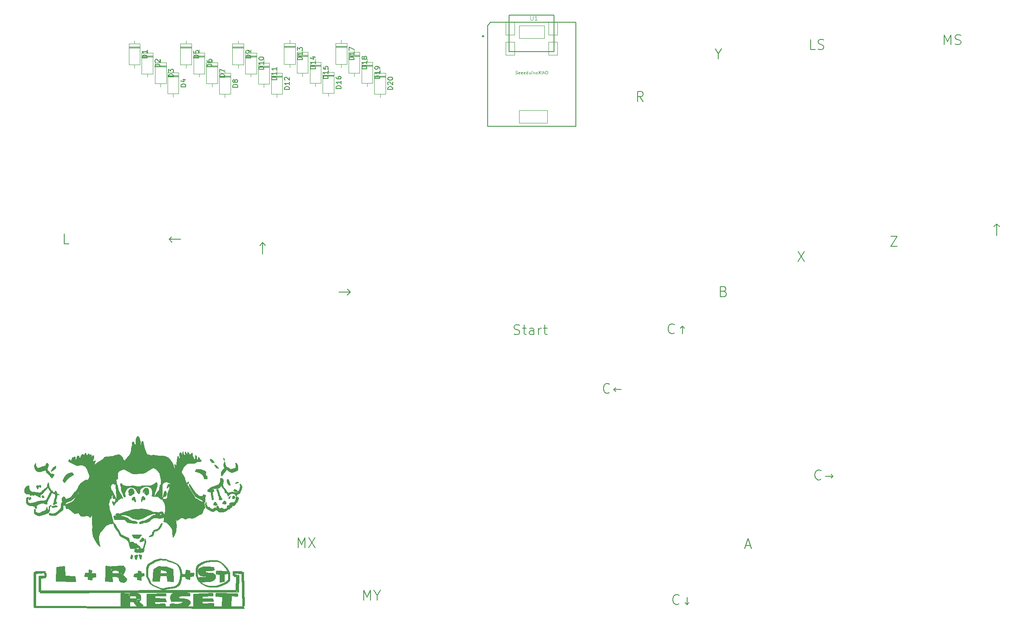
<source format=gbr>
%TF.GenerationSoftware,KiCad,Pcbnew,(6.0.4-0)*%
%TF.CreationDate,2022-08-03T16:22:01+02:00*%
%TF.ProjectId,ergosmash,6572676f-736d-4617-9368-2e6b69636164,rev?*%
%TF.SameCoordinates,Original*%
%TF.FileFunction,Legend,Top*%
%TF.FilePolarity,Positive*%
%FSLAX46Y46*%
G04 Gerber Fmt 4.6, Leading zero omitted, Abs format (unit mm)*
G04 Created by KiCad (PCBNEW (6.0.4-0)) date 2022-08-03 16:22:01*
%MOMM*%
%LPD*%
G01*
G04 APERTURE LIST*
%ADD10C,0.200000*%
%ADD11C,0.150000*%
%ADD12C,0.101600*%
%ADD13C,0.076200*%
%ADD14C,0.120000*%
%ADD15C,0.066040*%
%ADD16C,0.127000*%
%ADD17C,0.254000*%
G04 APERTURE END LIST*
D10*
G36*
X80781402Y-131838631D02*
G01*
X80549041Y-131838631D01*
X80549041Y-132410598D01*
X80674159Y-132928942D01*
X80763561Y-133447284D01*
X80531238Y-133536656D01*
X80495437Y-133500907D01*
X80477538Y-133304293D01*
X80316680Y-132482093D01*
X80298782Y-131981623D01*
X79941303Y-131945874D01*
X79655322Y-131856503D01*
X79655322Y-131552647D01*
X80120044Y-131499028D01*
X80352405Y-131499028D01*
X80763503Y-131409657D01*
X80781402Y-131838631D01*
G37*
X80781402Y-131838631D02*
X80549041Y-131838631D01*
X80549041Y-132410598D01*
X80674159Y-132928942D01*
X80763561Y-133447284D01*
X80531238Y-133536656D01*
X80495437Y-133500907D01*
X80477538Y-133304293D01*
X80316680Y-132482093D01*
X80298782Y-131981623D01*
X79941303Y-131945874D01*
X79655322Y-131856503D01*
X79655322Y-131552647D01*
X80120044Y-131499028D01*
X80352405Y-131499028D01*
X80763503Y-131409657D01*
X80781402Y-131838631D01*
G36*
X67253360Y-147876738D02*
G01*
X67252808Y-147808041D01*
X67251554Y-147739354D01*
X67250203Y-147670670D01*
X67249359Y-147601981D01*
X67250105Y-147575177D01*
X67250266Y-147548365D01*
X67249860Y-147494744D01*
X67249809Y-147467946D01*
X67250204Y-147441167D01*
X67251302Y-147414412D01*
X67253360Y-147387687D01*
X67260541Y-147352003D01*
X67268751Y-147316556D01*
X67277791Y-147281303D01*
X67287461Y-147246199D01*
X67328460Y-147106395D01*
X67335543Y-147082069D01*
X67343156Y-147057899D01*
X67351212Y-147033862D01*
X67359623Y-147009935D01*
X67377159Y-146962320D01*
X67395061Y-146914874D01*
X67405075Y-146889854D01*
X67415545Y-146865036D01*
X67426480Y-146840428D01*
X67437886Y-146816041D01*
X67449770Y-146791885D01*
X67462139Y-146767969D01*
X67475000Y-146744303D01*
X67488361Y-146720897D01*
X67502503Y-146699423D01*
X67517016Y-146678205D01*
X67531864Y-146657223D01*
X67547014Y-146636458D01*
X67562432Y-146615891D01*
X67578083Y-146595501D01*
X67609950Y-146555178D01*
X67617677Y-146545632D01*
X67625699Y-146536431D01*
X67634000Y-146527558D01*
X67642564Y-146518995D01*
X67651373Y-146510723D01*
X67660411Y-146502724D01*
X67669662Y-146494980D01*
X67679109Y-146487471D01*
X67688736Y-146480181D01*
X67698525Y-146473091D01*
X67718526Y-146459435D01*
X67738978Y-146446359D01*
X67759750Y-146433715D01*
X67782100Y-146419821D01*
X67804581Y-146406165D01*
X67827190Y-146392738D01*
X67849924Y-146379528D01*
X67895750Y-146353723D01*
X67942031Y-146328669D01*
X67969025Y-146313849D01*
X67996414Y-146299855D01*
X68024112Y-146286510D01*
X68052032Y-146273635D01*
X68164222Y-146223285D01*
X68190985Y-146210334D01*
X68217598Y-146197083D01*
X68270481Y-146169890D01*
X68375621Y-146114241D01*
X68387082Y-146107414D01*
X68398267Y-146100211D01*
X68409201Y-146092666D01*
X68419908Y-146084813D01*
X68430412Y-146076688D01*
X68440738Y-146068325D01*
X68450910Y-146059757D01*
X68460952Y-146051021D01*
X68539531Y-145979174D01*
X68555913Y-145964860D01*
X68572439Y-145950745D01*
X68589184Y-145936935D01*
X68606221Y-145923535D01*
X68623626Y-145910651D01*
X68632489Y-145904436D01*
X68641473Y-145898389D01*
X68650585Y-145892524D01*
X68659836Y-145886855D01*
X68669235Y-145881394D01*
X68678790Y-145876155D01*
X68709873Y-145861228D01*
X68741070Y-145846513D01*
X68772367Y-145832019D01*
X68803752Y-145817755D01*
X68821732Y-145809111D01*
X68839603Y-145800193D01*
X68875316Y-145782248D01*
X68893307Y-145773576D01*
X68911487Y-145765342D01*
X68929930Y-145757722D01*
X68939274Y-145754199D01*
X68948711Y-145750895D01*
X68992618Y-145739442D01*
X69036408Y-145727576D01*
X69080099Y-145715374D01*
X69123710Y-145702914D01*
X69197985Y-145683167D01*
X69272562Y-145664594D01*
X69421901Y-145628135D01*
X69456845Y-145619432D01*
X69491649Y-145610223D01*
X69526329Y-145600576D01*
X69560903Y-145590558D01*
X69629804Y-145569681D01*
X69698490Y-145548133D01*
X69725181Y-145539859D01*
X69752108Y-145532604D01*
X69779244Y-145526304D01*
X69806564Y-145520897D01*
X69834042Y-145516319D01*
X69861651Y-145512506D01*
X69889366Y-145509395D01*
X69917159Y-145506923D01*
X69931300Y-145506280D01*
X69945436Y-145505994D01*
X69973692Y-145506359D01*
X70001929Y-145507745D01*
X70030149Y-145509883D01*
X70142890Y-145520522D01*
X70180835Y-145522860D01*
X70218802Y-145524664D01*
X70294786Y-145526963D01*
X70370807Y-145527991D01*
X70446830Y-145528323D01*
X70683601Y-145528353D01*
X70902572Y-145528090D01*
X70916963Y-145527528D01*
X70931258Y-145527217D01*
X70945465Y-145527276D01*
X70959594Y-145527824D01*
X70966631Y-145528319D01*
X70973652Y-145528981D01*
X70980657Y-145529824D01*
X70987647Y-145530865D01*
X70994624Y-145532117D01*
X71001588Y-145533595D01*
X71008541Y-145535315D01*
X71015483Y-145537291D01*
X71023168Y-145540613D01*
X71030922Y-145543701D01*
X71038740Y-145546577D01*
X71046614Y-145549261D01*
X71062511Y-145554139D01*
X71078564Y-145558500D01*
X71143375Y-145574103D01*
X71148903Y-145575855D01*
X71154493Y-145577438D01*
X71165816Y-145580212D01*
X71188726Y-145585027D01*
X71200140Y-145587540D01*
X71205799Y-145588926D01*
X71211411Y-145590439D01*
X71216966Y-145592107D01*
X71222452Y-145593961D01*
X71227859Y-145596029D01*
X71233177Y-145598342D01*
X71248448Y-145606089D01*
X71263949Y-145613297D01*
X71279622Y-145620099D01*
X71295413Y-145626630D01*
X71327127Y-145639413D01*
X71342938Y-145645934D01*
X71358646Y-145652720D01*
X71407427Y-145675433D01*
X71455409Y-145699687D01*
X71502742Y-145725193D01*
X71549572Y-145751661D01*
X71734836Y-145861354D01*
X71738760Y-145863125D01*
X71740589Y-145864075D01*
X71742330Y-145865067D01*
X71743987Y-145866101D01*
X71745560Y-145867177D01*
X71747051Y-145868295D01*
X71747410Y-145868590D01*
X71806876Y-145878675D01*
X71921283Y-145898406D01*
X71975639Y-145908498D01*
X72002753Y-145913794D01*
X72029794Y-145919390D01*
X72056740Y-145925384D01*
X72083569Y-145931879D01*
X72110257Y-145938972D01*
X72136783Y-145946765D01*
X72159145Y-145954464D01*
X72181258Y-145962791D01*
X72203187Y-145971581D01*
X72224999Y-145980665D01*
X72268530Y-145999046D01*
X72290380Y-146008009D01*
X72312374Y-146016597D01*
X72364008Y-146035558D01*
X72415406Y-146055076D01*
X72466577Y-146075198D01*
X72517532Y-146095965D01*
X72560819Y-146114690D01*
X72603790Y-146134110D01*
X72646508Y-146154085D01*
X72689033Y-146174475D01*
X72712507Y-146186141D01*
X72736067Y-146197550D01*
X72759728Y-146208694D01*
X72783503Y-146219565D01*
X72807405Y-146230155D01*
X72831446Y-146240454D01*
X72855642Y-146250454D01*
X72880004Y-146260146D01*
X72901650Y-146269996D01*
X72923395Y-146279612D01*
X72967077Y-146298396D01*
X73010840Y-146317013D01*
X73054473Y-146335974D01*
X73081225Y-146346746D01*
X73107752Y-146358037D01*
X73160158Y-146382080D01*
X73211734Y-146407910D01*
X73262524Y-146435332D01*
X73312572Y-146464153D01*
X73361922Y-146494178D01*
X73410617Y-146525212D01*
X73458702Y-146557063D01*
X73475413Y-146566722D01*
X73491996Y-146576609D01*
X73508468Y-146586690D01*
X73524846Y-146596931D01*
X73557386Y-146617751D01*
X73589752Y-146638793D01*
X73370543Y-146511495D01*
X73498727Y-146586952D01*
X73631950Y-146666743D01*
X73638019Y-146670706D01*
X73643931Y-146675021D01*
X73649695Y-146679655D01*
X73655317Y-146684571D01*
X73660804Y-146689733D01*
X73666165Y-146695108D01*
X73671407Y-146700660D01*
X73676537Y-146706352D01*
X73686492Y-146718020D01*
X73696089Y-146729829D01*
X73714450Y-146752742D01*
X73726209Y-146768738D01*
X73738303Y-146784412D01*
X73750720Y-146799788D01*
X73763449Y-146814889D01*
X73776478Y-146829739D01*
X73789796Y-146844364D01*
X73803390Y-146858786D01*
X73817249Y-146873030D01*
X73822410Y-146878774D01*
X73827448Y-146884640D01*
X73837246Y-146896648D01*
X73856399Y-146921109D01*
X73866134Y-146933188D01*
X73871124Y-146939108D01*
X73876227Y-146944916D01*
X73881468Y-146950590D01*
X73886869Y-146956106D01*
X73892455Y-146961441D01*
X73898250Y-146966571D01*
X73903266Y-146971920D01*
X73908159Y-146977357D01*
X73917614Y-146988462D01*
X73926696Y-146999834D01*
X73935487Y-147011420D01*
X73944067Y-147023166D01*
X73952516Y-147035020D01*
X73969348Y-147058841D01*
X73989329Y-147107160D01*
X74010012Y-147155161D01*
X74020707Y-147178999D01*
X74031688Y-147202708D01*
X74042989Y-147226269D01*
X74054649Y-147249667D01*
X74069120Y-147279318D01*
X74083057Y-147309208D01*
X74096575Y-147339286D01*
X74109787Y-147369500D01*
X74161849Y-147490687D01*
X74170094Y-147516862D01*
X74179169Y-147542710D01*
X74188875Y-147568312D01*
X74199011Y-147593747D01*
X74219772Y-147644438D01*
X74229996Y-147669853D01*
X74239849Y-147695422D01*
X74246005Y-147715194D01*
X74252654Y-147734768D01*
X74266697Y-147773608D01*
X74273726Y-147793018D01*
X74280516Y-147812517D01*
X74286884Y-147832176D01*
X74292648Y-147852069D01*
X74297505Y-147882531D01*
X74301696Y-147913084D01*
X74308786Y-147974366D01*
X74315332Y-148035733D01*
X74318843Y-148066390D01*
X74322750Y-148096999D01*
X74331289Y-148157261D01*
X74340363Y-148217466D01*
X74348780Y-148277760D01*
X74352370Y-148307986D01*
X74355350Y-148338290D01*
X74356114Y-148412971D01*
X74356283Y-148487668D01*
X74355880Y-148637061D01*
X74355791Y-148767490D01*
X74293170Y-149017966D01*
X74350947Y-149021577D01*
X74348674Y-149059666D01*
X74343753Y-149113197D01*
X74337408Y-149166578D01*
X74329928Y-149219832D01*
X74312728Y-149326051D01*
X74294479Y-149432040D01*
X74277148Y-149521543D01*
X74258816Y-149610840D01*
X74221279Y-149789267D01*
X74185778Y-149953241D01*
X74149677Y-150117106D01*
X74148073Y-150128614D01*
X74146228Y-150140022D01*
X74144149Y-150151336D01*
X74141843Y-150162562D01*
X74136578Y-150184773D01*
X74130492Y-150206703D01*
X74123641Y-150228401D01*
X74116084Y-150249915D01*
X74107877Y-150271291D01*
X74099079Y-150292579D01*
X74083405Y-150320453D01*
X74068692Y-150348794D01*
X74054637Y-150377455D01*
X74040942Y-150406287D01*
X74013425Y-150463879D01*
X73999003Y-150492343D01*
X73983737Y-150520388D01*
X73968317Y-150545094D01*
X73953331Y-150570099D01*
X73923822Y-150620433D01*
X73908876Y-150645475D01*
X73893523Y-150670242D01*
X73877550Y-150694590D01*
X73869266Y-150706562D01*
X73860748Y-150718375D01*
X73855329Y-150726575D01*
X73849628Y-150734513D01*
X73843667Y-150742208D01*
X73837468Y-150749682D01*
X73831054Y-150756954D01*
X73824446Y-150764047D01*
X73817668Y-150770980D01*
X73810740Y-150777774D01*
X73796529Y-150791027D01*
X73781989Y-150803972D01*
X73752639Y-150829596D01*
X73734010Y-150846198D01*
X73715019Y-150862381D01*
X73695721Y-150878207D01*
X73676176Y-150893734D01*
X73656440Y-150909025D01*
X73636571Y-150924139D01*
X73596668Y-150954081D01*
X73572116Y-150972442D01*
X73547296Y-150990440D01*
X73497078Y-151025657D01*
X73395957Y-151095145D01*
X73367985Y-151114092D01*
X73339393Y-151131963D01*
X73310234Y-151148825D01*
X73280560Y-151164744D01*
X73250424Y-151179786D01*
X73219876Y-151194019D01*
X73188970Y-151207509D01*
X73157756Y-151220321D01*
X73123740Y-151233766D01*
X73089391Y-151246192D01*
X73054747Y-151257709D01*
X73019850Y-151268426D01*
X72984739Y-151278453D01*
X72949453Y-151287900D01*
X72878517Y-151305491D01*
X72832121Y-151316631D01*
X72785412Y-151326086D01*
X72738448Y-151334134D01*
X72691286Y-151341050D01*
X72643984Y-151347114D01*
X72596600Y-151352602D01*
X72501815Y-151362960D01*
X72438112Y-151368957D01*
X72374506Y-151375807D01*
X72247531Y-151391534D01*
X72120778Y-151409081D01*
X71994136Y-151427390D01*
X71770611Y-151457333D01*
X71659139Y-151473896D01*
X71603524Y-151483093D01*
X71548007Y-151493098D01*
X71505743Y-151501438D01*
X71463707Y-151510704D01*
X71421865Y-151520751D01*
X71380181Y-151531433D01*
X71297148Y-151554124D01*
X71214328Y-151577617D01*
X71092179Y-151614988D01*
X71030896Y-151632957D01*
X71000102Y-151641408D01*
X70969169Y-151649367D01*
X70943973Y-151654727D01*
X70918630Y-151659079D01*
X70893164Y-151662547D01*
X70867602Y-151665253D01*
X70841968Y-151667320D01*
X70816288Y-151668870D01*
X70764888Y-151670909D01*
X70750494Y-151671960D01*
X70736151Y-151672504D01*
X70721854Y-151672581D01*
X70707600Y-151672228D01*
X70693383Y-151671482D01*
X70679200Y-151670383D01*
X70650915Y-151667276D01*
X70622711Y-151663210D01*
X70594551Y-151658491D01*
X70538227Y-151648310D01*
X70484535Y-151636772D01*
X70431087Y-151624173D01*
X70377909Y-151610511D01*
X70325027Y-151595782D01*
X70292418Y-151587431D01*
X70260122Y-151578132D01*
X70228089Y-151568041D01*
X70196268Y-151557312D01*
X70164607Y-151546099D01*
X70133055Y-151534557D01*
X70070075Y-151511103D01*
X70040226Y-151499888D01*
X70010567Y-151488192D01*
X69981063Y-151476103D01*
X69951681Y-151463710D01*
X69834697Y-151412852D01*
X69812285Y-151401889D01*
X69789989Y-151390706D01*
X69745599Y-151367955D01*
X69701238Y-151345150D01*
X69656616Y-151322840D01*
X69631677Y-151309867D01*
X69606537Y-151297327D01*
X69581226Y-151285155D01*
X69555773Y-151273286D01*
X69504560Y-151250191D01*
X69453136Y-151227519D01*
X69421433Y-151213015D01*
X69389612Y-151198861D01*
X69357660Y-151185066D01*
X69325565Y-151171639D01*
X69293315Y-151158590D01*
X69260898Y-151145928D01*
X69228302Y-151133662D01*
X69195514Y-151121802D01*
X69111276Y-151092247D01*
X69027471Y-151061537D01*
X68944051Y-151029805D01*
X68860965Y-150997184D01*
X68806267Y-150973724D01*
X68751801Y-150949406D01*
X68697796Y-150923961D01*
X68644478Y-150897118D01*
X68592077Y-150868610D01*
X68566291Y-150853647D01*
X68540819Y-150838167D01*
X68515690Y-150822136D01*
X68490933Y-150805520D01*
X68466575Y-150788286D01*
X68442645Y-150770400D01*
X68435257Y-150763191D01*
X68427998Y-150755837D01*
X68423763Y-150751422D01*
X68492974Y-150751422D01*
X68493786Y-150751995D01*
X68500394Y-150756076D01*
X68509984Y-150761772D01*
X68514523Y-150764367D01*
X68518157Y-150766333D01*
X68521763Y-150767966D01*
X68639167Y-150835637D01*
X68726147Y-150886553D01*
X68753144Y-150902172D01*
X68717807Y-150879634D01*
X68713571Y-150876855D01*
X68709443Y-150873943D01*
X68705416Y-150870910D01*
X68701481Y-150867766D01*
X68697630Y-150864521D01*
X68693854Y-150861186D01*
X68690146Y-150857772D01*
X68686496Y-150854290D01*
X68679339Y-150847161D01*
X68672316Y-150839886D01*
X68663079Y-150830153D01*
X68629756Y-150816863D01*
X68521763Y-150767966D01*
X68494556Y-150752284D01*
X68492974Y-150751422D01*
X68423763Y-150751422D01*
X68420837Y-150748372D01*
X68413744Y-150740830D01*
X68399641Y-150725650D01*
X68385444Y-150710570D01*
X68375895Y-150702616D01*
X68366243Y-150694715D01*
X68346742Y-150678962D01*
X68327167Y-150663081D01*
X68317422Y-150655020D01*
X68307743Y-150646842D01*
X68154163Y-150551223D01*
X68133775Y-150538628D01*
X68113721Y-150525575D01*
X68093997Y-150512071D01*
X68074597Y-150498128D01*
X68055517Y-150483755D01*
X68036751Y-150468963D01*
X68018295Y-150453761D01*
X68000144Y-150438159D01*
X67990564Y-150428455D01*
X67981305Y-150418532D01*
X67972355Y-150408397D01*
X67963705Y-150398058D01*
X67955342Y-150387523D01*
X67947256Y-150376799D01*
X67939435Y-150365893D01*
X67931869Y-150354813D01*
X67924547Y-150343567D01*
X67917457Y-150332162D01*
X67910588Y-150320606D01*
X67903929Y-150308906D01*
X67891197Y-150285105D01*
X67879173Y-150260821D01*
X67861180Y-150217622D01*
X67843525Y-150174372D01*
X67834554Y-150152814D01*
X67825343Y-150131347D01*
X67815786Y-150110006D01*
X67805774Y-150088824D01*
X67797415Y-150067987D01*
X67789703Y-150046927D01*
X67782480Y-150025697D01*
X67775589Y-150004353D01*
X67762168Y-149961539D01*
X67755323Y-149940179D01*
X67748176Y-149918921D01*
X67740937Y-149900435D01*
X67733224Y-149882193D01*
X67725115Y-149864149D01*
X67716689Y-149846259D01*
X67699197Y-149810764D01*
X67681377Y-149775351D01*
X67669090Y-149746646D01*
X67662889Y-149732297D01*
X67656438Y-149718079D01*
X67649580Y-149704091D01*
X67645948Y-149697213D01*
X67642155Y-149690428D01*
X67638182Y-149683750D01*
X67634007Y-149677189D01*
X67629612Y-149670758D01*
X67624977Y-149664470D01*
X67607007Y-149626074D01*
X67588592Y-149587898D01*
X67550709Y-149512065D01*
X67511899Y-149436695D01*
X67472736Y-149361514D01*
X67453384Y-149327316D01*
X67433545Y-149293384D01*
X67393699Y-149225641D01*
X67374337Y-149191488D01*
X67355779Y-149156922D01*
X67338347Y-149121772D01*
X67330154Y-149103925D01*
X67322364Y-149085868D01*
X67311619Y-149059481D01*
X67301585Y-149032784D01*
X67292259Y-149005809D01*
X67283638Y-148978586D01*
X67275720Y-148951147D01*
X67268504Y-148923522D01*
X67261986Y-148895744D01*
X67256164Y-148867842D01*
X67253656Y-148848532D01*
X67251890Y-148829161D01*
X67250729Y-148809742D01*
X67250035Y-148790290D01*
X67249494Y-148751341D01*
X67249164Y-148712428D01*
X67249364Y-148663653D01*
X67249863Y-148614879D01*
X67251163Y-148517333D01*
X67251581Y-148449755D01*
X67251313Y-148382177D01*
X67250362Y-148247023D01*
X67252296Y-148061889D01*
X67252768Y-148007541D01*
X67508926Y-148007541D01*
X67510050Y-148194256D01*
X67511924Y-148380954D01*
X67510971Y-148515653D01*
X67510630Y-148583004D01*
X67510925Y-148650355D01*
X67511582Y-148748761D01*
X67511886Y-148797965D01*
X67511924Y-148847167D01*
X67512065Y-148884787D01*
X67512399Y-148903608D01*
X67513049Y-148922416D01*
X67514121Y-148941192D01*
X67515721Y-148959922D01*
X67517953Y-148978587D01*
X67520923Y-148997172D01*
X67526779Y-149024325D01*
X67533218Y-149051343D01*
X67540306Y-149078188D01*
X67548109Y-149104821D01*
X67556696Y-149131204D01*
X67566132Y-149157296D01*
X67576485Y-149183060D01*
X67587821Y-149208457D01*
X67604440Y-149243167D01*
X67621877Y-149277456D01*
X67639946Y-149311419D01*
X67658460Y-149345151D01*
X67696082Y-149412306D01*
X67733253Y-149479686D01*
X67813249Y-149632602D01*
X67853980Y-149708671D01*
X67874770Y-149746454D01*
X67895935Y-149784011D01*
X67903422Y-149797780D01*
X67910442Y-149811790D01*
X67917117Y-149825979D01*
X67923571Y-149840284D01*
X67936307Y-149868988D01*
X67942835Y-149883262D01*
X67949634Y-149897399D01*
X67958748Y-149915428D01*
X67967568Y-149933586D01*
X67976103Y-149951870D01*
X67984359Y-149970280D01*
X67992343Y-149988811D01*
X68000063Y-150007464D01*
X68007524Y-150026235D01*
X68014736Y-150045123D01*
X68027636Y-150087379D01*
X68034117Y-150108507D01*
X68040846Y-150129548D01*
X68047993Y-150150440D01*
X68055726Y-150171118D01*
X68059866Y-150181356D01*
X68064217Y-150191517D01*
X68068799Y-150201592D01*
X68073635Y-150211573D01*
X68083057Y-150232760D01*
X68091960Y-150254153D01*
X68109010Y-150297231D01*
X68117561Y-150318755D01*
X68126398Y-150340160D01*
X68135722Y-150361365D01*
X68145736Y-150382289D01*
X68158406Y-150405480D01*
X68165008Y-150416897D01*
X68171802Y-150428181D01*
X68178799Y-150439320D01*
X68186011Y-150450303D01*
X68193448Y-150461120D01*
X68201122Y-150471759D01*
X68209042Y-150482209D01*
X68217221Y-150492459D01*
X68225670Y-150502498D01*
X68234398Y-150512314D01*
X68243418Y-150521897D01*
X68252740Y-150531236D01*
X68262375Y-150540319D01*
X68272334Y-150549136D01*
X68290854Y-150564025D01*
X68309653Y-150578532D01*
X68328719Y-150592671D01*
X68348038Y-150606459D01*
X68367595Y-150619911D01*
X68387378Y-150633040D01*
X68407373Y-150645862D01*
X68427566Y-150658393D01*
X68505362Y-150706234D01*
X68524589Y-150718539D01*
X68543598Y-150731173D01*
X68562325Y-150744232D01*
X68580707Y-150757811D01*
X68600893Y-150773861D01*
X68610989Y-150781890D01*
X68620984Y-150790027D01*
X68630801Y-150798351D01*
X68635618Y-150802607D01*
X68640362Y-150806940D01*
X68645023Y-150811359D01*
X68649590Y-150815875D01*
X68654056Y-150820496D01*
X68658409Y-150825232D01*
X68663079Y-150830153D01*
X68712623Y-150849913D01*
X68795772Y-150882207D01*
X68879383Y-150913283D01*
X68921418Y-150928220D01*
X68963638Y-150942679D01*
X68996314Y-150953940D01*
X69028836Y-150965512D01*
X69061192Y-150977455D01*
X69093367Y-150989824D01*
X69125348Y-151002678D01*
X69157122Y-151016074D01*
X69188676Y-151030070D01*
X69219997Y-151044722D01*
X69272190Y-151066944D01*
X69298161Y-151078350D01*
X69324015Y-151090018D01*
X69349725Y-151101994D01*
X69375267Y-151114326D01*
X69400616Y-151127064D01*
X69425746Y-151140254D01*
X69470267Y-151161682D01*
X69514489Y-151183642D01*
X69558417Y-151206173D01*
X69602058Y-151229316D01*
X69630877Y-151243259D01*
X69660029Y-151256612D01*
X69689439Y-151269493D01*
X69719030Y-151282019D01*
X69837699Y-151330931D01*
X69962465Y-151377712D01*
X69993881Y-151388711D01*
X70025559Y-151398893D01*
X70057582Y-151407990D01*
X70073751Y-151412047D01*
X70090038Y-151415732D01*
X70116275Y-151423762D01*
X70142630Y-151431344D01*
X70169083Y-151438556D01*
X70195614Y-151445476D01*
X70302097Y-151471801D01*
X70357219Y-151482187D01*
X70384779Y-151487383D01*
X70412385Y-151492073D01*
X70440071Y-151495875D01*
X70453955Y-151497325D01*
X70467872Y-151498409D01*
X70481826Y-151499082D01*
X70495822Y-151499294D01*
X70509864Y-151498999D01*
X70523956Y-151498149D01*
X70574498Y-151496959D01*
X70599767Y-151495952D01*
X70625007Y-151494507D01*
X70650198Y-151492502D01*
X70675320Y-151489816D01*
X70700353Y-151486325D01*
X70725276Y-151481910D01*
X70756464Y-151474672D01*
X70787488Y-151466759D01*
X70818379Y-151458308D01*
X70849168Y-151449454D01*
X70971927Y-151412730D01*
X71138912Y-151366229D01*
X71180816Y-151355218D01*
X71222875Y-151344807D01*
X71265133Y-151335172D01*
X71307636Y-151326491D01*
X71363846Y-151316606D01*
X71420139Y-151307593D01*
X71532944Y-151291573D01*
X71759265Y-151263270D01*
X72011125Y-151225532D01*
X72074189Y-151216812D01*
X72137335Y-151208769D01*
X72200583Y-151201600D01*
X72263954Y-151195502D01*
X72357677Y-151185353D01*
X72404549Y-151180032D01*
X72451343Y-151174159D01*
X72497998Y-151167442D01*
X72544450Y-151159592D01*
X72590636Y-151150315D01*
X72636493Y-151139323D01*
X72671628Y-151131129D01*
X72706662Y-151122499D01*
X72741560Y-151113354D01*
X72776291Y-151103616D01*
X72810820Y-151093206D01*
X72845114Y-151082044D01*
X72879140Y-151070054D01*
X72912864Y-151057154D01*
X72943515Y-151045233D01*
X72973842Y-151032504D01*
X73003798Y-151018934D01*
X73033333Y-151004487D01*
X73062398Y-150989128D01*
X73090944Y-150972822D01*
X73118923Y-150955533D01*
X73132684Y-150946510D01*
X73146285Y-150937228D01*
X73247100Y-150868294D01*
X73272185Y-150850896D01*
X73297074Y-150833242D01*
X73321693Y-150815235D01*
X73345966Y-150796778D01*
X73385251Y-150767083D01*
X73424262Y-150737003D01*
X73443551Y-150721696D01*
X73462635Y-150706145D01*
X73481469Y-150690302D01*
X73500007Y-150674117D01*
X73527978Y-150649072D01*
X73541919Y-150636505D01*
X73555617Y-150623708D01*
X73562324Y-150617177D01*
X73568910Y-150610533D01*
X73575354Y-150603758D01*
X73581637Y-150596831D01*
X73587738Y-150589736D01*
X73593636Y-150582453D01*
X73599313Y-150574963D01*
X73604747Y-150567248D01*
X73613543Y-150555968D01*
X73622057Y-150544482D01*
X73630318Y-150532809D01*
X73638353Y-150520974D01*
X73653861Y-150496896D01*
X73668806Y-150472419D01*
X73697908Y-150422955D01*
X73712514Y-150398311D01*
X73727458Y-150373954D01*
X73742452Y-150346190D01*
X73756869Y-150318139D01*
X73770843Y-150289868D01*
X73784507Y-150261441D01*
X73811438Y-150204382D01*
X73838729Y-150147487D01*
X73847272Y-150126991D01*
X73855320Y-150106408D01*
X73862828Y-150085700D01*
X73869754Y-150064824D01*
X73876051Y-150043742D01*
X73881675Y-150022411D01*
X73886582Y-150000793D01*
X73890727Y-149978846D01*
X73909314Y-149897166D01*
X73927066Y-149815341D01*
X73962428Y-149651629D01*
X74000480Y-149474172D01*
X74019073Y-149385352D01*
X74037029Y-149296401D01*
X74055369Y-149191214D01*
X74064130Y-149138519D01*
X74072227Y-149085730D01*
X74079369Y-149032828D01*
X74085262Y-148979796D01*
X74089612Y-148926612D01*
X74092128Y-148873259D01*
X74093321Y-148827270D01*
X74093987Y-148781269D01*
X74094252Y-148689242D01*
X74094127Y-148505164D01*
X74094174Y-148430423D01*
X74093752Y-148355670D01*
X74093101Y-148318303D01*
X74092017Y-148280951D01*
X74090394Y-148243619D01*
X74088127Y-148206313D01*
X74082199Y-148146655D01*
X74075201Y-148087117D01*
X74067342Y-148027684D01*
X74058826Y-147968337D01*
X74043375Y-147846470D01*
X74039202Y-147816046D01*
X74034553Y-147785711D01*
X74029252Y-147755503D01*
X74023124Y-147725459D01*
X74016793Y-147706037D01*
X74010107Y-147686738D01*
X73996161Y-147648335D01*
X73982272Y-147609907D01*
X73975657Y-147590576D01*
X73969425Y-147571109D01*
X73930112Y-147469997D01*
X73910995Y-147419259D01*
X73892524Y-147368247D01*
X73866866Y-147307829D01*
X73840743Y-147247599D01*
X73827333Y-147217640D01*
X73813598Y-147187829D01*
X73799468Y-147158201D01*
X73784873Y-147128791D01*
X73773647Y-147105233D01*
X73762730Y-147081506D01*
X73741149Y-147033915D01*
X73730147Y-147010234D01*
X73718780Y-146986751D01*
X73706879Y-146963557D01*
X73694274Y-146940745D01*
X73685941Y-146929204D01*
X73677487Y-146917748D01*
X73668867Y-146906422D01*
X73660035Y-146895268D01*
X73650945Y-146884330D01*
X73641552Y-146873651D01*
X73636728Y-146868422D01*
X73631810Y-146863274D01*
X73626794Y-146858213D01*
X73621673Y-146853244D01*
X73611569Y-146841510D01*
X73601612Y-146829650D01*
X73581871Y-146805785D01*
X73571951Y-146793895D01*
X73561906Y-146782111D01*
X73551669Y-146770491D01*
X73541171Y-146759093D01*
X73527838Y-146744461D01*
X73514837Y-146729571D01*
X73502099Y-146714474D01*
X73489558Y-146699218D01*
X73440013Y-146637603D01*
X73432578Y-146629283D01*
X73425094Y-146621112D01*
X73417523Y-146613094D01*
X73409827Y-146605234D01*
X73401966Y-146597537D01*
X73393903Y-146590006D01*
X73385598Y-146582646D01*
X73377014Y-146575461D01*
X73373585Y-146572811D01*
X73369220Y-146569583D01*
X73359888Y-146562828D01*
X73356028Y-146560016D01*
X73353444Y-146558057D01*
X73352803Y-146557509D01*
X73352675Y-146557363D01*
X73352688Y-146557309D01*
X73353168Y-146557502D01*
X73354312Y-146558131D01*
X73602761Y-146700055D01*
X73311214Y-146531512D01*
X73284032Y-146514211D01*
X73282005Y-146513406D01*
X73279561Y-146512724D01*
X73278088Y-146512644D01*
X73277676Y-146513219D01*
X73278416Y-146514502D01*
X73283714Y-146519408D01*
X73196048Y-146481967D01*
X73152468Y-146462705D01*
X73130835Y-146452733D01*
X73109344Y-146442458D01*
X73044103Y-146416124D01*
X73128258Y-146416124D01*
X73132657Y-146419332D01*
X73180725Y-146449702D01*
X73197267Y-146459583D01*
X73213687Y-146469653D01*
X73246274Y-146490179D01*
X73284032Y-146514211D01*
X73289442Y-146516361D01*
X73311971Y-146527139D01*
X73339870Y-146541559D01*
X73388563Y-146567651D01*
X73397747Y-146572485D01*
X73389083Y-146567286D01*
X73139831Y-146422482D01*
X73128258Y-146416124D01*
X73044103Y-146416124D01*
X73012533Y-146403381D01*
X72988557Y-146393138D01*
X72964797Y-146382400D01*
X72941315Y-146371014D01*
X72918174Y-146358828D01*
X72896659Y-146348880D01*
X72875249Y-146338710D01*
X72832562Y-146318079D01*
X72789753Y-146297688D01*
X72768191Y-146287818D01*
X72746463Y-146278289D01*
X72645073Y-146237121D01*
X72594166Y-146217144D01*
X72568569Y-146207510D01*
X72542842Y-146198188D01*
X72520397Y-146190431D01*
X72498252Y-146181982D01*
X72476319Y-146173035D01*
X72454512Y-146163784D01*
X72410926Y-146145151D01*
X72388975Y-146136158D01*
X72366802Y-146127639D01*
X72340826Y-146118634D01*
X72314597Y-146110669D01*
X72288149Y-146103589D01*
X72261516Y-146097238D01*
X72234734Y-146091461D01*
X72207836Y-146086101D01*
X72153831Y-146076010D01*
X71925269Y-146035849D01*
X71896871Y-146031558D01*
X71868456Y-146027572D01*
X71811553Y-146020434D01*
X71754521Y-146014266D01*
X71697318Y-146008899D01*
X71699653Y-146008735D01*
X71610645Y-145944065D01*
X71611260Y-145944370D01*
X71622354Y-145949385D01*
X71645239Y-145958385D01*
X71668836Y-145966052D01*
X71692887Y-145972429D01*
X71717132Y-145977562D01*
X71741310Y-145981495D01*
X71765164Y-145984275D01*
X71788432Y-145985946D01*
X71810855Y-145986552D01*
X71813089Y-145986509D01*
X71814945Y-145986423D01*
X71816712Y-145986291D01*
X71825756Y-145993354D01*
X71824594Y-145991678D01*
X71823667Y-145990273D01*
X71822344Y-145988187D01*
X71821860Y-145987461D01*
X71821436Y-145986917D01*
X71821233Y-145986707D01*
X71821028Y-145986533D01*
X71820817Y-145986393D01*
X71820593Y-145986285D01*
X71820351Y-145986206D01*
X71820086Y-145986152D01*
X71819463Y-145986111D01*
X71818682Y-145986140D01*
X71817698Y-145986217D01*
X71816712Y-145986291D01*
X71767403Y-145947780D01*
X71767728Y-145947678D01*
X71768103Y-145947584D01*
X71768290Y-145947548D01*
X71768478Y-145947520D01*
X71786473Y-145949809D01*
X71795335Y-145951772D01*
X71811299Y-145959323D01*
X71828536Y-145966692D01*
X71839257Y-145970508D01*
X71844112Y-145971391D01*
X71844542Y-145970926D01*
X71843750Y-145969960D01*
X71838823Y-145966836D01*
X71829982Y-145962638D01*
X71817876Y-145957988D01*
X71803156Y-145953505D01*
X71795335Y-145951772D01*
X71786894Y-145947779D01*
X71761237Y-145934771D01*
X71762135Y-145929392D01*
X71763156Y-145923535D01*
X71763569Y-145920686D01*
X71763853Y-145917951D01*
X71763959Y-145915374D01*
X71763931Y-145914159D01*
X71763841Y-145913000D01*
X71763682Y-145911904D01*
X71763449Y-145910876D01*
X71763136Y-145909921D01*
X71762737Y-145909045D01*
X71762695Y-145904923D01*
X71762491Y-145900944D01*
X71762109Y-145897111D01*
X71761537Y-145893424D01*
X71760761Y-145889886D01*
X71759767Y-145886499D01*
X71758541Y-145883265D01*
X71757070Y-145880185D01*
X71755341Y-145877263D01*
X71754374Y-145875861D01*
X71753338Y-145874499D01*
X71752231Y-145873177D01*
X71751050Y-145871895D01*
X71749794Y-145870654D01*
X71748461Y-145869454D01*
X71747410Y-145868590D01*
X71692432Y-145859267D01*
X71663419Y-145855073D01*
X71645713Y-145852740D01*
X71590286Y-145809451D01*
X71583165Y-145810325D01*
X71581315Y-145810554D01*
X71579973Y-145810675D01*
X71578663Y-145810712D01*
X71576912Y-145810688D01*
X71570186Y-145810550D01*
X71558422Y-145809766D01*
X71446341Y-145744665D01*
X71374230Y-145703557D01*
X71395398Y-145717040D01*
X71457488Y-145754336D01*
X71459908Y-145755949D01*
X71462358Y-145757431D01*
X71464830Y-145758808D01*
X71467313Y-145760103D01*
X71477138Y-145764988D01*
X71479515Y-145766261D01*
X71481840Y-145767606D01*
X71484101Y-145769048D01*
X71486288Y-145770612D01*
X71488391Y-145772323D01*
X71490398Y-145774208D01*
X71491363Y-145775223D01*
X71492301Y-145776291D01*
X71493209Y-145777415D01*
X71494087Y-145778598D01*
X71494780Y-145781378D01*
X71495362Y-145784173D01*
X71495843Y-145786981D01*
X71496228Y-145789801D01*
X71496525Y-145792630D01*
X71496741Y-145795467D01*
X71496827Y-145797176D01*
X71482293Y-145790627D01*
X71467220Y-145783393D01*
X71464451Y-145782176D01*
X71461570Y-145780940D01*
X71458614Y-145779706D01*
X71455619Y-145778491D01*
X71455057Y-145778069D01*
X71454495Y-145777632D01*
X71453370Y-145776724D01*
X71451120Y-145774864D01*
X71449995Y-145773963D01*
X71449432Y-145773532D01*
X71448870Y-145773117D01*
X71448307Y-145772722D01*
X71447745Y-145772350D01*
X71447183Y-145772005D01*
X71446620Y-145771689D01*
X71442689Y-145769901D01*
X71438633Y-145768367D01*
X71434468Y-145767054D01*
X71430213Y-145765924D01*
X71425885Y-145764944D01*
X71421500Y-145764077D01*
X71412634Y-145762544D01*
X71403753Y-145761043D01*
X71399351Y-145760217D01*
X71394998Y-145759292D01*
X71390711Y-145758234D01*
X71386508Y-145757008D01*
X71382405Y-145755578D01*
X71378421Y-145753909D01*
X71362365Y-145750089D01*
X71346195Y-145746565D01*
X71313809Y-145739609D01*
X71297741Y-145735780D01*
X71281855Y-145731451D01*
X71274003Y-145729037D01*
X71266224Y-145726424D01*
X71258527Y-145723586D01*
X71250923Y-145720500D01*
X71237422Y-145715460D01*
X71224089Y-145710859D01*
X71217449Y-145708772D01*
X71210807Y-145706854D01*
X71204149Y-145705125D01*
X71197460Y-145703604D01*
X71190726Y-145702312D01*
X71183931Y-145701267D01*
X71177063Y-145700491D01*
X71170105Y-145700002D01*
X71163044Y-145699821D01*
X71155864Y-145699966D01*
X71148553Y-145700460D01*
X71141094Y-145701319D01*
X70921592Y-145701213D01*
X70802768Y-145701379D01*
X70743357Y-145701325D01*
X70683952Y-145700949D01*
X70531582Y-145699187D01*
X70455408Y-145697588D01*
X70379272Y-145694949D01*
X70351477Y-145692897D01*
X70323699Y-145690438D01*
X70268170Y-145685143D01*
X70240406Y-145682727D01*
X70212632Y-145680748D01*
X70184843Y-145679415D01*
X70157031Y-145678939D01*
X70129622Y-145680609D01*
X70102256Y-145682823D01*
X70074964Y-145685683D01*
X70047777Y-145689294D01*
X70020727Y-145693756D01*
X69993845Y-145699172D01*
X69967163Y-145705646D01*
X69953906Y-145709311D01*
X69940711Y-145713279D01*
X69802040Y-145756259D01*
X69767227Y-145766491D01*
X69732275Y-145776220D01*
X69697144Y-145785298D01*
X69661792Y-145793578D01*
X69514003Y-145830478D01*
X69440221Y-145849355D01*
X69403446Y-145859232D01*
X69366783Y-145869529D01*
X69323562Y-145881987D01*
X69280432Y-145894712D01*
X69237238Y-145907195D01*
X69215569Y-145913188D01*
X69193824Y-145918929D01*
X69184270Y-145921295D01*
X69174829Y-145923993D01*
X69165492Y-145926995D01*
X69156251Y-145930274D01*
X69147097Y-145933800D01*
X69138022Y-145937547D01*
X69120076Y-145945587D01*
X69102343Y-145954171D01*
X69084757Y-145963072D01*
X69049755Y-145980929D01*
X69018870Y-145995518D01*
X68988114Y-146010331D01*
X68926765Y-146039920D01*
X68917134Y-146044273D01*
X68907695Y-146048915D01*
X68898438Y-146053830D01*
X68889351Y-146059000D01*
X68880423Y-146064408D01*
X68871642Y-146070039D01*
X68862997Y-146075875D01*
X68854478Y-146081900D01*
X68846072Y-146088097D01*
X68837768Y-146094450D01*
X68821423Y-146107555D01*
X68805353Y-146121082D01*
X68789466Y-146134898D01*
X68768939Y-146152882D01*
X68748770Y-146171344D01*
X68708643Y-146208576D01*
X68688252Y-146226783D01*
X68677880Y-146235662D01*
X68667354Y-146244343D01*
X68656648Y-146252793D01*
X68645735Y-146260975D01*
X68634586Y-146268855D01*
X68623176Y-146276397D01*
X68596595Y-146290264D01*
X68569850Y-146303835D01*
X68516097Y-146330515D01*
X68462383Y-146357293D01*
X68435687Y-146370987D01*
X68409175Y-146385028D01*
X68381651Y-146398368D01*
X68353820Y-146411067D01*
X68297776Y-146435677D01*
X68269831Y-146448153D01*
X68242119Y-146461120D01*
X68214772Y-146474860D01*
X68201278Y-146482109D01*
X68187927Y-146489657D01*
X68142137Y-146514667D01*
X68096840Y-146540452D01*
X68051994Y-146567009D01*
X68007556Y-146594336D01*
X67987696Y-146606141D01*
X67968027Y-146618219D01*
X67948706Y-146630756D01*
X67939224Y-146637253D01*
X67929888Y-146643935D01*
X67920717Y-146650824D01*
X67911730Y-146657943D01*
X67902948Y-146665315D01*
X67894389Y-146672964D01*
X67886072Y-146680912D01*
X67878019Y-146689183D01*
X67870247Y-146697800D01*
X67862777Y-146706786D01*
X67846853Y-146726239D01*
X67831281Y-146745968D01*
X67816043Y-146765955D01*
X67801121Y-146786179D01*
X67786496Y-146806622D01*
X67772151Y-146827263D01*
X67758068Y-146848084D01*
X67744228Y-146869063D01*
X67730957Y-146891739D01*
X67718107Y-146914645D01*
X67705733Y-146937799D01*
X67693890Y-146961219D01*
X67682632Y-146984922D01*
X67672016Y-147008925D01*
X67662096Y-147033248D01*
X67652927Y-147057906D01*
X67635776Y-147105031D01*
X67618175Y-147151958D01*
X67600950Y-147198999D01*
X67592737Y-147222661D01*
X67584926Y-147246470D01*
X67564582Y-147315030D01*
X67554702Y-147349430D01*
X67545240Y-147383943D01*
X67536364Y-147418598D01*
X67528241Y-147453419D01*
X67521040Y-147488433D01*
X67514926Y-147523665D01*
X67513395Y-147550234D01*
X67512468Y-147576826D01*
X67512026Y-147603434D01*
X67511951Y-147630053D01*
X67512927Y-147736518D01*
X67510352Y-147872025D01*
X67509186Y-147939778D01*
X67508926Y-148007541D01*
X67252768Y-148007541D01*
X67253100Y-147969321D01*
X67253360Y-147876738D01*
G37*
X67253360Y-147876738D02*
X67252808Y-147808041D01*
X67251554Y-147739354D01*
X67250203Y-147670670D01*
X67249359Y-147601981D01*
X67250105Y-147575177D01*
X67250266Y-147548365D01*
X67249860Y-147494744D01*
X67249809Y-147467946D01*
X67250204Y-147441167D01*
X67251302Y-147414412D01*
X67253360Y-147387687D01*
X67260541Y-147352003D01*
X67268751Y-147316556D01*
X67277791Y-147281303D01*
X67287461Y-147246199D01*
X67328460Y-147106395D01*
X67335543Y-147082069D01*
X67343156Y-147057899D01*
X67351212Y-147033862D01*
X67359623Y-147009935D01*
X67377159Y-146962320D01*
X67395061Y-146914874D01*
X67405075Y-146889854D01*
X67415545Y-146865036D01*
X67426480Y-146840428D01*
X67437886Y-146816041D01*
X67449770Y-146791885D01*
X67462139Y-146767969D01*
X67475000Y-146744303D01*
X67488361Y-146720897D01*
X67502503Y-146699423D01*
X67517016Y-146678205D01*
X67531864Y-146657223D01*
X67547014Y-146636458D01*
X67562432Y-146615891D01*
X67578083Y-146595501D01*
X67609950Y-146555178D01*
X67617677Y-146545632D01*
X67625699Y-146536431D01*
X67634000Y-146527558D01*
X67642564Y-146518995D01*
X67651373Y-146510723D01*
X67660411Y-146502724D01*
X67669662Y-146494980D01*
X67679109Y-146487471D01*
X67688736Y-146480181D01*
X67698525Y-146473091D01*
X67718526Y-146459435D01*
X67738978Y-146446359D01*
X67759750Y-146433715D01*
X67782100Y-146419821D01*
X67804581Y-146406165D01*
X67827190Y-146392738D01*
X67849924Y-146379528D01*
X67895750Y-146353723D01*
X67942031Y-146328669D01*
X67969025Y-146313849D01*
X67996414Y-146299855D01*
X68024112Y-146286510D01*
X68052032Y-146273635D01*
X68164222Y-146223285D01*
X68190985Y-146210334D01*
X68217598Y-146197083D01*
X68270481Y-146169890D01*
X68375621Y-146114241D01*
X68387082Y-146107414D01*
X68398267Y-146100211D01*
X68409201Y-146092666D01*
X68419908Y-146084813D01*
X68430412Y-146076688D01*
X68440738Y-146068325D01*
X68450910Y-146059757D01*
X68460952Y-146051021D01*
X68539531Y-145979174D01*
X68555913Y-145964860D01*
X68572439Y-145950745D01*
X68589184Y-145936935D01*
X68606221Y-145923535D01*
X68623626Y-145910651D01*
X68632489Y-145904436D01*
X68641473Y-145898389D01*
X68650585Y-145892524D01*
X68659836Y-145886855D01*
X68669235Y-145881394D01*
X68678790Y-145876155D01*
X68709873Y-145861228D01*
X68741070Y-145846513D01*
X68772367Y-145832019D01*
X68803752Y-145817755D01*
X68821732Y-145809111D01*
X68839603Y-145800193D01*
X68875316Y-145782248D01*
X68893307Y-145773576D01*
X68911487Y-145765342D01*
X68929930Y-145757722D01*
X68939274Y-145754199D01*
X68948711Y-145750895D01*
X68992618Y-145739442D01*
X69036408Y-145727576D01*
X69080099Y-145715374D01*
X69123710Y-145702914D01*
X69197985Y-145683167D01*
X69272562Y-145664594D01*
X69421901Y-145628135D01*
X69456845Y-145619432D01*
X69491649Y-145610223D01*
X69526329Y-145600576D01*
X69560903Y-145590558D01*
X69629804Y-145569681D01*
X69698490Y-145548133D01*
X69725181Y-145539859D01*
X69752108Y-145532604D01*
X69779244Y-145526304D01*
X69806564Y-145520897D01*
X69834042Y-145516319D01*
X69861651Y-145512506D01*
X69889366Y-145509395D01*
X69917159Y-145506923D01*
X69931300Y-145506280D01*
X69945436Y-145505994D01*
X69973692Y-145506359D01*
X70001929Y-145507745D01*
X70030149Y-145509883D01*
X70142890Y-145520522D01*
X70180835Y-145522860D01*
X70218802Y-145524664D01*
X70294786Y-145526963D01*
X70370807Y-145527991D01*
X70446830Y-145528323D01*
X70683601Y-145528353D01*
X70902572Y-145528090D01*
X70916963Y-145527528D01*
X70931258Y-145527217D01*
X70945465Y-145527276D01*
X70959594Y-145527824D01*
X70966631Y-145528319D01*
X70973652Y-145528981D01*
X70980657Y-145529824D01*
X70987647Y-145530865D01*
X70994624Y-145532117D01*
X71001588Y-145533595D01*
X71008541Y-145535315D01*
X71015483Y-145537291D01*
X71023168Y-145540613D01*
X71030922Y-145543701D01*
X71038740Y-145546577D01*
X71046614Y-145549261D01*
X71062511Y-145554139D01*
X71078564Y-145558500D01*
X71143375Y-145574103D01*
X71148903Y-145575855D01*
X71154493Y-145577438D01*
X71165816Y-145580212D01*
X71188726Y-145585027D01*
X71200140Y-145587540D01*
X71205799Y-145588926D01*
X71211411Y-145590439D01*
X71216966Y-145592107D01*
X71222452Y-145593961D01*
X71227859Y-145596029D01*
X71233177Y-145598342D01*
X71248448Y-145606089D01*
X71263949Y-145613297D01*
X71279622Y-145620099D01*
X71295413Y-145626630D01*
X71327127Y-145639413D01*
X71342938Y-145645934D01*
X71358646Y-145652720D01*
X71407427Y-145675433D01*
X71455409Y-145699687D01*
X71502742Y-145725193D01*
X71549572Y-145751661D01*
X71734836Y-145861354D01*
X71738760Y-145863125D01*
X71740589Y-145864075D01*
X71742330Y-145865067D01*
X71743987Y-145866101D01*
X71745560Y-145867177D01*
X71747051Y-145868295D01*
X71747410Y-145868590D01*
X71806876Y-145878675D01*
X71921283Y-145898406D01*
X71975639Y-145908498D01*
X72002753Y-145913794D01*
X72029794Y-145919390D01*
X72056740Y-145925384D01*
X72083569Y-145931879D01*
X72110257Y-145938972D01*
X72136783Y-145946765D01*
X72159145Y-145954464D01*
X72181258Y-145962791D01*
X72203187Y-145971581D01*
X72224999Y-145980665D01*
X72268530Y-145999046D01*
X72290380Y-146008009D01*
X72312374Y-146016597D01*
X72364008Y-146035558D01*
X72415406Y-146055076D01*
X72466577Y-146075198D01*
X72517532Y-146095965D01*
X72560819Y-146114690D01*
X72603790Y-146134110D01*
X72646508Y-146154085D01*
X72689033Y-146174475D01*
X72712507Y-146186141D01*
X72736067Y-146197550D01*
X72759728Y-146208694D01*
X72783503Y-146219565D01*
X72807405Y-146230155D01*
X72831446Y-146240454D01*
X72855642Y-146250454D01*
X72880004Y-146260146D01*
X72901650Y-146269996D01*
X72923395Y-146279612D01*
X72967077Y-146298396D01*
X73010840Y-146317013D01*
X73054473Y-146335974D01*
X73081225Y-146346746D01*
X73107752Y-146358037D01*
X73160158Y-146382080D01*
X73211734Y-146407910D01*
X73262524Y-146435332D01*
X73312572Y-146464153D01*
X73361922Y-146494178D01*
X73410617Y-146525212D01*
X73458702Y-146557063D01*
X73475413Y-146566722D01*
X73491996Y-146576609D01*
X73508468Y-146586690D01*
X73524846Y-146596931D01*
X73557386Y-146617751D01*
X73589752Y-146638793D01*
X73370543Y-146511495D01*
X73498727Y-146586952D01*
X73631950Y-146666743D01*
X73638019Y-146670706D01*
X73643931Y-146675021D01*
X73649695Y-146679655D01*
X73655317Y-146684571D01*
X73660804Y-146689733D01*
X73666165Y-146695108D01*
X73671407Y-146700660D01*
X73676537Y-146706352D01*
X73686492Y-146718020D01*
X73696089Y-146729829D01*
X73714450Y-146752742D01*
X73726209Y-146768738D01*
X73738303Y-146784412D01*
X73750720Y-146799788D01*
X73763449Y-146814889D01*
X73776478Y-146829739D01*
X73789796Y-146844364D01*
X73803390Y-146858786D01*
X73817249Y-146873030D01*
X73822410Y-146878774D01*
X73827448Y-146884640D01*
X73837246Y-146896648D01*
X73856399Y-146921109D01*
X73866134Y-146933188D01*
X73871124Y-146939108D01*
X73876227Y-146944916D01*
X73881468Y-146950590D01*
X73886869Y-146956106D01*
X73892455Y-146961441D01*
X73898250Y-146966571D01*
X73903266Y-146971920D01*
X73908159Y-146977357D01*
X73917614Y-146988462D01*
X73926696Y-146999834D01*
X73935487Y-147011420D01*
X73944067Y-147023166D01*
X73952516Y-147035020D01*
X73969348Y-147058841D01*
X73989329Y-147107160D01*
X74010012Y-147155161D01*
X74020707Y-147178999D01*
X74031688Y-147202708D01*
X74042989Y-147226269D01*
X74054649Y-147249667D01*
X74069120Y-147279318D01*
X74083057Y-147309208D01*
X74096575Y-147339286D01*
X74109787Y-147369500D01*
X74161849Y-147490687D01*
X74170094Y-147516862D01*
X74179169Y-147542710D01*
X74188875Y-147568312D01*
X74199011Y-147593747D01*
X74219772Y-147644438D01*
X74229996Y-147669853D01*
X74239849Y-147695422D01*
X74246005Y-147715194D01*
X74252654Y-147734768D01*
X74266697Y-147773608D01*
X74273726Y-147793018D01*
X74280516Y-147812517D01*
X74286884Y-147832176D01*
X74292648Y-147852069D01*
X74297505Y-147882531D01*
X74301696Y-147913084D01*
X74308786Y-147974366D01*
X74315332Y-148035733D01*
X74318843Y-148066390D01*
X74322750Y-148096999D01*
X74331289Y-148157261D01*
X74340363Y-148217466D01*
X74348780Y-148277760D01*
X74352370Y-148307986D01*
X74355350Y-148338290D01*
X74356114Y-148412971D01*
X74356283Y-148487668D01*
X74355880Y-148637061D01*
X74355791Y-148767490D01*
X74293170Y-149017966D01*
X74350947Y-149021577D01*
X74348674Y-149059666D01*
X74343753Y-149113197D01*
X74337408Y-149166578D01*
X74329928Y-149219832D01*
X74312728Y-149326051D01*
X74294479Y-149432040D01*
X74277148Y-149521543D01*
X74258816Y-149610840D01*
X74221279Y-149789267D01*
X74185778Y-149953241D01*
X74149677Y-150117106D01*
X74148073Y-150128614D01*
X74146228Y-150140022D01*
X74144149Y-150151336D01*
X74141843Y-150162562D01*
X74136578Y-150184773D01*
X74130492Y-150206703D01*
X74123641Y-150228401D01*
X74116084Y-150249915D01*
X74107877Y-150271291D01*
X74099079Y-150292579D01*
X74083405Y-150320453D01*
X74068692Y-150348794D01*
X74054637Y-150377455D01*
X74040942Y-150406287D01*
X74013425Y-150463879D01*
X73999003Y-150492343D01*
X73983737Y-150520388D01*
X73968317Y-150545094D01*
X73953331Y-150570099D01*
X73923822Y-150620433D01*
X73908876Y-150645475D01*
X73893523Y-150670242D01*
X73877550Y-150694590D01*
X73869266Y-150706562D01*
X73860748Y-150718375D01*
X73855329Y-150726575D01*
X73849628Y-150734513D01*
X73843667Y-150742208D01*
X73837468Y-150749682D01*
X73831054Y-150756954D01*
X73824446Y-150764047D01*
X73817668Y-150770980D01*
X73810740Y-150777774D01*
X73796529Y-150791027D01*
X73781989Y-150803972D01*
X73752639Y-150829596D01*
X73734010Y-150846198D01*
X73715019Y-150862381D01*
X73695721Y-150878207D01*
X73676176Y-150893734D01*
X73656440Y-150909025D01*
X73636571Y-150924139D01*
X73596668Y-150954081D01*
X73572116Y-150972442D01*
X73547296Y-150990440D01*
X73497078Y-151025657D01*
X73395957Y-151095145D01*
X73367985Y-151114092D01*
X73339393Y-151131963D01*
X73310234Y-151148825D01*
X73280560Y-151164744D01*
X73250424Y-151179786D01*
X73219876Y-151194019D01*
X73188970Y-151207509D01*
X73157756Y-151220321D01*
X73123740Y-151233766D01*
X73089391Y-151246192D01*
X73054747Y-151257709D01*
X73019850Y-151268426D01*
X72984739Y-151278453D01*
X72949453Y-151287900D01*
X72878517Y-151305491D01*
X72832121Y-151316631D01*
X72785412Y-151326086D01*
X72738448Y-151334134D01*
X72691286Y-151341050D01*
X72643984Y-151347114D01*
X72596600Y-151352602D01*
X72501815Y-151362960D01*
X72438112Y-151368957D01*
X72374506Y-151375807D01*
X72247531Y-151391534D01*
X72120778Y-151409081D01*
X71994136Y-151427390D01*
X71770611Y-151457333D01*
X71659139Y-151473896D01*
X71603524Y-151483093D01*
X71548007Y-151493098D01*
X71505743Y-151501438D01*
X71463707Y-151510704D01*
X71421865Y-151520751D01*
X71380181Y-151531433D01*
X71297148Y-151554124D01*
X71214328Y-151577617D01*
X71092179Y-151614988D01*
X71030896Y-151632957D01*
X71000102Y-151641408D01*
X70969169Y-151649367D01*
X70943973Y-151654727D01*
X70918630Y-151659079D01*
X70893164Y-151662547D01*
X70867602Y-151665253D01*
X70841968Y-151667320D01*
X70816288Y-151668870D01*
X70764888Y-151670909D01*
X70750494Y-151671960D01*
X70736151Y-151672504D01*
X70721854Y-151672581D01*
X70707600Y-151672228D01*
X70693383Y-151671482D01*
X70679200Y-151670383D01*
X70650915Y-151667276D01*
X70622711Y-151663210D01*
X70594551Y-151658491D01*
X70538227Y-151648310D01*
X70484535Y-151636772D01*
X70431087Y-151624173D01*
X70377909Y-151610511D01*
X70325027Y-151595782D01*
X70292418Y-151587431D01*
X70260122Y-151578132D01*
X70228089Y-151568041D01*
X70196268Y-151557312D01*
X70164607Y-151546099D01*
X70133055Y-151534557D01*
X70070075Y-151511103D01*
X70040226Y-151499888D01*
X70010567Y-151488192D01*
X69981063Y-151476103D01*
X69951681Y-151463710D01*
X69834697Y-151412852D01*
X69812285Y-151401889D01*
X69789989Y-151390706D01*
X69745599Y-151367955D01*
X69701238Y-151345150D01*
X69656616Y-151322840D01*
X69631677Y-151309867D01*
X69606537Y-151297327D01*
X69581226Y-151285155D01*
X69555773Y-151273286D01*
X69504560Y-151250191D01*
X69453136Y-151227519D01*
X69421433Y-151213015D01*
X69389612Y-151198861D01*
X69357660Y-151185066D01*
X69325565Y-151171639D01*
X69293315Y-151158590D01*
X69260898Y-151145928D01*
X69228302Y-151133662D01*
X69195514Y-151121802D01*
X69111276Y-151092247D01*
X69027471Y-151061537D01*
X68944051Y-151029805D01*
X68860965Y-150997184D01*
X68806267Y-150973724D01*
X68751801Y-150949406D01*
X68697796Y-150923961D01*
X68644478Y-150897118D01*
X68592077Y-150868610D01*
X68566291Y-150853647D01*
X68540819Y-150838167D01*
X68515690Y-150822136D01*
X68490933Y-150805520D01*
X68466575Y-150788286D01*
X68442645Y-150770400D01*
X68435257Y-150763191D01*
X68427998Y-150755837D01*
X68423763Y-150751422D01*
X68492974Y-150751422D01*
X68493786Y-150751995D01*
X68500394Y-150756076D01*
X68509984Y-150761772D01*
X68514523Y-150764367D01*
X68518157Y-150766333D01*
X68521763Y-150767966D01*
X68639167Y-150835637D01*
X68726147Y-150886553D01*
X68753144Y-150902172D01*
X68717807Y-150879634D01*
X68713571Y-150876855D01*
X68709443Y-150873943D01*
X68705416Y-150870910D01*
X68701481Y-150867766D01*
X68697630Y-150864521D01*
X68693854Y-150861186D01*
X68690146Y-150857772D01*
X68686496Y-150854290D01*
X68679339Y-150847161D01*
X68672316Y-150839886D01*
X68663079Y-150830153D01*
X68629756Y-150816863D01*
X68521763Y-150767966D01*
X68494556Y-150752284D01*
X68492974Y-150751422D01*
X68423763Y-150751422D01*
X68420837Y-150748372D01*
X68413744Y-150740830D01*
X68399641Y-150725650D01*
X68385444Y-150710570D01*
X68375895Y-150702616D01*
X68366243Y-150694715D01*
X68346742Y-150678962D01*
X68327167Y-150663081D01*
X68317422Y-150655020D01*
X68307743Y-150646842D01*
X68154163Y-150551223D01*
X68133775Y-150538628D01*
X68113721Y-150525575D01*
X68093997Y-150512071D01*
X68074597Y-150498128D01*
X68055517Y-150483755D01*
X68036751Y-150468963D01*
X68018295Y-150453761D01*
X68000144Y-150438159D01*
X67990564Y-150428455D01*
X67981305Y-150418532D01*
X67972355Y-150408397D01*
X67963705Y-150398058D01*
X67955342Y-150387523D01*
X67947256Y-150376799D01*
X67939435Y-150365893D01*
X67931869Y-150354813D01*
X67924547Y-150343567D01*
X67917457Y-150332162D01*
X67910588Y-150320606D01*
X67903929Y-150308906D01*
X67891197Y-150285105D01*
X67879173Y-150260821D01*
X67861180Y-150217622D01*
X67843525Y-150174372D01*
X67834554Y-150152814D01*
X67825343Y-150131347D01*
X67815786Y-150110006D01*
X67805774Y-150088824D01*
X67797415Y-150067987D01*
X67789703Y-150046927D01*
X67782480Y-150025697D01*
X67775589Y-150004353D01*
X67762168Y-149961539D01*
X67755323Y-149940179D01*
X67748176Y-149918921D01*
X67740937Y-149900435D01*
X67733224Y-149882193D01*
X67725115Y-149864149D01*
X67716689Y-149846259D01*
X67699197Y-149810764D01*
X67681377Y-149775351D01*
X67669090Y-149746646D01*
X67662889Y-149732297D01*
X67656438Y-149718079D01*
X67649580Y-149704091D01*
X67645948Y-149697213D01*
X67642155Y-149690428D01*
X67638182Y-149683750D01*
X67634007Y-149677189D01*
X67629612Y-149670758D01*
X67624977Y-149664470D01*
X67607007Y-149626074D01*
X67588592Y-149587898D01*
X67550709Y-149512065D01*
X67511899Y-149436695D01*
X67472736Y-149361514D01*
X67453384Y-149327316D01*
X67433545Y-149293384D01*
X67393699Y-149225641D01*
X67374337Y-149191488D01*
X67355779Y-149156922D01*
X67338347Y-149121772D01*
X67330154Y-149103925D01*
X67322364Y-149085868D01*
X67311619Y-149059481D01*
X67301585Y-149032784D01*
X67292259Y-149005809D01*
X67283638Y-148978586D01*
X67275720Y-148951147D01*
X67268504Y-148923522D01*
X67261986Y-148895744D01*
X67256164Y-148867842D01*
X67253656Y-148848532D01*
X67251890Y-148829161D01*
X67250729Y-148809742D01*
X67250035Y-148790290D01*
X67249494Y-148751341D01*
X67249164Y-148712428D01*
X67249364Y-148663653D01*
X67249863Y-148614879D01*
X67251163Y-148517333D01*
X67251581Y-148449755D01*
X67251313Y-148382177D01*
X67250362Y-148247023D01*
X67252296Y-148061889D01*
X67252768Y-148007541D01*
X67508926Y-148007541D01*
X67510050Y-148194256D01*
X67511924Y-148380954D01*
X67510971Y-148515653D01*
X67510630Y-148583004D01*
X67510925Y-148650355D01*
X67511582Y-148748761D01*
X67511886Y-148797965D01*
X67511924Y-148847167D01*
X67512065Y-148884787D01*
X67512399Y-148903608D01*
X67513049Y-148922416D01*
X67514121Y-148941192D01*
X67515721Y-148959922D01*
X67517953Y-148978587D01*
X67520923Y-148997172D01*
X67526779Y-149024325D01*
X67533218Y-149051343D01*
X67540306Y-149078188D01*
X67548109Y-149104821D01*
X67556696Y-149131204D01*
X67566132Y-149157296D01*
X67576485Y-149183060D01*
X67587821Y-149208457D01*
X67604440Y-149243167D01*
X67621877Y-149277456D01*
X67639946Y-149311419D01*
X67658460Y-149345151D01*
X67696082Y-149412306D01*
X67733253Y-149479686D01*
X67813249Y-149632602D01*
X67853980Y-149708671D01*
X67874770Y-149746454D01*
X67895935Y-149784011D01*
X67903422Y-149797780D01*
X67910442Y-149811790D01*
X67917117Y-149825979D01*
X67923571Y-149840284D01*
X67936307Y-149868988D01*
X67942835Y-149883262D01*
X67949634Y-149897399D01*
X67958748Y-149915428D01*
X67967568Y-149933586D01*
X67976103Y-149951870D01*
X67984359Y-149970280D01*
X67992343Y-149988811D01*
X68000063Y-150007464D01*
X68007524Y-150026235D01*
X68014736Y-150045123D01*
X68027636Y-150087379D01*
X68034117Y-150108507D01*
X68040846Y-150129548D01*
X68047993Y-150150440D01*
X68055726Y-150171118D01*
X68059866Y-150181356D01*
X68064217Y-150191517D01*
X68068799Y-150201592D01*
X68073635Y-150211573D01*
X68083057Y-150232760D01*
X68091960Y-150254153D01*
X68109010Y-150297231D01*
X68117561Y-150318755D01*
X68126398Y-150340160D01*
X68135722Y-150361365D01*
X68145736Y-150382289D01*
X68158406Y-150405480D01*
X68165008Y-150416897D01*
X68171802Y-150428181D01*
X68178799Y-150439320D01*
X68186011Y-150450303D01*
X68193448Y-150461120D01*
X68201122Y-150471759D01*
X68209042Y-150482209D01*
X68217221Y-150492459D01*
X68225670Y-150502498D01*
X68234398Y-150512314D01*
X68243418Y-150521897D01*
X68252740Y-150531236D01*
X68262375Y-150540319D01*
X68272334Y-150549136D01*
X68290854Y-150564025D01*
X68309653Y-150578532D01*
X68328719Y-150592671D01*
X68348038Y-150606459D01*
X68367595Y-150619911D01*
X68387378Y-150633040D01*
X68407373Y-150645862D01*
X68427566Y-150658393D01*
X68505362Y-150706234D01*
X68524589Y-150718539D01*
X68543598Y-150731173D01*
X68562325Y-150744232D01*
X68580707Y-150757811D01*
X68600893Y-150773861D01*
X68610989Y-150781890D01*
X68620984Y-150790027D01*
X68630801Y-150798351D01*
X68635618Y-150802607D01*
X68640362Y-150806940D01*
X68645023Y-150811359D01*
X68649590Y-150815875D01*
X68654056Y-150820496D01*
X68658409Y-150825232D01*
X68663079Y-150830153D01*
X68712623Y-150849913D01*
X68795772Y-150882207D01*
X68879383Y-150913283D01*
X68921418Y-150928220D01*
X68963638Y-150942679D01*
X68996314Y-150953940D01*
X69028836Y-150965512D01*
X69061192Y-150977455D01*
X69093367Y-150989824D01*
X69125348Y-151002678D01*
X69157122Y-151016074D01*
X69188676Y-151030070D01*
X69219997Y-151044722D01*
X69272190Y-151066944D01*
X69298161Y-151078350D01*
X69324015Y-151090018D01*
X69349725Y-151101994D01*
X69375267Y-151114326D01*
X69400616Y-151127064D01*
X69425746Y-151140254D01*
X69470267Y-151161682D01*
X69514489Y-151183642D01*
X69558417Y-151206173D01*
X69602058Y-151229316D01*
X69630877Y-151243259D01*
X69660029Y-151256612D01*
X69689439Y-151269493D01*
X69719030Y-151282019D01*
X69837699Y-151330931D01*
X69962465Y-151377712D01*
X69993881Y-151388711D01*
X70025559Y-151398893D01*
X70057582Y-151407990D01*
X70073751Y-151412047D01*
X70090038Y-151415732D01*
X70116275Y-151423762D01*
X70142630Y-151431344D01*
X70169083Y-151438556D01*
X70195614Y-151445476D01*
X70302097Y-151471801D01*
X70357219Y-151482187D01*
X70384779Y-151487383D01*
X70412385Y-151492073D01*
X70440071Y-151495875D01*
X70453955Y-151497325D01*
X70467872Y-151498409D01*
X70481826Y-151499082D01*
X70495822Y-151499294D01*
X70509864Y-151498999D01*
X70523956Y-151498149D01*
X70574498Y-151496959D01*
X70599767Y-151495952D01*
X70625007Y-151494507D01*
X70650198Y-151492502D01*
X70675320Y-151489816D01*
X70700353Y-151486325D01*
X70725276Y-151481910D01*
X70756464Y-151474672D01*
X70787488Y-151466759D01*
X70818379Y-151458308D01*
X70849168Y-151449454D01*
X70971927Y-151412730D01*
X71138912Y-151366229D01*
X71180816Y-151355218D01*
X71222875Y-151344807D01*
X71265133Y-151335172D01*
X71307636Y-151326491D01*
X71363846Y-151316606D01*
X71420139Y-151307593D01*
X71532944Y-151291573D01*
X71759265Y-151263270D01*
X72011125Y-151225532D01*
X72074189Y-151216812D01*
X72137335Y-151208769D01*
X72200583Y-151201600D01*
X72263954Y-151195502D01*
X72357677Y-151185353D01*
X72404549Y-151180032D01*
X72451343Y-151174159D01*
X72497998Y-151167442D01*
X72544450Y-151159592D01*
X72590636Y-151150315D01*
X72636493Y-151139323D01*
X72671628Y-151131129D01*
X72706662Y-151122499D01*
X72741560Y-151113354D01*
X72776291Y-151103616D01*
X72810820Y-151093206D01*
X72845114Y-151082044D01*
X72879140Y-151070054D01*
X72912864Y-151057154D01*
X72943515Y-151045233D01*
X72973842Y-151032504D01*
X73003798Y-151018934D01*
X73033333Y-151004487D01*
X73062398Y-150989128D01*
X73090944Y-150972822D01*
X73118923Y-150955533D01*
X73132684Y-150946510D01*
X73146285Y-150937228D01*
X73247100Y-150868294D01*
X73272185Y-150850896D01*
X73297074Y-150833242D01*
X73321693Y-150815235D01*
X73345966Y-150796778D01*
X73385251Y-150767083D01*
X73424262Y-150737003D01*
X73443551Y-150721696D01*
X73462635Y-150706145D01*
X73481469Y-150690302D01*
X73500007Y-150674117D01*
X73527978Y-150649072D01*
X73541919Y-150636505D01*
X73555617Y-150623708D01*
X73562324Y-150617177D01*
X73568910Y-150610533D01*
X73575354Y-150603758D01*
X73581637Y-150596831D01*
X73587738Y-150589736D01*
X73593636Y-150582453D01*
X73599313Y-150574963D01*
X73604747Y-150567248D01*
X73613543Y-150555968D01*
X73622057Y-150544482D01*
X73630318Y-150532809D01*
X73638353Y-150520974D01*
X73653861Y-150496896D01*
X73668806Y-150472419D01*
X73697908Y-150422955D01*
X73712514Y-150398311D01*
X73727458Y-150373954D01*
X73742452Y-150346190D01*
X73756869Y-150318139D01*
X73770843Y-150289868D01*
X73784507Y-150261441D01*
X73811438Y-150204382D01*
X73838729Y-150147487D01*
X73847272Y-150126991D01*
X73855320Y-150106408D01*
X73862828Y-150085700D01*
X73869754Y-150064824D01*
X73876051Y-150043742D01*
X73881675Y-150022411D01*
X73886582Y-150000793D01*
X73890727Y-149978846D01*
X73909314Y-149897166D01*
X73927066Y-149815341D01*
X73962428Y-149651629D01*
X74000480Y-149474172D01*
X74019073Y-149385352D01*
X74037029Y-149296401D01*
X74055369Y-149191214D01*
X74064130Y-149138519D01*
X74072227Y-149085730D01*
X74079369Y-149032828D01*
X74085262Y-148979796D01*
X74089612Y-148926612D01*
X74092128Y-148873259D01*
X74093321Y-148827270D01*
X74093987Y-148781269D01*
X74094252Y-148689242D01*
X74094127Y-148505164D01*
X74094174Y-148430423D01*
X74093752Y-148355670D01*
X74093101Y-148318303D01*
X74092017Y-148280951D01*
X74090394Y-148243619D01*
X74088127Y-148206313D01*
X74082199Y-148146655D01*
X74075201Y-148087117D01*
X74067342Y-148027684D01*
X74058826Y-147968337D01*
X74043375Y-147846470D01*
X74039202Y-147816046D01*
X74034553Y-147785711D01*
X74029252Y-147755503D01*
X74023124Y-147725459D01*
X74016793Y-147706037D01*
X74010107Y-147686738D01*
X73996161Y-147648335D01*
X73982272Y-147609907D01*
X73975657Y-147590576D01*
X73969425Y-147571109D01*
X73930112Y-147469997D01*
X73910995Y-147419259D01*
X73892524Y-147368247D01*
X73866866Y-147307829D01*
X73840743Y-147247599D01*
X73827333Y-147217640D01*
X73813598Y-147187829D01*
X73799468Y-147158201D01*
X73784873Y-147128791D01*
X73773647Y-147105233D01*
X73762730Y-147081506D01*
X73741149Y-147033915D01*
X73730147Y-147010234D01*
X73718780Y-146986751D01*
X73706879Y-146963557D01*
X73694274Y-146940745D01*
X73685941Y-146929204D01*
X73677487Y-146917748D01*
X73668867Y-146906422D01*
X73660035Y-146895268D01*
X73650945Y-146884330D01*
X73641552Y-146873651D01*
X73636728Y-146868422D01*
X73631810Y-146863274D01*
X73626794Y-146858213D01*
X73621673Y-146853244D01*
X73611569Y-146841510D01*
X73601612Y-146829650D01*
X73581871Y-146805785D01*
X73571951Y-146793895D01*
X73561906Y-146782111D01*
X73551669Y-146770491D01*
X73541171Y-146759093D01*
X73527838Y-146744461D01*
X73514837Y-146729571D01*
X73502099Y-146714474D01*
X73489558Y-146699218D01*
X73440013Y-146637603D01*
X73432578Y-146629283D01*
X73425094Y-146621112D01*
X73417523Y-146613094D01*
X73409827Y-146605234D01*
X73401966Y-146597537D01*
X73393903Y-146590006D01*
X73385598Y-146582646D01*
X73377014Y-146575461D01*
X73373585Y-146572811D01*
X73369220Y-146569583D01*
X73359888Y-146562828D01*
X73356028Y-146560016D01*
X73353444Y-146558057D01*
X73352803Y-146557509D01*
X73352675Y-146557363D01*
X73352688Y-146557309D01*
X73353168Y-146557502D01*
X73354312Y-146558131D01*
X73602761Y-146700055D01*
X73311214Y-146531512D01*
X73284032Y-146514211D01*
X73282005Y-146513406D01*
X73279561Y-146512724D01*
X73278088Y-146512644D01*
X73277676Y-146513219D01*
X73278416Y-146514502D01*
X73283714Y-146519408D01*
X73196048Y-146481967D01*
X73152468Y-146462705D01*
X73130835Y-146452733D01*
X73109344Y-146442458D01*
X73044103Y-146416124D01*
X73128258Y-146416124D01*
X73132657Y-146419332D01*
X73180725Y-146449702D01*
X73197267Y-146459583D01*
X73213687Y-146469653D01*
X73246274Y-146490179D01*
X73284032Y-146514211D01*
X73289442Y-146516361D01*
X73311971Y-146527139D01*
X73339870Y-146541559D01*
X73388563Y-146567651D01*
X73397747Y-146572485D01*
X73389083Y-146567286D01*
X73139831Y-146422482D01*
X73128258Y-146416124D01*
X73044103Y-146416124D01*
X73012533Y-146403381D01*
X72988557Y-146393138D01*
X72964797Y-146382400D01*
X72941315Y-146371014D01*
X72918174Y-146358828D01*
X72896659Y-146348880D01*
X72875249Y-146338710D01*
X72832562Y-146318079D01*
X72789753Y-146297688D01*
X72768191Y-146287818D01*
X72746463Y-146278289D01*
X72645073Y-146237121D01*
X72594166Y-146217144D01*
X72568569Y-146207510D01*
X72542842Y-146198188D01*
X72520397Y-146190431D01*
X72498252Y-146181982D01*
X72476319Y-146173035D01*
X72454512Y-146163784D01*
X72410926Y-146145151D01*
X72388975Y-146136158D01*
X72366802Y-146127639D01*
X72340826Y-146118634D01*
X72314597Y-146110669D01*
X72288149Y-146103589D01*
X72261516Y-146097238D01*
X72234734Y-146091461D01*
X72207836Y-146086101D01*
X72153831Y-146076010D01*
X71925269Y-146035849D01*
X71896871Y-146031558D01*
X71868456Y-146027572D01*
X71811553Y-146020434D01*
X71754521Y-146014266D01*
X71697318Y-146008899D01*
X71699653Y-146008735D01*
X71610645Y-145944065D01*
X71611260Y-145944370D01*
X71622354Y-145949385D01*
X71645239Y-145958385D01*
X71668836Y-145966052D01*
X71692887Y-145972429D01*
X71717132Y-145977562D01*
X71741310Y-145981495D01*
X71765164Y-145984275D01*
X71788432Y-145985946D01*
X71810855Y-145986552D01*
X71813089Y-145986509D01*
X71814945Y-145986423D01*
X71816712Y-145986291D01*
X71825756Y-145993354D01*
X71824594Y-145991678D01*
X71823667Y-145990273D01*
X71822344Y-145988187D01*
X71821860Y-145987461D01*
X71821436Y-145986917D01*
X71821233Y-145986707D01*
X71821028Y-145986533D01*
X71820817Y-145986393D01*
X71820593Y-145986285D01*
X71820351Y-145986206D01*
X71820086Y-145986152D01*
X71819463Y-145986111D01*
X71818682Y-145986140D01*
X71817698Y-145986217D01*
X71816712Y-145986291D01*
X71767403Y-145947780D01*
X71767728Y-145947678D01*
X71768103Y-145947584D01*
X71768290Y-145947548D01*
X71768478Y-145947520D01*
X71786473Y-145949809D01*
X71795335Y-145951772D01*
X71811299Y-145959323D01*
X71828536Y-145966692D01*
X71839257Y-145970508D01*
X71844112Y-145971391D01*
X71844542Y-145970926D01*
X71843750Y-145969960D01*
X71838823Y-145966836D01*
X71829982Y-145962638D01*
X71817876Y-145957988D01*
X71803156Y-145953505D01*
X71795335Y-145951772D01*
X71786894Y-145947779D01*
X71761237Y-145934771D01*
X71762135Y-145929392D01*
X71763156Y-145923535D01*
X71763569Y-145920686D01*
X71763853Y-145917951D01*
X71763959Y-145915374D01*
X71763931Y-145914159D01*
X71763841Y-145913000D01*
X71763682Y-145911904D01*
X71763449Y-145910876D01*
X71763136Y-145909921D01*
X71762737Y-145909045D01*
X71762695Y-145904923D01*
X71762491Y-145900944D01*
X71762109Y-145897111D01*
X71761537Y-145893424D01*
X71760761Y-145889886D01*
X71759767Y-145886499D01*
X71758541Y-145883265D01*
X71757070Y-145880185D01*
X71755341Y-145877263D01*
X71754374Y-145875861D01*
X71753338Y-145874499D01*
X71752231Y-145873177D01*
X71751050Y-145871895D01*
X71749794Y-145870654D01*
X71748461Y-145869454D01*
X71747410Y-145868590D01*
X71692432Y-145859267D01*
X71663419Y-145855073D01*
X71645713Y-145852740D01*
X71590286Y-145809451D01*
X71583165Y-145810325D01*
X71581315Y-145810554D01*
X71579973Y-145810675D01*
X71578663Y-145810712D01*
X71576912Y-145810688D01*
X71570186Y-145810550D01*
X71558422Y-145809766D01*
X71446341Y-145744665D01*
X71374230Y-145703557D01*
X71395398Y-145717040D01*
X71457488Y-145754336D01*
X71459908Y-145755949D01*
X71462358Y-145757431D01*
X71464830Y-145758808D01*
X71467313Y-145760103D01*
X71477138Y-145764988D01*
X71479515Y-145766261D01*
X71481840Y-145767606D01*
X71484101Y-145769048D01*
X71486288Y-145770612D01*
X71488391Y-145772323D01*
X71490398Y-145774208D01*
X71491363Y-145775223D01*
X71492301Y-145776291D01*
X71493209Y-145777415D01*
X71494087Y-145778598D01*
X71494780Y-145781378D01*
X71495362Y-145784173D01*
X71495843Y-145786981D01*
X71496228Y-145789801D01*
X71496525Y-145792630D01*
X71496741Y-145795467D01*
X71496827Y-145797176D01*
X71482293Y-145790627D01*
X71467220Y-145783393D01*
X71464451Y-145782176D01*
X71461570Y-145780940D01*
X71458614Y-145779706D01*
X71455619Y-145778491D01*
X71455057Y-145778069D01*
X71454495Y-145777632D01*
X71453370Y-145776724D01*
X71451120Y-145774864D01*
X71449995Y-145773963D01*
X71449432Y-145773532D01*
X71448870Y-145773117D01*
X71448307Y-145772722D01*
X71447745Y-145772350D01*
X71447183Y-145772005D01*
X71446620Y-145771689D01*
X71442689Y-145769901D01*
X71438633Y-145768367D01*
X71434468Y-145767054D01*
X71430213Y-145765924D01*
X71425885Y-145764944D01*
X71421500Y-145764077D01*
X71412634Y-145762544D01*
X71403753Y-145761043D01*
X71399351Y-145760217D01*
X71394998Y-145759292D01*
X71390711Y-145758234D01*
X71386508Y-145757008D01*
X71382405Y-145755578D01*
X71378421Y-145753909D01*
X71362365Y-145750089D01*
X71346195Y-145746565D01*
X71313809Y-145739609D01*
X71297741Y-145735780D01*
X71281855Y-145731451D01*
X71274003Y-145729037D01*
X71266224Y-145726424D01*
X71258527Y-145723586D01*
X71250923Y-145720500D01*
X71237422Y-145715460D01*
X71224089Y-145710859D01*
X71217449Y-145708772D01*
X71210807Y-145706854D01*
X71204149Y-145705125D01*
X71197460Y-145703604D01*
X71190726Y-145702312D01*
X71183931Y-145701267D01*
X71177063Y-145700491D01*
X71170105Y-145700002D01*
X71163044Y-145699821D01*
X71155864Y-145699966D01*
X71148553Y-145700460D01*
X71141094Y-145701319D01*
X70921592Y-145701213D01*
X70802768Y-145701379D01*
X70743357Y-145701325D01*
X70683952Y-145700949D01*
X70531582Y-145699187D01*
X70455408Y-145697588D01*
X70379272Y-145694949D01*
X70351477Y-145692897D01*
X70323699Y-145690438D01*
X70268170Y-145685143D01*
X70240406Y-145682727D01*
X70212632Y-145680748D01*
X70184843Y-145679415D01*
X70157031Y-145678939D01*
X70129622Y-145680609D01*
X70102256Y-145682823D01*
X70074964Y-145685683D01*
X70047777Y-145689294D01*
X70020727Y-145693756D01*
X69993845Y-145699172D01*
X69967163Y-145705646D01*
X69953906Y-145709311D01*
X69940711Y-145713279D01*
X69802040Y-145756259D01*
X69767227Y-145766491D01*
X69732275Y-145776220D01*
X69697144Y-145785298D01*
X69661792Y-145793578D01*
X69514003Y-145830478D01*
X69440221Y-145849355D01*
X69403446Y-145859232D01*
X69366783Y-145869529D01*
X69323562Y-145881987D01*
X69280432Y-145894712D01*
X69237238Y-145907195D01*
X69215569Y-145913188D01*
X69193824Y-145918929D01*
X69184270Y-145921295D01*
X69174829Y-145923993D01*
X69165492Y-145926995D01*
X69156251Y-145930274D01*
X69147097Y-145933800D01*
X69138022Y-145937547D01*
X69120076Y-145945587D01*
X69102343Y-145954171D01*
X69084757Y-145963072D01*
X69049755Y-145980929D01*
X69018870Y-145995518D01*
X68988114Y-146010331D01*
X68926765Y-146039920D01*
X68917134Y-146044273D01*
X68907695Y-146048915D01*
X68898438Y-146053830D01*
X68889351Y-146059000D01*
X68880423Y-146064408D01*
X68871642Y-146070039D01*
X68862997Y-146075875D01*
X68854478Y-146081900D01*
X68846072Y-146088097D01*
X68837768Y-146094450D01*
X68821423Y-146107555D01*
X68805353Y-146121082D01*
X68789466Y-146134898D01*
X68768939Y-146152882D01*
X68748770Y-146171344D01*
X68708643Y-146208576D01*
X68688252Y-146226783D01*
X68677880Y-146235662D01*
X68667354Y-146244343D01*
X68656648Y-146252793D01*
X68645735Y-146260975D01*
X68634586Y-146268855D01*
X68623176Y-146276397D01*
X68596595Y-146290264D01*
X68569850Y-146303835D01*
X68516097Y-146330515D01*
X68462383Y-146357293D01*
X68435687Y-146370987D01*
X68409175Y-146385028D01*
X68381651Y-146398368D01*
X68353820Y-146411067D01*
X68297776Y-146435677D01*
X68269831Y-146448153D01*
X68242119Y-146461120D01*
X68214772Y-146474860D01*
X68201278Y-146482109D01*
X68187927Y-146489657D01*
X68142137Y-146514667D01*
X68096840Y-146540452D01*
X68051994Y-146567009D01*
X68007556Y-146594336D01*
X67987696Y-146606141D01*
X67968027Y-146618219D01*
X67948706Y-146630756D01*
X67939224Y-146637253D01*
X67929888Y-146643935D01*
X67920717Y-146650824D01*
X67911730Y-146657943D01*
X67902948Y-146665315D01*
X67894389Y-146672964D01*
X67886072Y-146680912D01*
X67878019Y-146689183D01*
X67870247Y-146697800D01*
X67862777Y-146706786D01*
X67846853Y-146726239D01*
X67831281Y-146745968D01*
X67816043Y-146765955D01*
X67801121Y-146786179D01*
X67786496Y-146806622D01*
X67772151Y-146827263D01*
X67758068Y-146848084D01*
X67744228Y-146869063D01*
X67730957Y-146891739D01*
X67718107Y-146914645D01*
X67705733Y-146937799D01*
X67693890Y-146961219D01*
X67682632Y-146984922D01*
X67672016Y-147008925D01*
X67662096Y-147033248D01*
X67652927Y-147057906D01*
X67635776Y-147105031D01*
X67618175Y-147151958D01*
X67600950Y-147198999D01*
X67592737Y-147222661D01*
X67584926Y-147246470D01*
X67564582Y-147315030D01*
X67554702Y-147349430D01*
X67545240Y-147383943D01*
X67536364Y-147418598D01*
X67528241Y-147453419D01*
X67521040Y-147488433D01*
X67514926Y-147523665D01*
X67513395Y-147550234D01*
X67512468Y-147576826D01*
X67512026Y-147603434D01*
X67511951Y-147630053D01*
X67512927Y-147736518D01*
X67510352Y-147872025D01*
X67509186Y-147939778D01*
X67508926Y-148007541D01*
X67252768Y-148007541D01*
X67253100Y-147969321D01*
X67253360Y-147876738D01*
G36*
X85839763Y-130086983D02*
G01*
X85214172Y-130247851D01*
X85500152Y-129979741D01*
X85839763Y-130086983D01*
G37*
X85839763Y-130086983D02*
X85214172Y-130247851D01*
X85500152Y-129979741D01*
X85839763Y-130086983D01*
G36*
X82926349Y-125207396D02*
G01*
X82962051Y-125618499D01*
X82765479Y-125171646D01*
X82926349Y-125207396D01*
G37*
X82926349Y-125207396D02*
X82962051Y-125618499D01*
X82765479Y-125171646D01*
X82926349Y-125207396D01*
G36*
X49308229Y-134938411D02*
G01*
X48569594Y-135091231D01*
X48289421Y-135091231D01*
X48111131Y-134887471D01*
X48340361Y-134861991D01*
X48977115Y-134760108D01*
X49308229Y-134938411D01*
G37*
X49308229Y-134938411D02*
X48569594Y-135091231D01*
X48289421Y-135091231D01*
X48111131Y-134887471D01*
X48340361Y-134861991D01*
X48977115Y-134760108D01*
X49308229Y-134938411D01*
G36*
X71155967Y-152966510D02*
G01*
X68992389Y-152966510D01*
X68938289Y-153453318D01*
X71047779Y-153507407D01*
X71210048Y-154102389D01*
X68884197Y-154102389D01*
X68938297Y-154589198D01*
X70993698Y-154535109D01*
X71098218Y-155109958D01*
X69554280Y-155107983D01*
X67315608Y-155076003D01*
X67315608Y-152587878D01*
X71155967Y-152479705D01*
X71155967Y-152966510D01*
G37*
X71155967Y-152966510D02*
X68992389Y-152966510D01*
X68938289Y-153453318D01*
X71047779Y-153507407D01*
X71210048Y-154102389D01*
X68884197Y-154102389D01*
X68938297Y-154589198D01*
X70993698Y-154535109D01*
X71098218Y-155109958D01*
X69554280Y-155107983D01*
X67315608Y-155076003D01*
X67315608Y-152587878D01*
X71155967Y-152479705D01*
X71155967Y-152966510D01*
G36*
X70385810Y-138413649D02*
G01*
X70164329Y-139050406D01*
X69887477Y-139410311D01*
X69389148Y-139770219D01*
X69056930Y-139853278D01*
X68807762Y-140019385D01*
X68724662Y-140351607D01*
X68475494Y-140323916D01*
X68475494Y-140130126D01*
X68807731Y-139742533D01*
X69527542Y-139493367D01*
X69970500Y-138884295D01*
X70330409Y-138275224D01*
X70385810Y-138413649D01*
G37*
X70385810Y-138413649D02*
X70164329Y-139050406D01*
X69887477Y-139410311D01*
X69389148Y-139770219D01*
X69056930Y-139853278D01*
X68807762Y-140019385D01*
X68724662Y-140351607D01*
X68475494Y-140323916D01*
X68475494Y-140130126D01*
X68807731Y-139742533D01*
X69527542Y-139493367D01*
X69970500Y-138884295D01*
X70330409Y-138275224D01*
X70385810Y-138413649D01*
G36*
X44608794Y-155184180D02*
G01*
X44597975Y-155184180D01*
X44597975Y-155166149D01*
X44608794Y-155184180D01*
G37*
X44608794Y-155184180D02*
X44597975Y-155184180D01*
X44597975Y-155166149D01*
X44608794Y-155184180D01*
G36*
X60170311Y-147060410D02*
G01*
X60175781Y-147016650D01*
X62609821Y-146962561D01*
X62934350Y-147341189D01*
X62988450Y-147773906D01*
X62609830Y-148531161D01*
X62549280Y-148526504D01*
X62645999Y-148354556D01*
X61940109Y-148273104D01*
X61903158Y-148470069D01*
X61906658Y-148477069D01*
X61901844Y-148477069D01*
X61858610Y-148707526D01*
X62401639Y-148788977D01*
X62452565Y-148698443D01*
X62717988Y-148963874D01*
X63258888Y-149558860D01*
X63150709Y-149991576D01*
X62772079Y-150207938D01*
X62123008Y-150153849D01*
X61744378Y-149775222D01*
X61744378Y-149450682D01*
X61528018Y-149126143D01*
X60987129Y-149072055D01*
X60356737Y-149072055D01*
X60392141Y-150045672D01*
X58985811Y-149937491D01*
X59038917Y-148477069D01*
X60121688Y-148477069D01*
X60229869Y-149072055D01*
X60356737Y-149072055D01*
X60335101Y-148477069D01*
X60121688Y-148477069D01*
X59038917Y-148477069D01*
X59060553Y-147882087D01*
X60067611Y-147882087D01*
X60312279Y-147849464D01*
X60335101Y-148477069D01*
X61901844Y-148477069D01*
X61903158Y-148470069D01*
X61798480Y-148260714D01*
X61636211Y-147882087D01*
X60878961Y-147773906D01*
X60312279Y-147849464D01*
X60283962Y-147070742D01*
X60170311Y-147060410D01*
X60067611Y-147882087D01*
X59060553Y-147882087D01*
X59093990Y-146962561D01*
X60170311Y-147060410D01*
G37*
X60170311Y-147060410D02*
X60175781Y-147016650D01*
X62609821Y-146962561D01*
X62934350Y-147341189D01*
X62988450Y-147773906D01*
X62609830Y-148531161D01*
X62549280Y-148526504D01*
X62645999Y-148354556D01*
X61940109Y-148273104D01*
X61903158Y-148470069D01*
X61906658Y-148477069D01*
X61901844Y-148477069D01*
X61858610Y-148707526D01*
X62401639Y-148788977D01*
X62452565Y-148698443D01*
X62717988Y-148963874D01*
X63258888Y-149558860D01*
X63150709Y-149991576D01*
X62772079Y-150207938D01*
X62123008Y-150153849D01*
X61744378Y-149775222D01*
X61744378Y-149450682D01*
X61528018Y-149126143D01*
X60987129Y-149072055D01*
X60356737Y-149072055D01*
X60392141Y-150045672D01*
X58985811Y-149937491D01*
X59038917Y-148477069D01*
X60121688Y-148477069D01*
X60229869Y-149072055D01*
X60356737Y-149072055D01*
X60335101Y-148477069D01*
X60121688Y-148477069D01*
X59038917Y-148477069D01*
X59060553Y-147882087D01*
X60067611Y-147882087D01*
X60312279Y-147849464D01*
X60335101Y-148477069D01*
X61901844Y-148477069D01*
X61903158Y-148470069D01*
X61798480Y-148260714D01*
X61636211Y-147882087D01*
X60878961Y-147773906D01*
X60312279Y-147849464D01*
X60283962Y-147070742D01*
X60170311Y-147060410D01*
X60067611Y-147882087D01*
X59060553Y-147882087D01*
X59093990Y-146962561D01*
X60170311Y-147060410D01*
G36*
X71497560Y-145797507D02*
G01*
X71512981Y-145804121D01*
X71528516Y-145810556D01*
X71559767Y-145823244D01*
X71573230Y-145828779D01*
X71604588Y-145847465D01*
X71605361Y-145847912D01*
X71576123Y-145844553D01*
X71517769Y-145838936D01*
X71500760Y-145837539D01*
X71499640Y-145834809D01*
X71496086Y-145823947D01*
X71496758Y-145812574D01*
X71496947Y-145806866D01*
X71496961Y-145801159D01*
X71496884Y-145798310D01*
X71496827Y-145797176D01*
X71497560Y-145797507D01*
G37*
X71497560Y-145797507D02*
X71512981Y-145804121D01*
X71528516Y-145810556D01*
X71559767Y-145823244D01*
X71573230Y-145828779D01*
X71604588Y-145847465D01*
X71605361Y-145847912D01*
X71576123Y-145844553D01*
X71517769Y-145838936D01*
X71500760Y-145837539D01*
X71499640Y-145834809D01*
X71496086Y-145823947D01*
X71496758Y-145812574D01*
X71496947Y-145806866D01*
X71496961Y-145801159D01*
X71496884Y-145798310D01*
X71496827Y-145797176D01*
X71497560Y-145797507D01*
G36*
X47967795Y-131906548D02*
G01*
X48175582Y-132076558D01*
X48035535Y-132318455D01*
X47792986Y-132846358D01*
X47493368Y-133474133D01*
X47179479Y-134073375D01*
X47134554Y-134098767D01*
X47213150Y-134373847D01*
X47066688Y-134427108D01*
X46840339Y-134360537D01*
X46647426Y-134244789D01*
X46588205Y-134240704D01*
X46640619Y-134240704D01*
X46647426Y-134244789D01*
X46851324Y-134258853D01*
X47134554Y-134098767D01*
X47133260Y-134094237D01*
X46640619Y-134014355D01*
X46640619Y-134240704D01*
X46588205Y-134240704D01*
X46437564Y-134230313D01*
X46137943Y-134230313D01*
X45824057Y-134301654D01*
X45424562Y-134487134D01*
X44953731Y-134843823D01*
X44892981Y-134840929D01*
X44749073Y-134785580D01*
X44760613Y-134834623D01*
X44654105Y-134829549D01*
X44026328Y-134772479D01*
X43712439Y-134715409D01*
X43384285Y-134544200D01*
X43170271Y-134315917D01*
X43070402Y-134059098D01*
X43013332Y-133716674D01*
X43013332Y-133302914D01*
X43298684Y-133060365D01*
X43512700Y-133046105D01*
X43327219Y-133459868D01*
X43341480Y-133773755D01*
X43427090Y-134144713D01*
X43783780Y-134330191D01*
X44268878Y-134201785D01*
X44768244Y-134101914D01*
X45037658Y-134014355D01*
X45338951Y-133916436D01*
X45980995Y-133830827D01*
X46537432Y-133802287D01*
X46979728Y-133716677D01*
X47093870Y-133588271D01*
X47607505Y-132503932D01*
X47935660Y-131947493D01*
X47965330Y-131902988D01*
X47967795Y-131906548D01*
G37*
X47967795Y-131906548D02*
X48175582Y-132076558D01*
X48035535Y-132318455D01*
X47792986Y-132846358D01*
X47493368Y-133474133D01*
X47179479Y-134073375D01*
X47134554Y-134098767D01*
X47213150Y-134373847D01*
X47066688Y-134427108D01*
X46840339Y-134360537D01*
X46647426Y-134244789D01*
X46588205Y-134240704D01*
X46640619Y-134240704D01*
X46647426Y-134244789D01*
X46851324Y-134258853D01*
X47134554Y-134098767D01*
X47133260Y-134094237D01*
X46640619Y-134014355D01*
X46640619Y-134240704D01*
X46588205Y-134240704D01*
X46437564Y-134230313D01*
X46137943Y-134230313D01*
X45824057Y-134301654D01*
X45424562Y-134487134D01*
X44953731Y-134843823D01*
X44892981Y-134840929D01*
X44749073Y-134785580D01*
X44760613Y-134834623D01*
X44654105Y-134829549D01*
X44026328Y-134772479D01*
X43712439Y-134715409D01*
X43384285Y-134544200D01*
X43170271Y-134315917D01*
X43070402Y-134059098D01*
X43013332Y-133716674D01*
X43013332Y-133302914D01*
X43298684Y-133060365D01*
X43512700Y-133046105D01*
X43327219Y-133459868D01*
X43341480Y-133773755D01*
X43427090Y-134144713D01*
X43783780Y-134330191D01*
X44268878Y-134201785D01*
X44768244Y-134101914D01*
X45037658Y-134014355D01*
X45338951Y-133916436D01*
X45980995Y-133830827D01*
X46537432Y-133802287D01*
X46979728Y-133716677D01*
X47093870Y-133588271D01*
X47607505Y-132503932D01*
X47935660Y-131947493D01*
X47965330Y-131902988D01*
X47967795Y-131906548D01*
G36*
X66558360Y-154859641D02*
G01*
X65979400Y-155103412D01*
X65388375Y-155102656D01*
X64638173Y-154102385D01*
X65674889Y-154102385D01*
X66558360Y-154859641D01*
G37*
X66558360Y-154859641D02*
X65979400Y-155103412D01*
X65388375Y-155102656D01*
X64638173Y-154102385D01*
X65674889Y-154102385D01*
X66558360Y-154859641D01*
G36*
X79173835Y-127856429D02*
G01*
X79102592Y-128426345D01*
X79458793Y-128889403D01*
X79458793Y-129316840D01*
X78960113Y-129352460D01*
X78675151Y-128604443D01*
X78105243Y-128141385D01*
X77072265Y-127749570D01*
X77321605Y-127428992D01*
X78176486Y-127428992D01*
X79173835Y-127856429D01*
G37*
X79173835Y-127856429D02*
X79102592Y-128426345D01*
X79458793Y-128889403D01*
X79458793Y-129316840D01*
X78960113Y-129352460D01*
X78675151Y-128604443D01*
X78105243Y-128141385D01*
X77072265Y-127749570D01*
X77321605Y-127428992D01*
X78176486Y-127428992D01*
X79173835Y-127856429D01*
G36*
X52493692Y-128472129D02*
G01*
X51632846Y-129087018D01*
X50649024Y-130070840D01*
X50452262Y-129652716D01*
X50944173Y-128718087D01*
X51436084Y-128275367D01*
X52050973Y-128127793D01*
X52296928Y-128103183D01*
X52493692Y-128472129D01*
G37*
X52493692Y-128472129D02*
X51632846Y-129087018D01*
X50649024Y-130070840D01*
X50452262Y-129652716D01*
X50944173Y-128718087D01*
X51436084Y-128275367D01*
X52050973Y-128127793D01*
X52296928Y-128103183D01*
X52493692Y-128472129D01*
G36*
X85814250Y-152209250D02*
G01*
X85290275Y-152156854D01*
X85706077Y-152155162D01*
X85489719Y-151830622D01*
X85289026Y-151831170D01*
X85422532Y-149072055D01*
X85651992Y-149072055D01*
X85814262Y-148801604D01*
X85868350Y-148801604D01*
X85814250Y-152209250D01*
G37*
X85814250Y-152209250D02*
X85290275Y-152156854D01*
X85706077Y-152155162D01*
X85489719Y-151830622D01*
X85289026Y-151831170D01*
X85422532Y-149072055D01*
X85651992Y-149072055D01*
X85814262Y-148801604D01*
X85868350Y-148801604D01*
X85814250Y-152209250D01*
G36*
X81710815Y-131606263D02*
G01*
X81800216Y-131927993D01*
X81871715Y-132249726D01*
X81996833Y-132678700D01*
X82157703Y-132750201D01*
X82247104Y-133214925D01*
X82497333Y-133340041D01*
X82264862Y-133572396D01*
X82014621Y-133572396D01*
X81907382Y-133447278D01*
X81889484Y-133161296D01*
X81907382Y-132911061D01*
X81782264Y-132660826D01*
X81710765Y-132428466D01*
X81621364Y-132178227D01*
X81567764Y-131910121D01*
X81460525Y-131785002D01*
X81424823Y-131516894D01*
X81532073Y-131391776D01*
X81710815Y-131606263D01*
G37*
X81710815Y-131606263D02*
X81800216Y-131927993D01*
X81871715Y-132249726D01*
X81996833Y-132678700D01*
X82157703Y-132750201D01*
X82247104Y-133214925D01*
X82497333Y-133340041D01*
X82264862Y-133572396D01*
X82014621Y-133572396D01*
X81907382Y-133447278D01*
X81889484Y-133161296D01*
X81907382Y-132911061D01*
X81782264Y-132660826D01*
X81710765Y-132428466D01*
X81621364Y-132178227D01*
X81567764Y-131910121D01*
X81460525Y-131785002D01*
X81424823Y-131516894D01*
X81532073Y-131391776D01*
X81710815Y-131606263D01*
G36*
X48278080Y-131890427D02*
G01*
X48253602Y-131935307D01*
X48067390Y-131831855D01*
X48043160Y-131786245D01*
X48078336Y-131733481D01*
X48221011Y-131690680D01*
X48278080Y-131890427D01*
G37*
X48278080Y-131890427D02*
X48253602Y-131935307D01*
X48067390Y-131831855D01*
X48043160Y-131786245D01*
X48078336Y-131733481D01*
X48221011Y-131690680D01*
X48278080Y-131890427D01*
G36*
X83668757Y-147986045D02*
G01*
X83673210Y-147993628D01*
X83682332Y-148011236D01*
X83690718Y-148029102D01*
X83698418Y-148047204D01*
X83705482Y-148065524D01*
X83711959Y-148084041D01*
X83717898Y-148102736D01*
X83723348Y-148121588D01*
X83728361Y-148140578D01*
X83737267Y-148178892D01*
X83745013Y-148217518D01*
X83758609Y-148295069D01*
X83766740Y-148354257D01*
X83773277Y-148413607D01*
X83778437Y-148473089D01*
X83779051Y-148482245D01*
X82947521Y-148531157D01*
X82893421Y-150045668D01*
X82082069Y-150099757D01*
X82082069Y-148585246D01*
X81324832Y-148531161D01*
X81324832Y-147936175D01*
X83668757Y-147986045D01*
G37*
X83668757Y-147986045D02*
X83673210Y-147993628D01*
X83682332Y-148011236D01*
X83690718Y-148029102D01*
X83698418Y-148047204D01*
X83705482Y-148065524D01*
X83711959Y-148084041D01*
X83717898Y-148102736D01*
X83723348Y-148121588D01*
X83728361Y-148140578D01*
X83737267Y-148178892D01*
X83745013Y-148217518D01*
X83758609Y-148295069D01*
X83766740Y-148354257D01*
X83773277Y-148413607D01*
X83778437Y-148473089D01*
X83779051Y-148482245D01*
X82947521Y-148531157D01*
X82893421Y-150045668D01*
X82082069Y-150099757D01*
X82082069Y-148585246D01*
X81324832Y-148531161D01*
X81324832Y-147936175D01*
X83668757Y-147986045D01*
G36*
X84786552Y-148090713D02*
G01*
X84786552Y-148314799D01*
X85056999Y-148330253D01*
X85056999Y-148706949D01*
X85814262Y-148801604D01*
X85435619Y-148801604D01*
X85422532Y-149072055D01*
X84948821Y-149072055D01*
X84948821Y-148840243D01*
X85056999Y-148855696D01*
X85056999Y-148706949D01*
X84948821Y-148693427D01*
X84948821Y-148840243D01*
X84678378Y-148801608D01*
X84678378Y-148044352D01*
X84786552Y-148090713D01*
G37*
X84786552Y-148090713D02*
X84786552Y-148314799D01*
X85056999Y-148330253D01*
X85056999Y-148706949D01*
X85814262Y-148801604D01*
X85435619Y-148801604D01*
X85422532Y-149072055D01*
X84948821Y-149072055D01*
X84948821Y-148840243D01*
X85056999Y-148855696D01*
X85056999Y-148706949D01*
X84948821Y-148693427D01*
X84948821Y-148840243D01*
X84678378Y-148801608D01*
X84678378Y-148044352D01*
X84786552Y-148090713D01*
G36*
X86358097Y-130694703D02*
G01*
X86501087Y-130944938D01*
X86375968Y-131445407D01*
X86268730Y-131659894D01*
X86107871Y-132017371D01*
X85947002Y-132303353D01*
X85589523Y-132428471D01*
X85303543Y-132768075D01*
X85142646Y-132464227D01*
X85174810Y-132389147D01*
X85303546Y-132410603D01*
X85303546Y-132262460D01*
X85196247Y-132339108D01*
X85174810Y-132389147D01*
X85089057Y-132374854D01*
X84624336Y-132303353D01*
X84302604Y-132303353D01*
X83962993Y-132535716D01*
X83677013Y-132785950D01*
X83569824Y-132446349D01*
X83444705Y-132231862D01*
X83087234Y-132070994D01*
X83069335Y-131820760D01*
X82997836Y-131677769D01*
X82908435Y-131463282D01*
X82550956Y-131070056D01*
X82322168Y-130700476D01*
X82347406Y-130684415D01*
X82568836Y-130605334D01*
X82729694Y-130998561D01*
X82854812Y-131141553D01*
X83069301Y-131373915D01*
X83444652Y-131910134D01*
X83659141Y-132231866D01*
X83837882Y-132213975D01*
X84070243Y-132106730D01*
X84534965Y-132053111D01*
X84981815Y-132071002D01*
X85303546Y-132124621D01*
X85303546Y-132262460D01*
X85321357Y-132249738D01*
X85428607Y-132070996D01*
X85660968Y-131963752D01*
X85857578Y-131731391D01*
X86089939Y-131409661D01*
X86161437Y-131052182D01*
X86197238Y-130837695D01*
X86054237Y-130372969D01*
X86197238Y-130372969D01*
X86358097Y-130694703D01*
G37*
X86358097Y-130694703D02*
X86501087Y-130944938D01*
X86375968Y-131445407D01*
X86268730Y-131659894D01*
X86107871Y-132017371D01*
X85947002Y-132303353D01*
X85589523Y-132428471D01*
X85303543Y-132768075D01*
X85142646Y-132464227D01*
X85174810Y-132389147D01*
X85303546Y-132410603D01*
X85303546Y-132262460D01*
X85196247Y-132339108D01*
X85174810Y-132389147D01*
X85089057Y-132374854D01*
X84624336Y-132303353D01*
X84302604Y-132303353D01*
X83962993Y-132535716D01*
X83677013Y-132785950D01*
X83569824Y-132446349D01*
X83444705Y-132231862D01*
X83087234Y-132070994D01*
X83069335Y-131820760D01*
X82997836Y-131677769D01*
X82908435Y-131463282D01*
X82550956Y-131070056D01*
X82322168Y-130700476D01*
X82347406Y-130684415D01*
X82568836Y-130605334D01*
X82729694Y-130998561D01*
X82854812Y-131141553D01*
X83069301Y-131373915D01*
X83444652Y-131910134D01*
X83659141Y-132231866D01*
X83837882Y-132213975D01*
X84070243Y-132106730D01*
X84534965Y-132053111D01*
X84981815Y-132071002D01*
X85303546Y-132124621D01*
X85303546Y-132262460D01*
X85321357Y-132249738D01*
X85428607Y-132070996D01*
X85660968Y-131963752D01*
X85857578Y-131731391D01*
X86089939Y-131409661D01*
X86161437Y-131052182D01*
X86197238Y-130837695D01*
X86054237Y-130372969D01*
X86197238Y-130372969D01*
X86358097Y-130694703D01*
G36*
X80564800Y-125614154D02*
G01*
X80866130Y-125995839D01*
X80464351Y-126015919D01*
X80142932Y-125553877D01*
X80163021Y-125353000D01*
X80564800Y-125614154D01*
G37*
X80564800Y-125614154D02*
X80866130Y-125995839D01*
X80464351Y-126015919D01*
X80142932Y-125553877D01*
X80163021Y-125353000D01*
X80564800Y-125614154D01*
G36*
X48732778Y-134392185D02*
G01*
X48478040Y-134480363D01*
X48504671Y-134280642D01*
X48684996Y-134153354D01*
X48732778Y-134392185D01*
G37*
X48732778Y-134392185D02*
X48478040Y-134480363D01*
X48504671Y-134280642D01*
X48684996Y-134153354D01*
X48732778Y-134392185D01*
G36*
X71183540Y-131867217D02*
G01*
X71206039Y-132204675D01*
X71206039Y-132407147D01*
X71161041Y-132722108D01*
X71026061Y-132857091D01*
X70733600Y-132879580D01*
X70283660Y-133352025D01*
X70621120Y-132767100D01*
X70733600Y-132429644D01*
X70868591Y-131979701D01*
X71003570Y-131799727D01*
X71183540Y-131867217D01*
G37*
X71183540Y-131867217D02*
X71206039Y-132204675D01*
X71206039Y-132407147D01*
X71161041Y-132722108D01*
X71026061Y-132857091D01*
X70733600Y-132879580D01*
X70283660Y-133352025D01*
X70621120Y-132767100D01*
X70733600Y-132429644D01*
X70868591Y-131979701D01*
X71003570Y-131799727D01*
X71183540Y-131867217D01*
G36*
X61143209Y-136373616D02*
G01*
X61546993Y-136373616D01*
X61806850Y-136398364D01*
X61816183Y-136396031D01*
X62376993Y-136283870D01*
X62556479Y-136194127D01*
X69061859Y-136194127D01*
X69081321Y-136291436D01*
X69129154Y-136283883D01*
X69734825Y-136396045D01*
X69739065Y-136395439D01*
X69757253Y-136328749D01*
X70183471Y-136328749D01*
X70188119Y-136331285D01*
X70205905Y-136328744D01*
X70500225Y-136190241D01*
X70362930Y-136104432D01*
X70183471Y-136328749D01*
X69757253Y-136328749D01*
X69757259Y-136328728D01*
X69353477Y-136216567D01*
X69061859Y-136194127D01*
X62556479Y-136194127D01*
X62915370Y-136014682D01*
X63678071Y-135790356D01*
X64126720Y-135678195D01*
X64889425Y-135498736D01*
X65539962Y-135498736D01*
X66280231Y-135431435D01*
X66841041Y-135453875D01*
X67671043Y-135633334D01*
X68254283Y-135902524D01*
X68590774Y-136059550D01*
X69241313Y-136081990D01*
X69712394Y-136149291D01*
X70205905Y-136037127D01*
X70475097Y-135992257D01*
X70587257Y-136149285D01*
X70500225Y-136190241D01*
X70721851Y-136328755D01*
X70821396Y-136561035D01*
X70901309Y-136597918D01*
X70913179Y-136681123D01*
X70910282Y-136699237D01*
X70895656Y-136801701D01*
X70721820Y-137091431D01*
X70430202Y-137181161D01*
X70048850Y-137293322D01*
X69712360Y-137293322D01*
X69443168Y-137181161D01*
X69084247Y-137181161D01*
X68747768Y-137226031D01*
X68321548Y-137450356D01*
X68097228Y-137540086D01*
X67850467Y-137831708D01*
X67289657Y-138078463D01*
X66998039Y-138100903D01*
X66683978Y-138145774D01*
X66437229Y-138302802D01*
X65943710Y-138392531D01*
X65854011Y-138145776D01*
X66055911Y-138011170D01*
X66257800Y-137988730D01*
X66526992Y-137899001D01*
X66818611Y-137854131D01*
X67132671Y-137697102D01*
X67401863Y-137562510D01*
X67738342Y-137383052D01*
X68097263Y-137068997D01*
X68366455Y-136867106D01*
X68747806Y-136710080D01*
X69196456Y-136687640D01*
X69148389Y-136575486D01*
X69689960Y-136575486D01*
X69802120Y-136575486D01*
X70183471Y-136642787D01*
X70318073Y-136530625D01*
X70469132Y-136495763D01*
X70564823Y-136575509D01*
X70856441Y-136642810D01*
X70821396Y-136561035D01*
X70609691Y-136463324D01*
X70469132Y-136495763D01*
X70430232Y-136463345D01*
X70188119Y-136331285D01*
X69739065Y-136395439D01*
X69689960Y-136575486D01*
X69148389Y-136575486D01*
X69129157Y-136530614D01*
X69081321Y-136291436D01*
X68276725Y-136418479D01*
X67446716Y-136754966D01*
X66504554Y-137293343D01*
X65607265Y-137517667D01*
X64687534Y-137338208D01*
X64440778Y-137270907D01*
X63767805Y-136889556D01*
X62982669Y-136553069D01*
X62354560Y-136553069D01*
X62067490Y-136566744D01*
X62176042Y-136892399D01*
X62489124Y-136911973D01*
X62780744Y-137001702D01*
X63049932Y-137069003D01*
X63431283Y-137293326D01*
X63700473Y-137517649D01*
X64014526Y-137697108D01*
X64328580Y-137854136D01*
X64687498Y-137899007D01*
X65091281Y-137966307D01*
X65382903Y-138100901D01*
X65360504Y-138257928D01*
X65091316Y-138325228D01*
X64687532Y-138280358D01*
X64171586Y-138190629D01*
X63498613Y-138100900D01*
X63094829Y-137786847D01*
X62825639Y-137540089D01*
X62354558Y-137495229D01*
X61345102Y-137495229D01*
X60806722Y-137517669D01*
X60672138Y-136911980D01*
X60829164Y-136754956D01*
X61165649Y-136889533D01*
X61433306Y-136889533D01*
X61569419Y-137046588D01*
X62197528Y-136956858D01*
X62176042Y-136892399D01*
X62130203Y-136889533D01*
X61433306Y-136889533D01*
X61277799Y-136710101D01*
X61126383Y-136575509D01*
X61277803Y-136575509D01*
X61883480Y-136575509D01*
X62067490Y-136566744D01*
X62018070Y-136418481D01*
X61806850Y-136398364D01*
X61546993Y-136463332D01*
X61277803Y-136575509D01*
X61126383Y-136575509D01*
X61075908Y-136530642D01*
X61143209Y-136373616D01*
G37*
X61143209Y-136373616D02*
X61546993Y-136373616D01*
X61806850Y-136398364D01*
X61816183Y-136396031D01*
X62376993Y-136283870D01*
X62556479Y-136194127D01*
X69061859Y-136194127D01*
X69081321Y-136291436D01*
X69129154Y-136283883D01*
X69734825Y-136396045D01*
X69739065Y-136395439D01*
X69757253Y-136328749D01*
X70183471Y-136328749D01*
X70188119Y-136331285D01*
X70205905Y-136328744D01*
X70500225Y-136190241D01*
X70362930Y-136104432D01*
X70183471Y-136328749D01*
X69757253Y-136328749D01*
X69757259Y-136328728D01*
X69353477Y-136216567D01*
X69061859Y-136194127D01*
X62556479Y-136194127D01*
X62915370Y-136014682D01*
X63678071Y-135790356D01*
X64126720Y-135678195D01*
X64889425Y-135498736D01*
X65539962Y-135498736D01*
X66280231Y-135431435D01*
X66841041Y-135453875D01*
X67671043Y-135633334D01*
X68254283Y-135902524D01*
X68590774Y-136059550D01*
X69241313Y-136081990D01*
X69712394Y-136149291D01*
X70205905Y-136037127D01*
X70475097Y-135992257D01*
X70587257Y-136149285D01*
X70500225Y-136190241D01*
X70721851Y-136328755D01*
X70821396Y-136561035D01*
X70901309Y-136597918D01*
X70913179Y-136681123D01*
X70910282Y-136699237D01*
X70895656Y-136801701D01*
X70721820Y-137091431D01*
X70430202Y-137181161D01*
X70048850Y-137293322D01*
X69712360Y-137293322D01*
X69443168Y-137181161D01*
X69084247Y-137181161D01*
X68747768Y-137226031D01*
X68321548Y-137450356D01*
X68097228Y-137540086D01*
X67850467Y-137831708D01*
X67289657Y-138078463D01*
X66998039Y-138100903D01*
X66683978Y-138145774D01*
X66437229Y-138302802D01*
X65943710Y-138392531D01*
X65854011Y-138145776D01*
X66055911Y-138011170D01*
X66257800Y-137988730D01*
X66526992Y-137899001D01*
X66818611Y-137854131D01*
X67132671Y-137697102D01*
X67401863Y-137562510D01*
X67738342Y-137383052D01*
X68097263Y-137068997D01*
X68366455Y-136867106D01*
X68747806Y-136710080D01*
X69196456Y-136687640D01*
X69148389Y-136575486D01*
X69689960Y-136575486D01*
X69802120Y-136575486D01*
X70183471Y-136642787D01*
X70318073Y-136530625D01*
X70469132Y-136495763D01*
X70564823Y-136575509D01*
X70856441Y-136642810D01*
X70821396Y-136561035D01*
X70609691Y-136463324D01*
X70469132Y-136495763D01*
X70430232Y-136463345D01*
X70188119Y-136331285D01*
X69739065Y-136395439D01*
X69689960Y-136575486D01*
X69148389Y-136575486D01*
X69129157Y-136530614D01*
X69081321Y-136291436D01*
X68276725Y-136418479D01*
X67446716Y-136754966D01*
X66504554Y-137293343D01*
X65607265Y-137517667D01*
X64687534Y-137338208D01*
X64440778Y-137270907D01*
X63767805Y-136889556D01*
X62982669Y-136553069D01*
X62354560Y-136553069D01*
X62067490Y-136566744D01*
X62176042Y-136892399D01*
X62489124Y-136911973D01*
X62780744Y-137001702D01*
X63049932Y-137069003D01*
X63431283Y-137293326D01*
X63700473Y-137517649D01*
X64014526Y-137697108D01*
X64328580Y-137854136D01*
X64687498Y-137899007D01*
X65091281Y-137966307D01*
X65382903Y-138100901D01*
X65360504Y-138257928D01*
X65091316Y-138325228D01*
X64687532Y-138280358D01*
X64171586Y-138190629D01*
X63498613Y-138100900D01*
X63094829Y-137786847D01*
X62825639Y-137540089D01*
X62354558Y-137495229D01*
X61345102Y-137495229D01*
X60806722Y-137517669D01*
X60672138Y-136911980D01*
X60829164Y-136754956D01*
X61165649Y-136889533D01*
X61433306Y-136889533D01*
X61569419Y-137046588D01*
X62197528Y-136956858D01*
X62176042Y-136892399D01*
X62130203Y-136889533D01*
X61433306Y-136889533D01*
X61277799Y-136710101D01*
X61126383Y-136575509D01*
X61277803Y-136575509D01*
X61883480Y-136575509D01*
X62067490Y-136566744D01*
X62018070Y-136418481D01*
X61806850Y-136398364D01*
X61546993Y-136463332D01*
X61277803Y-136575509D01*
X61126383Y-136575509D01*
X61075908Y-136530642D01*
X61143209Y-136373616D01*
G36*
X85273349Y-152155162D02*
G01*
X85290275Y-152156854D01*
X45842033Y-152317431D01*
X45842033Y-152028953D01*
X45950215Y-151992892D01*
X45949244Y-151938511D01*
X85289026Y-151831170D01*
X85273349Y-152155162D01*
G37*
X85273349Y-152155162D02*
X85290275Y-152156854D01*
X45842033Y-152317431D01*
X45842033Y-152028953D01*
X45950215Y-151992892D01*
X45949244Y-151938511D01*
X85289026Y-151831170D01*
X85273349Y-152155162D01*
G36*
X64467697Y-144885840D02*
G01*
X64280242Y-145448203D01*
X64017806Y-145298240D01*
X64205261Y-144660899D01*
X64467697Y-144885840D01*
G37*
X64467697Y-144885840D02*
X64280242Y-145448203D01*
X64017806Y-145298240D01*
X64205261Y-144660899D01*
X64467697Y-144885840D01*
G36*
X50872371Y-148963874D02*
G01*
X52873687Y-149017962D01*
X52981864Y-150045665D01*
X49087413Y-149991576D01*
X49141504Y-147178920D01*
X50764192Y-147016650D01*
X50872371Y-148963874D01*
G37*
X50872371Y-148963874D02*
X52873687Y-149017962D01*
X52981864Y-150045665D01*
X49087413Y-149991576D01*
X49141504Y-147178920D01*
X50764192Y-147016650D01*
X50872371Y-148963874D01*
G36*
X66071536Y-153777850D02*
G01*
X65948619Y-153777850D01*
X66071536Y-153507437D01*
X66071536Y-153777850D01*
G37*
X66071536Y-153777850D02*
X65948619Y-153777850D01*
X66071536Y-153507437D01*
X66071536Y-153777850D01*
G36*
X80675735Y-152966502D02*
G01*
X78512157Y-153020591D01*
X78458057Y-153507399D01*
X80675727Y-153507399D01*
X80729827Y-153994208D01*
X78458068Y-154048297D01*
X78566249Y-154535106D01*
X80783920Y-154481017D01*
X80838020Y-155075999D01*
X76781299Y-155021910D01*
X76727199Y-152587878D01*
X80621635Y-152425605D01*
X80675735Y-152966502D01*
G37*
X80675735Y-152966502D02*
X78512157Y-153020591D01*
X78458057Y-153507399D01*
X80675727Y-153507399D01*
X80729827Y-153994208D01*
X78458068Y-154048297D01*
X78566249Y-154535106D01*
X80783920Y-154481017D01*
X80838020Y-155075999D01*
X76781299Y-155021910D01*
X76727199Y-152587878D01*
X80621635Y-152425605D01*
X80675735Y-152966502D01*
G36*
X71615340Y-145849059D02*
G01*
X71615991Y-145849390D01*
X71619675Y-145851155D01*
X71624459Y-145853345D01*
X71641590Y-145861064D01*
X71649056Y-145864653D01*
X71658126Y-145868927D01*
X71661935Y-145870665D01*
X71664552Y-145871788D01*
X71665248Y-145872037D01*
X71665414Y-145872070D01*
X71665447Y-145872035D01*
X71665083Y-145871747D01*
X71664089Y-145871142D01*
X71628715Y-145850595D01*
X71634359Y-145851244D01*
X71645713Y-145852740D01*
X71728727Y-145917574D01*
X71713979Y-145909690D01*
X71664168Y-145881905D01*
X71605361Y-145847912D01*
X71615340Y-145849059D01*
G37*
X71615340Y-145849059D02*
X71615991Y-145849390D01*
X71619675Y-145851155D01*
X71624459Y-145853345D01*
X71641590Y-145861064D01*
X71649056Y-145864653D01*
X71658126Y-145868927D01*
X71661935Y-145870665D01*
X71664552Y-145871788D01*
X71665248Y-145872037D01*
X71665414Y-145872070D01*
X71665447Y-145872035D01*
X71665083Y-145871747D01*
X71664089Y-145871142D01*
X71628715Y-145850595D01*
X71634359Y-145851244D01*
X71645713Y-145852740D01*
X71728727Y-145917574D01*
X71713979Y-145909690D01*
X71664168Y-145881905D01*
X71605361Y-145847912D01*
X71615340Y-145849059D01*
G36*
X55301288Y-129599095D02*
G01*
X55161773Y-129825822D01*
X54690896Y-130540852D01*
X54167703Y-131377963D01*
X53504987Y-132092997D01*
X53034114Y-132842908D01*
X52510919Y-133331223D01*
X52040044Y-133749778D01*
X51255252Y-134011376D01*
X50941335Y-134185773D01*
X50871576Y-134499688D01*
X50732059Y-134639209D01*
X50435583Y-134674088D01*
X50435583Y-135371682D01*
X50348382Y-135668158D01*
X49929824Y-135894873D01*
X49319433Y-136418069D01*
X48935756Y-136714545D01*
X48517201Y-136697104D01*
X48046327Y-136679663D01*
X47714968Y-136609904D01*
X47645208Y-136383185D01*
X47732408Y-136226226D01*
X47959125Y-136330865D01*
X48290481Y-136400624D01*
X48726477Y-136348304D01*
X49022953Y-136173905D01*
X49424070Y-135877429D01*
X49825185Y-135511193D01*
X50017024Y-135284476D01*
X50104225Y-134865920D01*
X50051904Y-134499684D01*
X50139104Y-134116010D01*
X50296062Y-134063689D01*
X50226303Y-133557935D01*
X50261182Y-133244017D01*
X50575099Y-132982421D01*
X50801818Y-133244017D01*
X50889018Y-133488175D01*
X51133176Y-133488175D01*
X51900525Y-133121939D01*
X52423721Y-132494107D01*
X52737638Y-132092990D01*
X53121313Y-131744193D01*
X53435230Y-131273318D01*
X53661945Y-130750123D01*
X54028181Y-130226928D01*
X54499057Y-129878133D01*
X54882732Y-129616536D01*
X55161769Y-129564215D01*
X55301288Y-129599095D01*
G37*
X55301288Y-129599095D02*
X55161773Y-129825822D01*
X54690896Y-130540852D01*
X54167703Y-131377963D01*
X53504987Y-132092997D01*
X53034114Y-132842908D01*
X52510919Y-133331223D01*
X52040044Y-133749778D01*
X51255252Y-134011376D01*
X50941335Y-134185773D01*
X50871576Y-134499688D01*
X50732059Y-134639209D01*
X50435583Y-134674088D01*
X50435583Y-135371682D01*
X50348382Y-135668158D01*
X49929824Y-135894873D01*
X49319433Y-136418069D01*
X48935756Y-136714545D01*
X48517201Y-136697104D01*
X48046327Y-136679663D01*
X47714968Y-136609904D01*
X47645208Y-136383185D01*
X47732408Y-136226226D01*
X47959125Y-136330865D01*
X48290481Y-136400624D01*
X48726477Y-136348304D01*
X49022953Y-136173905D01*
X49424070Y-135877429D01*
X49825185Y-135511193D01*
X50017024Y-135284476D01*
X50104225Y-134865920D01*
X50051904Y-134499684D01*
X50139104Y-134116010D01*
X50296062Y-134063689D01*
X50226303Y-133557935D01*
X50261182Y-133244017D01*
X50575099Y-132982421D01*
X50801818Y-133244017D01*
X50889018Y-133488175D01*
X51133176Y-133488175D01*
X51900525Y-133121939D01*
X52423721Y-132494107D01*
X52737638Y-132092990D01*
X53121313Y-131744193D01*
X53435230Y-131273318D01*
X53661945Y-130750123D01*
X54028181Y-130226928D01*
X54499057Y-129878133D01*
X54882732Y-129616536D01*
X55161769Y-129564215D01*
X55301288Y-129599095D01*
G36*
X68586250Y-140683823D02*
G01*
X68337089Y-140877618D01*
X67755699Y-141016043D01*
X68032550Y-140849936D01*
X68392452Y-140573085D01*
X68696990Y-140351603D01*
X68586250Y-140683823D01*
G37*
X68586250Y-140683823D02*
X68337089Y-140877618D01*
X67755699Y-141016043D01*
X68032550Y-140849936D01*
X68392452Y-140573085D01*
X68696990Y-140351603D01*
X68586250Y-140683823D01*
G36*
X49113132Y-132404525D02*
G01*
X49179380Y-132416570D01*
X49191215Y-132546735D01*
X49119874Y-133003300D01*
X49020004Y-133602540D01*
X48862394Y-134108551D01*
X48731018Y-134120868D01*
X48684996Y-134153354D01*
X48677558Y-134116175D01*
X48677558Y-133916428D01*
X48706098Y-133531203D01*
X48791708Y-133274384D01*
X48891578Y-132946231D01*
X48920118Y-132603806D01*
X48907530Y-132377109D01*
X49113132Y-132404525D01*
G37*
X49113132Y-132404525D02*
X49179380Y-132416570D01*
X49191215Y-132546735D01*
X49119874Y-133003300D01*
X49020004Y-133602540D01*
X48862394Y-134108551D01*
X48731018Y-134120868D01*
X48684996Y-134153354D01*
X48677558Y-134116175D01*
X48677558Y-133916428D01*
X48706098Y-133531203D01*
X48791708Y-133274384D01*
X48891578Y-132946231D01*
X48920118Y-132603806D01*
X48907530Y-132377109D01*
X49113132Y-132404525D01*
G36*
X85661098Y-133125527D02*
G01*
X85804088Y-133143418D01*
X85750488Y-133608140D01*
X85500247Y-133751130D01*
X85535949Y-133929869D01*
X85339340Y-134126485D01*
X85214221Y-134376719D01*
X84856742Y-134752070D01*
X84463512Y-134752070D01*
X84463512Y-134966557D01*
X84213283Y-135127421D01*
X83945175Y-135127421D01*
X83998775Y-135377656D01*
X83730667Y-135395547D01*
X83641265Y-135484917D01*
X83408904Y-135699405D01*
X83194415Y-135842395D01*
X82729694Y-136003262D01*
X82282844Y-136003262D01*
X81925373Y-135967513D01*
X81746623Y-135842395D01*
X81567882Y-135645781D01*
X81210411Y-135592162D01*
X80995922Y-135770901D01*
X80745681Y-135931769D01*
X80263091Y-135860268D01*
X79494510Y-135306176D01*
X79280021Y-135038066D01*
X79119151Y-134394605D01*
X79262153Y-134072873D01*
X79315784Y-134394591D01*
X79351585Y-134716323D01*
X79405185Y-134752072D01*
X79601795Y-135038054D01*
X79744766Y-135038054D01*
X79995006Y-135091674D01*
X80084407Y-135288285D01*
X80334636Y-135449153D01*
X80638496Y-135502772D01*
X80870857Y-135252538D01*
X81085346Y-135145295D01*
X81246204Y-135288285D01*
X81389194Y-135377656D01*
X81389194Y-134912934D01*
X81657302Y-134841433D01*
X81800304Y-135145289D01*
X81800304Y-135520644D01*
X81943294Y-135413399D01*
X82300773Y-135198912D01*
X82568881Y-135234662D01*
X82711872Y-135431273D01*
X82908481Y-135467023D01*
X83194461Y-135413403D01*
X83480441Y-135324033D01*
X83498340Y-134877185D01*
X83641330Y-134716319D01*
X83927310Y-134734198D01*
X83998809Y-134662709D01*
X84016708Y-134466094D01*
X84052410Y-134251607D01*
X84195411Y-134197987D01*
X84409892Y-134180096D01*
X84749504Y-134144347D01*
X85106975Y-134054976D01*
X85160575Y-133911982D01*
X85303565Y-133483008D01*
X85303565Y-133304269D01*
X85339366Y-133018287D01*
X85518108Y-132928916D01*
X85661098Y-133125527D01*
G37*
X85661098Y-133125527D02*
X85804088Y-133143418D01*
X85750488Y-133608140D01*
X85500247Y-133751130D01*
X85535949Y-133929869D01*
X85339340Y-134126485D01*
X85214221Y-134376719D01*
X84856742Y-134752070D01*
X84463512Y-134752070D01*
X84463512Y-134966557D01*
X84213283Y-135127421D01*
X83945175Y-135127421D01*
X83998775Y-135377656D01*
X83730667Y-135395547D01*
X83641265Y-135484917D01*
X83408904Y-135699405D01*
X83194415Y-135842395D01*
X82729694Y-136003262D01*
X82282844Y-136003262D01*
X81925373Y-135967513D01*
X81746623Y-135842395D01*
X81567882Y-135645781D01*
X81210411Y-135592162D01*
X80995922Y-135770901D01*
X80745681Y-135931769D01*
X80263091Y-135860268D01*
X79494510Y-135306176D01*
X79280021Y-135038066D01*
X79119151Y-134394605D01*
X79262153Y-134072873D01*
X79315784Y-134394591D01*
X79351585Y-134716323D01*
X79405185Y-134752072D01*
X79601795Y-135038054D01*
X79744766Y-135038054D01*
X79995006Y-135091674D01*
X80084407Y-135288285D01*
X80334636Y-135449153D01*
X80638496Y-135502772D01*
X80870857Y-135252538D01*
X81085346Y-135145295D01*
X81246204Y-135288285D01*
X81389194Y-135377656D01*
X81389194Y-134912934D01*
X81657302Y-134841433D01*
X81800304Y-135145289D01*
X81800304Y-135520644D01*
X81943294Y-135413399D01*
X82300773Y-135198912D01*
X82568881Y-135234662D01*
X82711872Y-135431273D01*
X82908481Y-135467023D01*
X83194461Y-135413403D01*
X83480441Y-135324033D01*
X83498340Y-134877185D01*
X83641330Y-134716319D01*
X83927310Y-134734198D01*
X83998809Y-134662709D01*
X84016708Y-134466094D01*
X84052410Y-134251607D01*
X84195411Y-134197987D01*
X84409892Y-134180096D01*
X84749504Y-134144347D01*
X85106975Y-134054976D01*
X85160575Y-133911982D01*
X85303565Y-133483008D01*
X85303565Y-133304269D01*
X85339366Y-133018287D01*
X85518108Y-132928916D01*
X85661098Y-133125527D01*
G36*
X72616390Y-147611636D02*
G01*
X72724571Y-150045668D01*
X71480510Y-149937487D01*
X71424467Y-148900705D01*
X70074180Y-148855696D01*
X70074180Y-148422980D01*
X71401205Y-148470373D01*
X71424467Y-148900705D01*
X71696868Y-148909785D01*
X71588691Y-148477069D01*
X71401205Y-148470373D01*
X71372329Y-147936171D01*
X70236450Y-147719813D01*
X70058969Y-147778973D01*
X70123355Y-147070739D01*
X71210060Y-147070739D01*
X72616390Y-147611636D01*
G37*
X72616390Y-147611636D02*
X72724571Y-150045668D01*
X71480510Y-149937487D01*
X71424467Y-148900705D01*
X70074180Y-148855696D01*
X70074180Y-148422980D01*
X71401205Y-148470373D01*
X71424467Y-148900705D01*
X71696868Y-148909785D01*
X71588691Y-148477069D01*
X71401205Y-148470373D01*
X71372329Y-147936171D01*
X70236450Y-147719813D01*
X70058969Y-147778973D01*
X70123355Y-147070739D01*
X71210060Y-147070739D01*
X72616390Y-147611636D01*
G36*
X44789747Y-148216455D02*
G01*
X44760244Y-148422980D01*
X44922513Y-148414209D01*
X44922513Y-155076483D01*
X44597975Y-155076068D01*
X44597975Y-148152530D01*
X44789747Y-148216455D01*
G37*
X44789747Y-148216455D02*
X44760244Y-148422980D01*
X44922513Y-148414209D01*
X44922513Y-155076483D01*
X44597975Y-155076068D01*
X44597975Y-148152530D01*
X44789747Y-148216455D01*
G36*
X49148404Y-132075904D02*
G01*
X49172061Y-132336080D01*
X48879638Y-132235560D01*
X48791715Y-131861890D01*
X49019998Y-131804820D01*
X49148404Y-132075904D01*
G37*
X49148404Y-132075904D02*
X49172061Y-132336080D01*
X48879638Y-132235560D01*
X48791715Y-131861890D01*
X49019998Y-131804820D01*
X49148404Y-132075904D01*
G36*
X69424304Y-130258319D02*
G01*
X69401603Y-130485339D01*
X69356204Y-130871268D01*
X69219985Y-131257201D01*
X69038375Y-131824744D01*
X68902164Y-132210673D01*
X68765952Y-132869029D01*
X68334613Y-132755521D01*
X68425414Y-132505799D01*
X68448116Y-132051762D01*
X68448116Y-131824744D01*
X68334606Y-131552321D01*
X68243804Y-131279900D01*
X67903274Y-131007478D01*
X67767063Y-130916678D01*
X67517341Y-130871268D01*
X67063301Y-130871268D01*
X66790882Y-130916678D01*
X66404952Y-131052888D01*
X66155231Y-131257205D01*
X65950912Y-131620433D01*
X65950912Y-131870152D01*
X65814701Y-132278785D01*
X65587692Y-132301484D01*
X65496890Y-132142573D01*
X65292571Y-131824748D01*
X65042854Y-131416116D01*
X64679624Y-131098290D01*
X64089378Y-131030190D01*
X63658044Y-131120990D01*
X63362920Y-131257203D01*
X63090499Y-131575028D01*
X62863483Y-132210677D01*
X62976991Y-132937136D01*
X62818069Y-132982535D01*
X62727258Y-132846322D01*
X62636459Y-132642007D01*
X62409439Y-132233376D01*
X62227827Y-131620427D01*
X62159717Y-131007478D01*
X62046209Y-130485339D01*
X62091619Y-130281022D01*
X62432145Y-130598847D01*
X62772672Y-130712355D01*
X63204006Y-130825864D01*
X63680742Y-130825864D01*
X64566112Y-130780454D01*
X65042852Y-130848563D01*
X65315269Y-130916673D01*
X65519588Y-130962073D01*
X65996330Y-130893964D01*
X66314159Y-130780455D01*
X66700080Y-130757756D01*
X67290332Y-130780455D01*
X67744373Y-130735055D01*
X68107604Y-130712355D01*
X68470836Y-130598847D01*
X68811355Y-130417231D01*
X69129184Y-130144809D01*
X69288093Y-130099408D01*
X69424304Y-130258319D01*
G37*
X69424304Y-130258319D02*
X69401603Y-130485339D01*
X69356204Y-130871268D01*
X69219985Y-131257201D01*
X69038375Y-131824744D01*
X68902164Y-132210673D01*
X68765952Y-132869029D01*
X68334613Y-132755521D01*
X68425414Y-132505799D01*
X68448116Y-132051762D01*
X68448116Y-131824744D01*
X68334606Y-131552321D01*
X68243804Y-131279900D01*
X67903274Y-131007478D01*
X67767063Y-130916678D01*
X67517341Y-130871268D01*
X67063301Y-130871268D01*
X66790882Y-130916678D01*
X66404952Y-131052888D01*
X66155231Y-131257205D01*
X65950912Y-131620433D01*
X65950912Y-131870152D01*
X65814701Y-132278785D01*
X65587692Y-132301484D01*
X65496890Y-132142573D01*
X65292571Y-131824748D01*
X65042854Y-131416116D01*
X64679624Y-131098290D01*
X64089378Y-131030190D01*
X63658044Y-131120990D01*
X63362920Y-131257203D01*
X63090499Y-131575028D01*
X62863483Y-132210677D01*
X62976991Y-132937136D01*
X62818069Y-132982535D01*
X62727258Y-132846322D01*
X62636459Y-132642007D01*
X62409439Y-132233376D01*
X62227827Y-131620427D01*
X62159717Y-131007478D01*
X62046209Y-130485339D01*
X62091619Y-130281022D01*
X62432145Y-130598847D01*
X62772672Y-130712355D01*
X63204006Y-130825864D01*
X63680742Y-130825864D01*
X64566112Y-130780454D01*
X65042852Y-130848563D01*
X65315269Y-130916673D01*
X65519588Y-130962073D01*
X65996330Y-130893964D01*
X66314159Y-130780455D01*
X66700080Y-130757756D01*
X67290332Y-130780455D01*
X67744373Y-130735055D01*
X68107604Y-130712355D01*
X68470836Y-130598847D01*
X68811355Y-130417231D01*
X69129184Y-130144809D01*
X69288093Y-130099408D01*
X69424304Y-130258319D01*
G36*
X70123355Y-147070739D02*
G01*
X70020091Y-147070739D01*
X69749641Y-147882083D01*
X70058969Y-147778973D01*
X69857822Y-149991572D01*
X68559669Y-149991576D01*
X68667850Y-147611632D01*
X69749641Y-147016646D01*
X70128272Y-147016646D01*
X70123355Y-147070739D01*
G37*
X70123355Y-147070739D02*
X70020091Y-147070739D01*
X69749641Y-147882083D01*
X70058969Y-147778973D01*
X69857822Y-149991572D01*
X68559669Y-149991576D01*
X68667850Y-147611632D01*
X69749641Y-147016646D01*
X70128272Y-147016646D01*
X70123355Y-147070739D01*
G36*
X48515565Y-132080844D02*
G01*
X48864147Y-132230235D01*
X48879638Y-132235560D01*
X48905857Y-132346991D01*
X48907530Y-132377109D01*
X48739650Y-132354724D01*
X48241678Y-132130637D01*
X48175582Y-132076558D01*
X48192480Y-132047370D01*
X48253602Y-131935307D01*
X48515565Y-132080844D01*
G37*
X48515565Y-132080844D02*
X48864147Y-132230235D01*
X48879638Y-132235560D01*
X48905857Y-132346991D01*
X48907530Y-132377109D01*
X48739650Y-132354724D01*
X48241678Y-132130637D01*
X48175582Y-132076558D01*
X48192480Y-132047370D01*
X48253602Y-131935307D01*
X48515565Y-132080844D01*
G36*
X85035400Y-133000436D02*
G01*
X84963901Y-133268544D01*
X84660053Y-133268544D01*
X84606452Y-132857446D01*
X84874530Y-132821696D01*
X85035400Y-133000436D01*
G37*
X85035400Y-133000436D02*
X84963901Y-133268544D01*
X84660053Y-133268544D01*
X84606452Y-132857446D01*
X84874530Y-132821696D01*
X85035400Y-133000436D01*
D11*
G36*
X72740000Y-127690000D02*
G01*
X72860000Y-128760000D01*
X72700000Y-130066980D01*
X71640000Y-130100000D01*
X71510000Y-128840000D01*
X72210000Y-127370000D01*
X72740000Y-127690000D01*
G37*
X72740000Y-127690000D02*
X72860000Y-128760000D01*
X72700000Y-130066980D01*
X71640000Y-130100000D01*
X71510000Y-128840000D01*
X72210000Y-127370000D01*
X72740000Y-127690000D01*
D10*
G36*
X62549280Y-148526504D02*
G01*
X62452565Y-148698443D01*
X62447549Y-148693427D01*
X62094167Y-148491496D01*
X62549280Y-148526504D01*
G37*
X62549280Y-148526504D02*
X62452565Y-148698443D01*
X62447549Y-148693427D01*
X62094167Y-148491496D01*
X62549280Y-148526504D01*
G36*
X71534445Y-145805208D02*
G01*
X71535010Y-145805315D01*
X71535753Y-145805492D01*
X71537650Y-145806002D01*
X71542223Y-145807270D01*
X71544405Y-145807813D01*
X71545362Y-145808014D01*
X71546188Y-145808150D01*
X71549905Y-145808757D01*
X71553017Y-145809202D01*
X71555723Y-145809521D01*
X71558224Y-145809753D01*
X71558422Y-145809766D01*
X71628715Y-145850595D01*
X71615340Y-145849059D01*
X71612346Y-145847535D01*
X71607673Y-145845074D01*
X71590991Y-145836272D01*
X71575402Y-145829672D01*
X71573230Y-145828779D01*
X71534587Y-145805751D01*
X71534130Y-145805442D01*
X71534016Y-145805336D01*
X71533974Y-145805258D01*
X71534000Y-145805208D01*
X71534090Y-145805184D01*
X71534445Y-145805208D01*
G37*
X71534445Y-145805208D02*
X71535010Y-145805315D01*
X71535753Y-145805492D01*
X71537650Y-145806002D01*
X71542223Y-145807270D01*
X71544405Y-145807813D01*
X71545362Y-145808014D01*
X71546188Y-145808150D01*
X71549905Y-145808757D01*
X71553017Y-145809202D01*
X71555723Y-145809521D01*
X71558224Y-145809753D01*
X71558422Y-145809766D01*
X71628715Y-145850595D01*
X71615340Y-145849059D01*
X71612346Y-145847535D01*
X71607673Y-145845074D01*
X71590991Y-145836272D01*
X71575402Y-145829672D01*
X71573230Y-145828779D01*
X71534587Y-145805751D01*
X71534130Y-145805442D01*
X71534016Y-145805336D01*
X71533974Y-145805258D01*
X71534000Y-145805208D01*
X71534090Y-145805184D01*
X71534445Y-145805208D01*
G36*
X64692642Y-142373967D02*
G01*
X65255004Y-142448947D01*
X65404964Y-142711383D01*
X65892345Y-143048798D01*
X66004814Y-143273742D01*
X65367473Y-143236255D01*
X64730132Y-143348725D01*
X64017808Y-143348725D01*
X63792865Y-142598912D01*
X63792865Y-142450632D01*
X63852109Y-142621781D01*
X63879800Y-142870944D01*
X63818095Y-142212792D01*
X64130283Y-142074042D01*
X64542678Y-142074042D01*
X64692642Y-142373967D01*
G37*
X64692642Y-142373967D02*
X65255004Y-142448947D01*
X65404964Y-142711383D01*
X65892345Y-143048798D01*
X66004814Y-143273742D01*
X65367473Y-143236255D01*
X64730132Y-143348725D01*
X64017808Y-143348725D01*
X63792865Y-142598912D01*
X63792865Y-142450632D01*
X63852109Y-142621781D01*
X63879800Y-142870944D01*
X63818095Y-142212792D01*
X64130283Y-142074042D01*
X64542678Y-142074042D01*
X64692642Y-142373967D01*
G36*
X44597975Y-155076068D02*
G01*
X44597975Y-155166149D01*
X44543886Y-155075999D01*
X44597975Y-155076068D01*
G37*
X44597975Y-155076068D02*
X44597975Y-155166149D01*
X44543886Y-155075999D01*
X44597975Y-155076068D01*
G36*
X66071536Y-153507437D02*
G01*
X66071536Y-153507404D01*
X66071552Y-153507403D01*
X66071536Y-153507437D01*
G37*
X66071536Y-153507437D02*
X66071536Y-153507404D01*
X66071552Y-153507403D01*
X66071536Y-153507437D01*
G36*
X49660901Y-132504119D02*
G01*
X49179380Y-132416570D01*
X49172061Y-132336080D01*
X49660901Y-132504119D01*
G37*
X49660901Y-132504119D02*
X49179380Y-132416570D01*
X49172061Y-132336080D01*
X49660901Y-132504119D01*
G36*
X85285663Y-131606269D02*
G01*
X85589523Y-131785008D01*
X85303562Y-131945874D01*
X84892463Y-131767134D01*
X84946063Y-131409657D01*
X85285663Y-131606269D01*
G37*
X85285663Y-131606269D02*
X85589523Y-131785008D01*
X85303562Y-131945874D01*
X84892463Y-131767134D01*
X84946063Y-131409657D01*
X85285663Y-131606269D01*
G36*
X71500760Y-145837539D02*
G01*
X71503923Y-145845242D01*
X71508904Y-145855251D01*
X71514550Y-145864842D01*
X71520829Y-145874021D01*
X71527707Y-145882794D01*
X71530254Y-145885657D01*
X71459342Y-145834136D01*
X71500760Y-145837539D01*
G37*
X71500760Y-145837539D02*
X71503923Y-145845242D01*
X71508904Y-145855251D01*
X71514550Y-145864842D01*
X71520829Y-145874021D01*
X71527707Y-145882794D01*
X71530254Y-145885657D01*
X71459342Y-145834136D01*
X71500760Y-145837539D01*
G36*
X66754634Y-141436700D02*
G01*
X66792114Y-141736625D01*
X66192264Y-142036551D01*
X65892345Y-141924079D01*
X66042304Y-141661643D01*
X66379726Y-141286736D01*
X66754634Y-141436700D01*
G37*
X66754634Y-141436700D02*
X66792114Y-141736625D01*
X66192264Y-142036551D01*
X65892345Y-141924079D01*
X66042304Y-141661643D01*
X66379726Y-141286736D01*
X66754634Y-141436700D01*
G36*
X66586582Y-132074473D02*
G01*
X66586582Y-131983662D01*
X66594478Y-131956021D01*
X66586582Y-132074473D01*
G37*
X66586582Y-132074473D02*
X66586582Y-131983662D01*
X66594478Y-131956021D01*
X66586582Y-132074473D01*
G36*
X54290960Y-126522389D02*
G01*
X53161876Y-126563450D01*
X51581157Y-125844942D01*
X51581157Y-125639655D01*
X51724861Y-125393309D01*
X51848031Y-125516481D01*
X52053323Y-125824413D01*
X52217552Y-125475423D01*
X52381782Y-125003259D01*
X52546014Y-125311192D01*
X52566545Y-125003259D01*
X52833419Y-124941680D01*
X52895009Y-125270139D01*
X52956600Y-125598600D01*
X53244003Y-125311196D01*
X53326112Y-124715862D01*
X53613515Y-124736392D01*
X53716161Y-125270140D01*
X53962507Y-125064853D01*
X54147264Y-124572162D01*
X54414138Y-124428462D01*
X54763126Y-124592692D01*
X55030000Y-124100000D01*
X55112121Y-124490047D01*
X55337938Y-124674808D01*
X55584283Y-124346347D01*
X55727987Y-124469520D01*
X55584283Y-125146971D01*
X55748512Y-124715867D01*
X56076974Y-124366875D01*
X56097505Y-124695337D01*
X56056445Y-125126441D01*
X56384906Y-124777449D01*
X56569665Y-124695339D01*
X56610725Y-125105914D01*
X56467023Y-125660192D01*
X56384902Y-126009180D01*
X56898122Y-125639663D01*
X56692834Y-126542928D01*
X56774944Y-126522399D01*
X57164993Y-126276052D01*
X57452396Y-126009178D01*
X57965612Y-125742303D01*
X58576674Y-125328359D01*
X58787679Y-124983077D01*
X59125137Y-124915587D01*
X59665067Y-124915587D01*
X60047517Y-124848098D01*
X60407470Y-124825608D01*
X61082384Y-124600638D01*
X61712301Y-124465656D01*
X61914773Y-124533146D01*
X62139743Y-124735620D01*
X62409707Y-125118070D01*
X62567188Y-125500521D01*
X62814657Y-125702992D01*
X62927143Y-125680503D01*
X63084623Y-125433036D01*
X63422077Y-124983096D01*
X63714540Y-124735629D01*
X63939510Y-124375674D01*
X64164482Y-123948232D01*
X64209472Y-123565782D01*
X64209472Y-123363307D01*
X64344453Y-122823379D01*
X64434444Y-122575909D01*
X64411954Y-122328442D01*
X64366954Y-122035982D01*
X64524434Y-121878502D01*
X64749404Y-122013484D01*
X64839395Y-122350939D01*
X65064369Y-122598407D01*
X65154357Y-122238454D01*
X65154357Y-121968489D01*
X65131866Y-121676026D01*
X65131866Y-121406060D01*
X65244354Y-121091100D01*
X65514312Y-120731147D01*
X65716793Y-121001112D01*
X65896762Y-121428554D01*
X66009254Y-122035977D01*
X65964256Y-122553409D01*
X66166725Y-122530920D01*
X66234226Y-122395937D01*
X66234226Y-122058480D01*
X66436695Y-121743522D01*
X66594173Y-121901003D01*
X66594173Y-122148471D01*
X66661674Y-122440931D01*
X66774166Y-122868377D01*
X66864166Y-123250826D01*
X66976646Y-123633276D01*
X67179126Y-124128211D01*
X67404098Y-124488166D01*
X67584068Y-124465676D01*
X68101509Y-124623156D01*
X68663928Y-124555667D01*
X69091377Y-124623156D01*
X69878768Y-124713146D01*
X70486190Y-124780636D01*
X71071121Y-124825636D01*
X71543552Y-125118099D01*
X71881011Y-125433056D01*
X72195972Y-125725518D01*
X72533431Y-126242951D01*
X72713401Y-126715388D01*
X72735900Y-127030349D01*
X72701864Y-127387701D01*
X72228580Y-127647240D01*
X72092899Y-128519492D01*
X72015399Y-129701875D01*
X72015399Y-129837558D01*
X72049821Y-130078615D01*
X71970992Y-130157443D01*
X71656032Y-130089953D01*
X71363571Y-129864983D01*
X70868640Y-129954974D01*
X70508682Y-130292430D01*
X70396202Y-130562394D01*
X70373702Y-130809861D01*
X70373702Y-131597258D01*
X70396202Y-131844725D01*
X70373702Y-132294667D01*
X70373702Y-132654620D01*
X70328704Y-132992078D01*
X70216213Y-133442017D01*
X69946254Y-133217047D01*
X69698783Y-133037070D01*
X69608783Y-132879590D01*
X69271324Y-132902079D01*
X69023864Y-132902079D01*
X68978866Y-132767098D01*
X69248836Y-132452140D01*
X69451305Y-132047192D01*
X69766265Y-131664742D01*
X69878745Y-131304789D01*
X69991237Y-130764859D01*
X70193706Y-130337415D01*
X70193706Y-129527520D01*
X70148708Y-129235060D01*
X70058708Y-128695130D01*
X69991207Y-128425166D01*
X69991207Y-128222693D01*
X69743736Y-127930230D01*
X69631256Y-127750253D01*
X69293796Y-127480288D01*
X68978836Y-127232821D01*
X68731365Y-127142832D01*
X68416416Y-127120342D01*
X68191436Y-127277822D01*
X67831485Y-127570285D01*
X67494037Y-127705266D01*
X66976608Y-128042722D01*
X66481666Y-128200202D01*
X65851745Y-128245192D01*
X65221824Y-128312682D01*
X64659400Y-128312682D01*
X64276950Y-128245192D01*
X63872003Y-127997723D01*
X63377069Y-127727759D01*
X62949624Y-127435300D01*
X62612169Y-127345309D01*
X62162227Y-127547784D01*
X61644794Y-127817748D01*
X61419856Y-128087672D01*
X61419856Y-128672595D01*
X61442346Y-129280015D01*
X61104888Y-129504987D01*
X61172378Y-129999921D01*
X61082387Y-130472359D01*
X60699937Y-130359874D01*
X60429973Y-130224890D01*
X60160009Y-130539851D01*
X59962985Y-130933898D01*
X60080099Y-131387706D01*
X60244327Y-131941985D01*
X60429086Y-132496262D01*
X60182741Y-132763137D01*
X60141681Y-133173713D01*
X59792690Y-133461116D01*
X59710569Y-133933278D01*
X59525810Y-134508086D01*
X59690040Y-134980248D01*
X59772161Y-135431882D01*
X59936389Y-135883515D01*
X60080093Y-136294091D01*
X60264850Y-136971543D01*
X60449609Y-137628464D01*
X60552255Y-138305913D01*
X60244321Y-138346972D01*
X59936387Y-138346972D01*
X59525812Y-138511203D01*
X59156295Y-138716491D01*
X58848363Y-138962836D01*
X58602018Y-139311827D01*
X58294084Y-139701873D01*
X57965623Y-140091922D01*
X57760335Y-140440909D01*
X57596107Y-140872016D01*
X57575576Y-141693168D01*
X57657697Y-142309033D01*
X57862985Y-142945426D01*
X57431880Y-142555381D01*
X57123948Y-141980573D01*
X56651786Y-141262065D01*
X56487554Y-140913075D01*
X56446495Y-140235625D01*
X56364374Y-139742934D01*
X56405433Y-138962840D01*
X56364374Y-138346976D01*
X56343843Y-136745728D01*
X56159086Y-136704669D01*
X55933269Y-137115245D01*
X55502162Y-136745726D01*
X54208850Y-136889430D01*
X53983034Y-136766255D01*
X53531398Y-136211980D01*
X52751306Y-136314622D01*
X52402316Y-135965634D01*
X51601692Y-135329240D01*
X51067945Y-135349770D01*
X50985824Y-134959725D01*
X50944765Y-134528621D01*
X51622215Y-134343859D01*
X52197021Y-134076985D01*
X52607597Y-133727998D01*
X52956588Y-133194247D01*
X53818796Y-132024106D01*
X54865766Y-130402329D01*
X55686918Y-129314305D01*
X55810090Y-128842143D01*
X55522687Y-127877290D01*
X55296871Y-127384599D01*
X55241735Y-127300275D01*
X58202762Y-127300275D01*
X58540218Y-128785079D01*
X59035156Y-129864939D01*
X59462598Y-130607341D01*
X59935039Y-130989791D01*
X59962985Y-130933898D01*
X59915866Y-130751315D01*
X58602006Y-125311199D01*
X58576674Y-125328359D01*
X58540212Y-125388025D01*
X58517723Y-125882960D01*
X58202762Y-127300275D01*
X55241735Y-127300275D01*
X54947883Y-126850851D01*
X54290960Y-126522389D01*
G37*
X54290960Y-126522389D02*
X53161876Y-126563450D01*
X51581157Y-125844942D01*
X51581157Y-125639655D01*
X51724861Y-125393309D01*
X51848031Y-125516481D01*
X52053323Y-125824413D01*
X52217552Y-125475423D01*
X52381782Y-125003259D01*
X52546014Y-125311192D01*
X52566545Y-125003259D01*
X52833419Y-124941680D01*
X52895009Y-125270139D01*
X52956600Y-125598600D01*
X53244003Y-125311196D01*
X53326112Y-124715862D01*
X53613515Y-124736392D01*
X53716161Y-125270140D01*
X53962507Y-125064853D01*
X54147264Y-124572162D01*
X54414138Y-124428462D01*
X54763126Y-124592692D01*
X55030000Y-124100000D01*
X55112121Y-124490047D01*
X55337938Y-124674808D01*
X55584283Y-124346347D01*
X55727987Y-124469520D01*
X55584283Y-125146971D01*
X55748512Y-124715867D01*
X56076974Y-124366875D01*
X56097505Y-124695337D01*
X56056445Y-125126441D01*
X56384906Y-124777449D01*
X56569665Y-124695339D01*
X56610725Y-125105914D01*
X56467023Y-125660192D01*
X56384902Y-126009180D01*
X56898122Y-125639663D01*
X56692834Y-126542928D01*
X56774944Y-126522399D01*
X57164993Y-126276052D01*
X57452396Y-126009178D01*
X57965612Y-125742303D01*
X58576674Y-125328359D01*
X58787679Y-124983077D01*
X59125137Y-124915587D01*
X59665067Y-124915587D01*
X60047517Y-124848098D01*
X60407470Y-124825608D01*
X61082384Y-124600638D01*
X61712301Y-124465656D01*
X61914773Y-124533146D01*
X62139743Y-124735620D01*
X62409707Y-125118070D01*
X62567188Y-125500521D01*
X62814657Y-125702992D01*
X62927143Y-125680503D01*
X63084623Y-125433036D01*
X63422077Y-124983096D01*
X63714540Y-124735629D01*
X63939510Y-124375674D01*
X64164482Y-123948232D01*
X64209472Y-123565782D01*
X64209472Y-123363307D01*
X64344453Y-122823379D01*
X64434444Y-122575909D01*
X64411954Y-122328442D01*
X64366954Y-122035982D01*
X64524434Y-121878502D01*
X64749404Y-122013484D01*
X64839395Y-122350939D01*
X65064369Y-122598407D01*
X65154357Y-122238454D01*
X65154357Y-121968489D01*
X65131866Y-121676026D01*
X65131866Y-121406060D01*
X65244354Y-121091100D01*
X65514312Y-120731147D01*
X65716793Y-121001112D01*
X65896762Y-121428554D01*
X66009254Y-122035977D01*
X65964256Y-122553409D01*
X66166725Y-122530920D01*
X66234226Y-122395937D01*
X66234226Y-122058480D01*
X66436695Y-121743522D01*
X66594173Y-121901003D01*
X66594173Y-122148471D01*
X66661674Y-122440931D01*
X66774166Y-122868377D01*
X66864166Y-123250826D01*
X66976646Y-123633276D01*
X67179126Y-124128211D01*
X67404098Y-124488166D01*
X67584068Y-124465676D01*
X68101509Y-124623156D01*
X68663928Y-124555667D01*
X69091377Y-124623156D01*
X69878768Y-124713146D01*
X70486190Y-124780636D01*
X71071121Y-124825636D01*
X71543552Y-125118099D01*
X71881011Y-125433056D01*
X72195972Y-125725518D01*
X72533431Y-126242951D01*
X72713401Y-126715388D01*
X72735900Y-127030349D01*
X72701864Y-127387701D01*
X72228580Y-127647240D01*
X72092899Y-128519492D01*
X72015399Y-129701875D01*
X72015399Y-129837558D01*
X72049821Y-130078615D01*
X71970992Y-130157443D01*
X71656032Y-130089953D01*
X71363571Y-129864983D01*
X70868640Y-129954974D01*
X70508682Y-130292430D01*
X70396202Y-130562394D01*
X70373702Y-130809861D01*
X70373702Y-131597258D01*
X70396202Y-131844725D01*
X70373702Y-132294667D01*
X70373702Y-132654620D01*
X70328704Y-132992078D01*
X70216213Y-133442017D01*
X69946254Y-133217047D01*
X69698783Y-133037070D01*
X69608783Y-132879590D01*
X69271324Y-132902079D01*
X69023864Y-132902079D01*
X68978866Y-132767098D01*
X69248836Y-132452140D01*
X69451305Y-132047192D01*
X69766265Y-131664742D01*
X69878745Y-131304789D01*
X69991237Y-130764859D01*
X70193706Y-130337415D01*
X70193706Y-129527520D01*
X70148708Y-129235060D01*
X70058708Y-128695130D01*
X69991207Y-128425166D01*
X69991207Y-128222693D01*
X69743736Y-127930230D01*
X69631256Y-127750253D01*
X69293796Y-127480288D01*
X68978836Y-127232821D01*
X68731365Y-127142832D01*
X68416416Y-127120342D01*
X68191436Y-127277822D01*
X67831485Y-127570285D01*
X67494037Y-127705266D01*
X66976608Y-128042722D01*
X66481666Y-128200202D01*
X65851745Y-128245192D01*
X65221824Y-128312682D01*
X64659400Y-128312682D01*
X64276950Y-128245192D01*
X63872003Y-127997723D01*
X63377069Y-127727759D01*
X62949624Y-127435300D01*
X62612169Y-127345309D01*
X62162227Y-127547784D01*
X61644794Y-127817748D01*
X61419856Y-128087672D01*
X61419856Y-128672595D01*
X61442346Y-129280015D01*
X61104888Y-129504987D01*
X61172378Y-129999921D01*
X61082387Y-130472359D01*
X60699937Y-130359874D01*
X60429973Y-130224890D01*
X60160009Y-130539851D01*
X59962985Y-130933898D01*
X60080099Y-131387706D01*
X60244327Y-131941985D01*
X60429086Y-132496262D01*
X60182741Y-132763137D01*
X60141681Y-133173713D01*
X59792690Y-133461116D01*
X59710569Y-133933278D01*
X59525810Y-134508086D01*
X59690040Y-134980248D01*
X59772161Y-135431882D01*
X59936389Y-135883515D01*
X60080093Y-136294091D01*
X60264850Y-136971543D01*
X60449609Y-137628464D01*
X60552255Y-138305913D01*
X60244321Y-138346972D01*
X59936387Y-138346972D01*
X59525812Y-138511203D01*
X59156295Y-138716491D01*
X58848363Y-138962836D01*
X58602018Y-139311827D01*
X58294084Y-139701873D01*
X57965623Y-140091922D01*
X57760335Y-140440909D01*
X57596107Y-140872016D01*
X57575576Y-141693168D01*
X57657697Y-142309033D01*
X57862985Y-142945426D01*
X57431880Y-142555381D01*
X57123948Y-141980573D01*
X56651786Y-141262065D01*
X56487554Y-140913075D01*
X56446495Y-140235625D01*
X56364374Y-139742934D01*
X56405433Y-138962840D01*
X56364374Y-138346976D01*
X56343843Y-136745728D01*
X56159086Y-136704669D01*
X55933269Y-137115245D01*
X55502162Y-136745726D01*
X54208850Y-136889430D01*
X53983034Y-136766255D01*
X53531398Y-136211980D01*
X52751306Y-136314622D01*
X52402316Y-135965634D01*
X51601692Y-135329240D01*
X51067945Y-135349770D01*
X50985824Y-134959725D01*
X50944765Y-134528621D01*
X51622215Y-134343859D01*
X52197021Y-134076985D01*
X52607597Y-133727998D01*
X52956588Y-133194247D01*
X53818796Y-132024106D01*
X54865766Y-130402329D01*
X55686918Y-129314305D01*
X55810090Y-128842143D01*
X55522687Y-127877290D01*
X55296871Y-127384599D01*
X55241735Y-127300275D01*
X58202762Y-127300275D01*
X58540218Y-128785079D01*
X59035156Y-129864939D01*
X59462598Y-130607341D01*
X59935039Y-130989791D01*
X59962985Y-130933898D01*
X59915866Y-130751315D01*
X58602006Y-125311199D01*
X58576674Y-125328359D01*
X58540212Y-125388025D01*
X58517723Y-125882960D01*
X58202762Y-127300275D01*
X55241735Y-127300275D01*
X54947883Y-126850851D01*
X54290960Y-126522389D01*
G36*
X65692905Y-152533786D02*
G01*
X66071536Y-152858325D01*
X66071536Y-153507404D01*
X65227012Y-153527043D01*
X65260208Y-153128775D01*
X65043849Y-152966506D01*
X63864239Y-152966506D01*
X63853879Y-152479697D01*
X63618486Y-152472564D01*
X64881565Y-152371516D01*
X65692905Y-152533786D01*
G37*
X65692905Y-152533786D02*
X66071536Y-152858325D01*
X66071536Y-153507404D01*
X65227012Y-153527043D01*
X65260208Y-153128775D01*
X65043849Y-152966506D01*
X63864239Y-152966506D01*
X63853879Y-152479697D01*
X63618486Y-152472564D01*
X64881565Y-152371516D01*
X65692905Y-152533786D01*
G36*
X67290325Y-131234498D02*
G01*
X67494644Y-131279908D01*
X67630855Y-131461524D01*
X67721656Y-131779347D01*
X67721656Y-132006367D01*
X67676258Y-132119876D01*
X67608158Y-132346894D01*
X67471946Y-132505807D01*
X67267627Y-132596617D01*
X67108718Y-132460408D01*
X66859001Y-132233380D01*
X66949802Y-132006364D01*
X66836292Y-131847449D01*
X66631980Y-131824750D01*
X66594478Y-131956021D01*
X66609283Y-131733947D01*
X66790893Y-131393420D01*
X66995212Y-131302609D01*
X67086013Y-131211798D01*
X67290325Y-131234498D01*
G37*
X67290325Y-131234498D02*
X67494644Y-131279908D01*
X67630855Y-131461524D01*
X67721656Y-131779347D01*
X67721656Y-132006367D01*
X67676258Y-132119876D01*
X67608158Y-132346894D01*
X67471946Y-132505807D01*
X67267627Y-132596617D01*
X67108718Y-132460408D01*
X66859001Y-132233380D01*
X66949802Y-132006364D01*
X66836292Y-131847449D01*
X66631980Y-131824750D01*
X66594478Y-131956021D01*
X66609283Y-131733947D01*
X66790893Y-131393420D01*
X66995212Y-131302609D01*
X67086013Y-131211798D01*
X67290325Y-131234498D01*
G36*
X71754670Y-145931442D02*
G01*
X71761237Y-145934771D01*
X71761173Y-145935159D01*
X71760834Y-145937897D01*
X71760653Y-145940476D01*
X71760676Y-145942526D01*
X71728727Y-145917574D01*
X71754670Y-145931442D01*
G37*
X71754670Y-145931442D02*
X71761237Y-145934771D01*
X71761173Y-145935159D01*
X71760834Y-145937897D01*
X71760653Y-145940476D01*
X71760676Y-145942526D01*
X71728727Y-145917574D01*
X71754670Y-145931442D01*
G36*
X81407020Y-126780307D02*
G01*
X81782371Y-127155659D01*
X81442741Y-127137787D01*
X81013770Y-126583693D01*
X81031669Y-126494324D01*
X81407020Y-126780307D01*
G37*
X81407020Y-126780307D02*
X81782371Y-127155659D01*
X81442741Y-127137787D01*
X81013770Y-126583693D01*
X81031669Y-126494324D01*
X81407020Y-126780307D01*
G36*
X47750184Y-135029301D02*
G01*
X47678845Y-135343190D01*
X47678845Y-135742684D01*
X47607505Y-135785485D01*
X47607505Y-135514399D01*
X47621766Y-135086371D01*
X47707376Y-134815287D01*
X48049806Y-134686877D01*
X47750184Y-135029301D01*
G37*
X47750184Y-135029301D02*
X47678845Y-135343190D01*
X47678845Y-135742684D01*
X47607505Y-135785485D01*
X47607505Y-135514399D01*
X47621766Y-135086371D01*
X47707376Y-134815287D01*
X48049806Y-134686877D01*
X47750184Y-135029301D01*
G36*
X43542487Y-130762761D02*
G01*
X43597846Y-130984196D01*
X43586756Y-131272061D01*
X43730688Y-131703856D01*
X43896763Y-131814574D01*
X44118198Y-132024936D01*
X44228913Y-132024936D01*
X44671781Y-132058156D01*
X44948574Y-132124585D01*
X45291797Y-132124585D01*
X45601804Y-132157805D01*
X45911811Y-132113515D01*
X46122174Y-132047086D01*
X46299321Y-131781365D01*
X46609328Y-131504575D01*
X46886118Y-131272069D01*
X47295773Y-130984204D01*
X47404564Y-131092996D01*
X47414502Y-131107351D01*
X47218271Y-131194562D01*
X47052194Y-131438136D01*
X46598254Y-131836718D01*
X46487539Y-131980651D01*
X46255034Y-132279586D01*
X45956097Y-132545306D01*
X45785258Y-132735127D01*
X45788478Y-132736144D01*
X45828418Y-133042380D01*
X45455610Y-132829346D01*
X45490322Y-132754139D01*
X45657163Y-132877456D01*
X45785258Y-132735127D01*
X45535500Y-132656255D01*
X45490322Y-132754139D01*
X45402512Y-132689236D01*
X45125726Y-132689236D01*
X45037146Y-132633876D01*
X44848930Y-132567447D01*
X44372846Y-132611737D01*
X44096074Y-132534255D01*
X43896783Y-132700332D01*
X43786066Y-132467826D01*
X43597849Y-132368186D01*
X43298912Y-132346036D01*
X43066408Y-132334946D01*
X42867118Y-132202086D01*
X42734257Y-132058156D01*
X42734257Y-131482428D01*
X42767467Y-131249923D01*
X42878185Y-131150273D01*
X43077474Y-130917767D01*
X43387484Y-130729550D01*
X43542487Y-130762761D01*
G37*
X43542487Y-130762761D02*
X43597846Y-130984196D01*
X43586756Y-131272061D01*
X43730688Y-131703856D01*
X43896763Y-131814574D01*
X44118198Y-132024936D01*
X44228913Y-132024936D01*
X44671781Y-132058156D01*
X44948574Y-132124585D01*
X45291797Y-132124585D01*
X45601804Y-132157805D01*
X45911811Y-132113515D01*
X46122174Y-132047086D01*
X46299321Y-131781365D01*
X46609328Y-131504575D01*
X46886118Y-131272069D01*
X47295773Y-130984204D01*
X47404564Y-131092996D01*
X47414502Y-131107351D01*
X47218271Y-131194562D01*
X47052194Y-131438136D01*
X46598254Y-131836718D01*
X46487539Y-131980651D01*
X46255034Y-132279586D01*
X45956097Y-132545306D01*
X45785258Y-132735127D01*
X45788478Y-132736144D01*
X45828418Y-133042380D01*
X45455610Y-132829346D01*
X45490322Y-132754139D01*
X45657163Y-132877456D01*
X45785258Y-132735127D01*
X45535500Y-132656255D01*
X45490322Y-132754139D01*
X45402512Y-132689236D01*
X45125726Y-132689236D01*
X45037146Y-132633876D01*
X44848930Y-132567447D01*
X44372846Y-132611737D01*
X44096074Y-132534255D01*
X43896783Y-132700332D01*
X43786066Y-132467826D01*
X43597849Y-132368186D01*
X43298912Y-132346036D01*
X43066408Y-132334946D01*
X42867118Y-132202086D01*
X42734257Y-132058156D01*
X42734257Y-131482428D01*
X42767467Y-131249923D01*
X42878185Y-131150273D01*
X43077474Y-130917767D01*
X43387484Y-130729550D01*
X43542487Y-130762761D01*
G36*
X56227243Y-147827994D02*
G01*
X56119066Y-148422976D01*
X57038589Y-148422976D01*
X57038589Y-149126139D01*
X56335422Y-149180232D01*
X56281331Y-149721129D01*
X55524078Y-149612948D01*
X55524078Y-149017962D01*
X54820913Y-149017962D01*
X54875003Y-148368888D01*
X55632259Y-148368888D01*
X55632259Y-147719813D01*
X56227243Y-147827994D01*
G37*
X56227243Y-147827994D02*
X56119066Y-148422976D01*
X57038589Y-148422976D01*
X57038589Y-149126139D01*
X56335422Y-149180232D01*
X56281331Y-149721129D01*
X55524078Y-149612948D01*
X55524078Y-149017962D01*
X54820913Y-149017962D01*
X54875003Y-148368888D01*
X55632259Y-148368888D01*
X55632259Y-147719813D01*
X56227243Y-147827994D01*
G36*
X43959498Y-133231900D02*
G01*
X43730269Y-133563014D01*
X43577448Y-133359254D01*
X43730269Y-133028140D01*
X43959498Y-133231900D01*
G37*
X43959498Y-133231900D02*
X43730269Y-133563014D01*
X43577448Y-133359254D01*
X43730269Y-133028140D01*
X43959498Y-133231900D01*
G36*
X75969951Y-152425612D02*
G01*
X75969951Y-152966513D01*
X74184993Y-152966513D01*
X73806362Y-153074691D01*
X73806362Y-153399230D01*
X73914543Y-153507411D01*
X74671802Y-153507411D01*
X75320873Y-153615588D01*
X75753593Y-153777858D01*
X76078132Y-154102393D01*
X76078132Y-154426932D01*
X75753593Y-154859649D01*
X75212692Y-155076007D01*
X72021411Y-155076007D01*
X72021411Y-154589198D01*
X72400031Y-154535109D01*
X73427741Y-154589198D01*
X74130901Y-154535109D01*
X74563621Y-154318751D01*
X74563621Y-154048301D01*
X73806362Y-154048301D01*
X72724571Y-153994212D01*
X72237770Y-153994212D01*
X72075500Y-153453315D01*
X72075500Y-153074687D01*
X72291850Y-152641970D01*
X72670478Y-152317435D01*
X75158599Y-152317435D01*
X75969951Y-152425612D01*
G37*
X75969951Y-152425612D02*
X75969951Y-152966513D01*
X74184993Y-152966513D01*
X73806362Y-153074691D01*
X73806362Y-153399230D01*
X73914543Y-153507411D01*
X74671802Y-153507411D01*
X75320873Y-153615588D01*
X75753593Y-153777858D01*
X76078132Y-154102393D01*
X76078132Y-154426932D01*
X75753593Y-154859649D01*
X75212692Y-155076007D01*
X72021411Y-155076007D01*
X72021411Y-154589198D01*
X72400031Y-154535109D01*
X73427741Y-154589198D01*
X74130901Y-154535109D01*
X74563621Y-154318751D01*
X74563621Y-154048301D01*
X73806362Y-154048301D01*
X72724571Y-153994212D01*
X72237770Y-153994212D01*
X72075500Y-153453315D01*
X72075500Y-153074687D01*
X72291850Y-152641970D01*
X72670478Y-152317435D01*
X75158599Y-152317435D01*
X75969951Y-152425612D01*
G36*
X71767403Y-145947780D02*
G01*
X71767353Y-145947796D01*
X71766978Y-145947931D01*
X71766228Y-145948223D01*
X71765853Y-145948367D01*
X71765478Y-145948499D01*
X71765102Y-145948613D01*
X71764727Y-145948702D01*
X71764540Y-145948735D01*
X71764352Y-145948758D01*
X71764165Y-145948772D01*
X71763977Y-145948776D01*
X71763790Y-145948768D01*
X71763602Y-145948747D01*
X71763415Y-145948713D01*
X71763227Y-145948665D01*
X71763040Y-145948602D01*
X71762852Y-145948523D01*
X71762665Y-145948427D01*
X71762477Y-145948314D01*
X71761964Y-145947610D01*
X71761543Y-145946817D01*
X71761211Y-145945939D01*
X71760960Y-145944981D01*
X71760785Y-145943951D01*
X71760679Y-145942853D01*
X71760676Y-145942526D01*
X71767403Y-145947780D01*
G37*
X71767403Y-145947780D02*
X71767353Y-145947796D01*
X71766978Y-145947931D01*
X71766228Y-145948223D01*
X71765853Y-145948367D01*
X71765478Y-145948499D01*
X71765102Y-145948613D01*
X71764727Y-145948702D01*
X71764540Y-145948735D01*
X71764352Y-145948758D01*
X71764165Y-145948772D01*
X71763977Y-145948776D01*
X71763790Y-145948768D01*
X71763602Y-145948747D01*
X71763415Y-145948713D01*
X71763227Y-145948665D01*
X71763040Y-145948602D01*
X71762852Y-145948523D01*
X71762665Y-145948427D01*
X71762477Y-145948314D01*
X71761964Y-145947610D01*
X71761543Y-145946817D01*
X71761211Y-145945939D01*
X71760960Y-145944981D01*
X71760785Y-145943951D01*
X71760679Y-145942853D01*
X71760676Y-145942526D01*
X71767403Y-145947780D01*
G36*
X49183717Y-134200757D02*
G01*
X48824221Y-134360532D01*
X48779037Y-134376172D01*
X48862394Y-134108551D01*
X49157087Y-134080924D01*
X49183717Y-134200757D01*
G37*
X49183717Y-134200757D02*
X48824221Y-134360532D01*
X48779037Y-134376172D01*
X48862394Y-134108551D01*
X49157087Y-134080924D01*
X49183717Y-134200757D01*
G36*
X66229762Y-144698390D02*
G01*
X66154762Y-145523185D01*
X65967311Y-145485694D01*
X65742370Y-144660895D01*
X66229762Y-144698390D01*
G37*
X66229762Y-144698390D02*
X66154762Y-145523185D01*
X65967311Y-145485694D01*
X65742370Y-144660895D01*
X66229762Y-144698390D01*
G36*
X60677421Y-132429644D02*
G01*
X60947385Y-132969575D01*
X61082366Y-133419514D01*
X61099007Y-133536037D01*
X61238275Y-133597932D01*
X61273904Y-133633561D01*
X61274349Y-133640895D01*
X61298459Y-133658115D01*
X61451492Y-133811148D01*
X60986291Y-134160050D01*
X60676156Y-134644635D01*
X60424177Y-134179440D01*
X60385406Y-133869305D01*
X60579238Y-134043755D01*
X60753690Y-134101905D01*
X60908758Y-133946837D01*
X61061963Y-133525523D01*
X61104856Y-133576995D01*
X61099007Y-133536037D01*
X61063825Y-133520402D01*
X61061963Y-133525523D01*
X60879886Y-133307030D01*
X60587425Y-133307030D01*
X60474939Y-133104558D01*
X60519939Y-132879586D01*
X60609929Y-132564627D01*
X60452453Y-132317160D01*
X60249977Y-131619750D01*
X60677421Y-132429644D01*
G37*
X60677421Y-132429644D02*
X60947385Y-132969575D01*
X61082366Y-133419514D01*
X61099007Y-133536037D01*
X61238275Y-133597932D01*
X61273904Y-133633561D01*
X61274349Y-133640895D01*
X61298459Y-133658115D01*
X61451492Y-133811148D01*
X60986291Y-134160050D01*
X60676156Y-134644635D01*
X60424177Y-134179440D01*
X60385406Y-133869305D01*
X60579238Y-134043755D01*
X60753690Y-134101905D01*
X60908758Y-133946837D01*
X61061963Y-133525523D01*
X61104856Y-133576995D01*
X61099007Y-133536037D01*
X61063825Y-133520402D01*
X61061963Y-133525523D01*
X60879886Y-133307030D01*
X60587425Y-133307030D01*
X60474939Y-133104558D01*
X60519939Y-132879586D01*
X60609929Y-132564627D01*
X60452453Y-132317160D01*
X60249977Y-131619750D01*
X60677421Y-132429644D01*
G36*
X81496395Y-134591216D02*
G01*
X81246154Y-134680587D01*
X80817184Y-134555470D01*
X80888683Y-134162244D01*
X81174663Y-134037125D01*
X81496395Y-134591216D01*
G37*
X81496395Y-134591216D02*
X81246154Y-134680587D01*
X80817184Y-134555470D01*
X80888683Y-134162244D01*
X81174663Y-134037125D01*
X81496395Y-134591216D01*
G36*
X47357540Y-126229986D02*
G01*
X47447099Y-126543451D01*
X47357540Y-126901697D01*
X47282910Y-127036039D01*
X47178420Y-127483847D01*
X47402324Y-127692826D01*
X47641155Y-127961510D01*
X47894915Y-128260051D01*
X47894516Y-128262743D01*
X48656786Y-128447533D01*
X48189472Y-129111613D01*
X47918921Y-128791873D01*
X47869651Y-128430576D01*
X47835205Y-128663077D01*
X47462030Y-128319751D01*
X47382159Y-128250771D01*
X47845131Y-128250771D01*
X47869651Y-128430576D01*
X47894516Y-128262743D01*
X47845131Y-128250771D01*
X47382159Y-128250771D01*
X47133638Y-128036139D01*
X47014223Y-127722674D01*
X46841768Y-127537903D01*
X46864954Y-127528628D01*
X46999292Y-126647939D01*
X46945169Y-126693042D01*
X46999294Y-126468811D01*
X47238125Y-126155346D01*
X47357540Y-126229986D01*
G37*
X47357540Y-126229986D02*
X47447099Y-126543451D01*
X47357540Y-126901697D01*
X47282910Y-127036039D01*
X47178420Y-127483847D01*
X47402324Y-127692826D01*
X47641155Y-127961510D01*
X47894915Y-128260051D01*
X47894516Y-128262743D01*
X48656786Y-128447533D01*
X48189472Y-129111613D01*
X47918921Y-128791873D01*
X47869651Y-128430576D01*
X47835205Y-128663077D01*
X47462030Y-128319751D01*
X47382159Y-128250771D01*
X47845131Y-128250771D01*
X47869651Y-128430576D01*
X47894516Y-128262743D01*
X47845131Y-128250771D01*
X47382159Y-128250771D01*
X47133638Y-128036139D01*
X47014223Y-127722674D01*
X46841768Y-127537903D01*
X46864954Y-127528628D01*
X46999292Y-126647939D01*
X46945169Y-126693042D01*
X46999294Y-126468811D01*
X47238125Y-126155346D01*
X47357540Y-126229986D01*
G36*
X76223583Y-130909186D02*
G01*
X76777671Y-131713511D01*
X77045780Y-132160361D01*
X77921600Y-132839570D01*
X78600810Y-132893189D01*
X78708061Y-132517834D01*
X79190650Y-132696574D01*
X79065532Y-133054053D01*
X79011932Y-133929877D01*
X78761684Y-134019254D01*
X78547191Y-133590276D01*
X77707111Y-133179177D01*
X77153022Y-132857446D01*
X76598934Y-131999495D01*
X75866104Y-130730447D01*
X75866104Y-130390841D01*
X76223583Y-130909186D01*
G37*
X76223583Y-130909186D02*
X76777671Y-131713511D01*
X77045780Y-132160361D01*
X77921600Y-132839570D01*
X78600810Y-132893189D01*
X78708061Y-132517834D01*
X79190650Y-132696574D01*
X79065532Y-133054053D01*
X79011932Y-133929877D01*
X78761684Y-134019254D01*
X78547191Y-133590276D01*
X77707111Y-133179177D01*
X77153022Y-132857446D01*
X76598934Y-131999495D01*
X75866104Y-130730447D01*
X75866104Y-130390841D01*
X76223583Y-130909186D01*
G36*
X61000551Y-138635133D02*
G01*
X61332771Y-139271889D01*
X61720361Y-139742535D01*
X62135635Y-140600772D01*
X63104614Y-141043732D01*
X63741371Y-141375953D01*
X63796741Y-141985024D01*
X63818095Y-142212792D01*
X63792865Y-142224006D01*
X63792865Y-142450632D01*
X63602943Y-141901969D01*
X63215352Y-141486691D01*
X62495542Y-141126786D01*
X61914155Y-140794566D01*
X61609620Y-140047070D01*
X61222030Y-139659480D01*
X60862125Y-139050408D01*
X60557590Y-138164485D01*
X61000551Y-138635133D01*
G37*
X61000551Y-138635133D02*
X61332771Y-139271889D01*
X61720361Y-139742535D01*
X62135635Y-140600772D01*
X63104614Y-141043732D01*
X63741371Y-141375953D01*
X63796741Y-141985024D01*
X63818095Y-142212792D01*
X63792865Y-142224006D01*
X63792865Y-142450632D01*
X63602943Y-141901969D01*
X63215352Y-141486691D01*
X62495542Y-141126786D01*
X61914155Y-140794566D01*
X61609620Y-140047070D01*
X61222030Y-139659480D01*
X60862125Y-139050408D01*
X60557590Y-138164485D01*
X61000551Y-138635133D01*
G36*
X47208016Y-135357455D02*
G01*
X47422029Y-135642808D01*
X47593241Y-135913893D01*
X47436298Y-136170712D01*
X47036804Y-136341924D01*
X46608774Y-136513135D01*
X46052337Y-136655810D01*
X45552970Y-136769952D01*
X45110674Y-136584472D01*
X44868125Y-136398993D01*
X44696913Y-136256318D01*
X44625574Y-135871093D01*
X44682643Y-135585738D01*
X44811052Y-135385991D01*
X44811052Y-135685612D01*
X44853852Y-135970963D01*
X45053599Y-136170710D01*
X45338952Y-136256320D01*
X45738447Y-136213519D01*
X46351955Y-135928166D01*
X46779982Y-135842557D01*
X47022533Y-135614274D01*
X47179476Y-135015034D01*
X47208016Y-135357455D01*
G37*
X47208016Y-135357455D02*
X47422029Y-135642808D01*
X47593241Y-135913893D01*
X47436298Y-136170712D01*
X47036804Y-136341924D01*
X46608774Y-136513135D01*
X46052337Y-136655810D01*
X45552970Y-136769952D01*
X45110674Y-136584472D01*
X44868125Y-136398993D01*
X44696913Y-136256318D01*
X44625574Y-135871093D01*
X44682643Y-135585738D01*
X44811052Y-135385991D01*
X44811052Y-135685612D01*
X44853852Y-135970963D01*
X45053599Y-136170710D01*
X45338952Y-136256320D01*
X45738447Y-136213519D01*
X46351955Y-135928166D01*
X46779982Y-135842557D01*
X47022533Y-135614274D01*
X47179476Y-135015034D01*
X47208016Y-135357455D01*
G36*
X83265891Y-134001359D02*
G01*
X83265891Y-134269469D01*
X83212291Y-134412461D01*
X82819061Y-134430352D01*
X82604572Y-134215865D01*
X82962051Y-133822638D01*
X83265891Y-134001359D01*
G37*
X83265891Y-134001359D02*
X83265891Y-134269469D01*
X83212291Y-134412461D01*
X82819061Y-134430352D01*
X82604572Y-134215865D01*
X82962051Y-133822638D01*
X83265891Y-134001359D01*
G36*
X44789747Y-148216455D02*
G01*
X44814333Y-148044352D01*
X46869738Y-147990264D01*
X46761560Y-148314799D01*
X46683077Y-148319041D01*
X47032007Y-148368888D01*
X47032007Y-149072051D01*
X46917273Y-149003212D01*
X46869740Y-149288413D01*
X45902829Y-149339302D01*
X45949244Y-151938511D01*
X45842033Y-151938803D01*
X45842033Y-152028953D01*
X45625676Y-152101073D01*
X45625676Y-149342501D01*
X45842037Y-149342501D01*
X45902829Y-149339302D01*
X45896125Y-148963886D01*
X45842037Y-149342501D01*
X45625676Y-149342501D01*
X45625676Y-148963874D01*
X45896125Y-148963874D01*
X45896125Y-148963886D01*
X45896127Y-148963874D01*
X46851709Y-148963874D01*
X46917273Y-149003212D01*
X46923829Y-148963874D01*
X46851709Y-148963874D01*
X46761560Y-148909785D01*
X46654433Y-148320590D01*
X44922513Y-148414209D01*
X44922513Y-148314799D01*
X46653380Y-148314799D01*
X46654433Y-148320590D01*
X46683077Y-148319041D01*
X46653380Y-148314799D01*
X44922513Y-148314799D01*
X44922513Y-148260711D01*
X44789747Y-148216455D01*
G37*
X44789747Y-148216455D02*
X44814333Y-148044352D01*
X46869738Y-147990264D01*
X46761560Y-148314799D01*
X46683077Y-148319041D01*
X47032007Y-148368888D01*
X47032007Y-149072051D01*
X46917273Y-149003212D01*
X46869740Y-149288413D01*
X45902829Y-149339302D01*
X45949244Y-151938511D01*
X45842033Y-151938803D01*
X45842033Y-152028953D01*
X45625676Y-152101073D01*
X45625676Y-149342501D01*
X45842037Y-149342501D01*
X45902829Y-149339302D01*
X45896125Y-148963886D01*
X45842037Y-149342501D01*
X45625676Y-149342501D01*
X45625676Y-148963874D01*
X45896125Y-148963874D01*
X45896125Y-148963886D01*
X45896127Y-148963874D01*
X46851709Y-148963874D01*
X46917273Y-149003212D01*
X46923829Y-148963874D01*
X46851709Y-148963874D01*
X46761560Y-148909785D01*
X46654433Y-148320590D01*
X44922513Y-148414209D01*
X44922513Y-148314799D01*
X46653380Y-148314799D01*
X46654433Y-148320590D01*
X46683077Y-148319041D01*
X46653380Y-148314799D01*
X44922513Y-148314799D01*
X44922513Y-148260711D01*
X44789747Y-148216455D01*
G36*
X85597892Y-152479701D02*
G01*
X85597892Y-153020594D01*
X84353832Y-152966506D01*
X84245651Y-155075999D01*
X82514781Y-155021910D01*
X82568881Y-153074683D01*
X81216632Y-153020598D01*
X81216632Y-152425612D01*
X85597892Y-152479701D01*
G37*
X85597892Y-152479701D02*
X85597892Y-153020594D01*
X84353832Y-152966506D01*
X84245651Y-155075999D01*
X82514781Y-155021910D01*
X82568881Y-153074683D01*
X81216632Y-153020598D01*
X81216632Y-152425612D01*
X85597892Y-152479701D01*
G36*
X45468928Y-130885405D02*
G01*
X45309151Y-131378047D01*
X45189319Y-131098441D01*
X45082803Y-130845462D01*
X45056168Y-130738946D01*
X45402348Y-130685685D01*
X45468928Y-130885405D01*
G37*
X45468928Y-130885405D02*
X45309151Y-131378047D01*
X45189319Y-131098441D01*
X45082803Y-130845462D01*
X45056168Y-130738946D01*
X45402348Y-130685685D01*
X45468928Y-130885405D01*
G36*
X66179740Y-147990260D02*
G01*
X66125640Y-148422976D01*
X66774711Y-148422976D01*
X66774711Y-148855693D01*
X66125640Y-149017966D01*
X66125640Y-149775222D01*
X65422470Y-149667041D01*
X65530651Y-149180232D01*
X64719310Y-149017966D01*
X64773410Y-148531157D01*
X65584751Y-148477069D01*
X65584751Y-147936171D01*
X66179740Y-147990260D01*
G37*
X66179740Y-147990260D02*
X66125640Y-148422976D01*
X66774711Y-148422976D01*
X66774711Y-148855693D01*
X66125640Y-149017966D01*
X66125640Y-149775222D01*
X65422470Y-149667041D01*
X65530651Y-149180232D01*
X64719310Y-149017966D01*
X64773410Y-148531157D01*
X65584751Y-148477069D01*
X65584751Y-147936171D01*
X66179740Y-147990260D01*
G36*
X75969955Y-147827994D02*
G01*
X75969955Y-148368892D01*
X76835384Y-148368892D01*
X76781284Y-148963874D01*
X75969951Y-149017966D01*
X75969951Y-149612952D01*
X75266780Y-149504771D01*
X75158599Y-149072055D01*
X74350947Y-149021577D01*
X74351879Y-149005961D01*
X74353732Y-148959874D01*
X74354894Y-148913776D01*
X74355753Y-148821554D01*
X74355791Y-148767490D01*
X74401351Y-148585250D01*
X75158603Y-148585250D01*
X75266784Y-147773906D01*
X75969955Y-147827994D01*
G37*
X75969955Y-147827994D02*
X75969955Y-148368892D01*
X76835384Y-148368892D01*
X76781284Y-148963874D01*
X75969951Y-149017966D01*
X75969951Y-149612952D01*
X75266780Y-149504771D01*
X75158599Y-149072055D01*
X74350947Y-149021577D01*
X74351879Y-149005961D01*
X74353732Y-148959874D01*
X74354894Y-148913776D01*
X74355753Y-148821554D01*
X74355791Y-148767490D01*
X74401351Y-148585250D01*
X75158603Y-148585250D01*
X75266784Y-147773906D01*
X75969955Y-147827994D01*
G36*
X74670719Y-124197002D02*
G01*
X74806400Y-124507136D01*
X75000228Y-124623436D01*
X75155300Y-124526516D01*
X75039001Y-124158231D01*
X75097202Y-123886863D01*
X75271652Y-124196997D01*
X75310451Y-124429599D01*
X75504280Y-124390829D01*
X75601180Y-124371439D01*
X75601180Y-124003155D01*
X75678680Y-123983764D01*
X75814369Y-124313282D01*
X76008197Y-124448966D01*
X76221416Y-124410196D01*
X76395866Y-124138829D01*
X76492767Y-124216359D01*
X76512168Y-124545877D01*
X76609069Y-124894778D01*
X76705970Y-125030461D01*
X76861041Y-125398745D01*
X77016113Y-125437515D01*
X77093612Y-125340595D01*
X77190513Y-125030461D01*
X77093612Y-124642794D01*
X77248683Y-124623404D01*
X77306785Y-124933538D01*
X77364986Y-125049838D01*
X77326187Y-125534422D01*
X77733238Y-125573191D01*
X77713836Y-125301824D01*
X77791335Y-124933540D01*
X77907634Y-125282440D01*
X77946433Y-125456891D01*
X78159645Y-125476281D01*
X78237144Y-125650731D01*
X78101455Y-125844565D01*
X77888244Y-125805795D01*
X77423046Y-125883325D01*
X77248596Y-126038393D01*
X76957836Y-126193460D01*
X76240657Y-126193460D01*
X75911136Y-126174070D01*
X75562236Y-126212840D01*
X75407165Y-126367907D01*
X75193954Y-126406677D01*
X74728755Y-126968795D01*
X74476764Y-127511529D01*
X74302314Y-127802279D01*
X74263515Y-128054263D01*
X74457343Y-128403165D01*
X74709323Y-128752063D01*
X74864395Y-129062197D01*
X75000076Y-129314181D01*
X75000076Y-129585547D01*
X75116374Y-129856913D01*
X75213275Y-130205815D01*
X75368347Y-130263964D01*
X75523418Y-130050748D01*
X75756019Y-129876298D01*
X75697917Y-130167048D01*
X75504077Y-130341500D01*
X75407176Y-130496568D01*
X75717315Y-130981152D01*
X76085594Y-131640187D01*
X76453884Y-132241071D01*
X76880313Y-132938872D01*
X77074142Y-133268389D01*
X77500583Y-133500991D01*
X77868862Y-133694823D01*
X78198383Y-133849891D01*
X78624812Y-134063109D01*
X78876804Y-134121259D01*
X78896205Y-134237559D01*
X78876804Y-134508925D01*
X78915603Y-134722142D01*
X79012504Y-135032277D01*
X78954402Y-135245494D01*
X78760574Y-135400561D01*
X78624885Y-135846379D01*
X78527984Y-136156514D01*
X78256614Y-136427880D01*
X77888336Y-136621714D01*
X77016075Y-137086915D01*
X76550876Y-137261365D01*
X75833698Y-137203215D01*
X75465408Y-137241986D01*
X75155277Y-137416436D01*
X74864528Y-137397046D01*
X74709457Y-137222596D01*
X74147346Y-137222596D01*
X73914737Y-137358279D01*
X73604606Y-137610263D01*
X73352626Y-137687793D01*
X73197555Y-137319508D01*
X73081256Y-137590874D01*
X73216937Y-138017308D01*
X73236339Y-138967091D01*
X73216937Y-139432292D01*
X73197536Y-139878110D01*
X72984317Y-140323928D01*
X72848636Y-140769746D01*
X72596645Y-141099263D01*
X72538543Y-140188245D01*
X72538543Y-139800576D01*
X72441642Y-139354758D01*
X72150894Y-139044623D01*
X71801994Y-138637572D01*
X71511245Y-138308057D01*
X71298026Y-138094840D01*
X71084808Y-138017310D01*
X70774677Y-137920390D01*
X70794078Y-137649022D01*
X70852180Y-137106288D01*
X70895656Y-136801701D01*
X70923709Y-136754945D01*
X70913179Y-136681123D01*
X70987781Y-136214652D01*
X71084682Y-135730067D01*
X71084682Y-134935347D01*
X71026580Y-134489529D01*
X70813362Y-134024329D01*
X70581062Y-133752999D01*
X70484161Y-133326566D01*
X70755531Y-133481633D01*
X71123809Y-133481633D01*
X71395179Y-133268414D01*
X71472679Y-132958279D01*
X71530780Y-132396163D01*
X71608280Y-132202328D01*
X71647079Y-131950345D01*
X71957218Y-131310694D01*
X71957218Y-131000560D01*
X72092899Y-130380292D01*
X72049821Y-130078615D01*
X72713401Y-129415038D01*
X72713401Y-128110205D01*
X72690902Y-127502785D01*
X72701864Y-127387701D01*
X72829471Y-127317723D01*
X73023300Y-127220803D01*
X72984500Y-126910669D01*
X72907001Y-126464852D01*
X73236522Y-126716835D01*
X73275321Y-126910669D01*
X73488532Y-126852519D01*
X73391632Y-126445468D01*
X73372230Y-125960884D01*
X73527301Y-126057804D01*
X73488502Y-125747670D01*
X73430400Y-125301852D01*
X73546699Y-125360002D01*
X73759918Y-125650754D01*
X73566089Y-125146786D01*
X73546687Y-124875418D01*
X73643588Y-124700968D01*
X73798660Y-125146786D01*
X73973110Y-125360002D01*
X74128169Y-125379392D01*
X73953720Y-124623441D01*
X73953720Y-124255156D01*
X74031219Y-124022556D01*
X74205669Y-124100086D01*
X74283168Y-124352070D01*
X74360668Y-124526521D01*
X74535118Y-124584671D01*
X74515716Y-124177620D01*
X74612617Y-123848101D01*
X74670719Y-124197002D01*
G37*
X74670719Y-124197002D02*
X74806400Y-124507136D01*
X75000228Y-124623436D01*
X75155300Y-124526516D01*
X75039001Y-124158231D01*
X75097202Y-123886863D01*
X75271652Y-124196997D01*
X75310451Y-124429599D01*
X75504280Y-124390829D01*
X75601180Y-124371439D01*
X75601180Y-124003155D01*
X75678680Y-123983764D01*
X75814369Y-124313282D01*
X76008197Y-124448966D01*
X76221416Y-124410196D01*
X76395866Y-124138829D01*
X76492767Y-124216359D01*
X76512168Y-124545877D01*
X76609069Y-124894778D01*
X76705970Y-125030461D01*
X76861041Y-125398745D01*
X77016113Y-125437515D01*
X77093612Y-125340595D01*
X77190513Y-125030461D01*
X77093612Y-124642794D01*
X77248683Y-124623404D01*
X77306785Y-124933538D01*
X77364986Y-125049838D01*
X77326187Y-125534422D01*
X77733238Y-125573191D01*
X77713836Y-125301824D01*
X77791335Y-124933540D01*
X77907634Y-125282440D01*
X77946433Y-125456891D01*
X78159645Y-125476281D01*
X78237144Y-125650731D01*
X78101455Y-125844565D01*
X77888244Y-125805795D01*
X77423046Y-125883325D01*
X77248596Y-126038393D01*
X76957836Y-126193460D01*
X76240657Y-126193460D01*
X75911136Y-126174070D01*
X75562236Y-126212840D01*
X75407165Y-126367907D01*
X75193954Y-126406677D01*
X74728755Y-126968795D01*
X74476764Y-127511529D01*
X74302314Y-127802279D01*
X74263515Y-128054263D01*
X74457343Y-128403165D01*
X74709323Y-128752063D01*
X74864395Y-129062197D01*
X75000076Y-129314181D01*
X75000076Y-129585547D01*
X75116374Y-129856913D01*
X75213275Y-130205815D01*
X75368347Y-130263964D01*
X75523418Y-130050748D01*
X75756019Y-129876298D01*
X75697917Y-130167048D01*
X75504077Y-130341500D01*
X75407176Y-130496568D01*
X75717315Y-130981152D01*
X76085594Y-131640187D01*
X76453884Y-132241071D01*
X76880313Y-132938872D01*
X77074142Y-133268389D01*
X77500583Y-133500991D01*
X77868862Y-133694823D01*
X78198383Y-133849891D01*
X78624812Y-134063109D01*
X78876804Y-134121259D01*
X78896205Y-134237559D01*
X78876804Y-134508925D01*
X78915603Y-134722142D01*
X79012504Y-135032277D01*
X78954402Y-135245494D01*
X78760574Y-135400561D01*
X78624885Y-135846379D01*
X78527984Y-136156514D01*
X78256614Y-136427880D01*
X77888336Y-136621714D01*
X77016075Y-137086915D01*
X76550876Y-137261365D01*
X75833698Y-137203215D01*
X75465408Y-137241986D01*
X75155277Y-137416436D01*
X74864528Y-137397046D01*
X74709457Y-137222596D01*
X74147346Y-137222596D01*
X73914737Y-137358279D01*
X73604606Y-137610263D01*
X73352626Y-137687793D01*
X73197555Y-137319508D01*
X73081256Y-137590874D01*
X73216937Y-138017308D01*
X73236339Y-138967091D01*
X73216937Y-139432292D01*
X73197536Y-139878110D01*
X72984317Y-140323928D01*
X72848636Y-140769746D01*
X72596645Y-141099263D01*
X72538543Y-140188245D01*
X72538543Y-139800576D01*
X72441642Y-139354758D01*
X72150894Y-139044623D01*
X71801994Y-138637572D01*
X71511245Y-138308057D01*
X71298026Y-138094840D01*
X71084808Y-138017310D01*
X70774677Y-137920390D01*
X70794078Y-137649022D01*
X70852180Y-137106288D01*
X70895656Y-136801701D01*
X70923709Y-136754945D01*
X70913179Y-136681123D01*
X70987781Y-136214652D01*
X71084682Y-135730067D01*
X71084682Y-134935347D01*
X71026580Y-134489529D01*
X70813362Y-134024329D01*
X70581062Y-133752999D01*
X70484161Y-133326566D01*
X70755531Y-133481633D01*
X71123809Y-133481633D01*
X71395179Y-133268414D01*
X71472679Y-132958279D01*
X71530780Y-132396163D01*
X71608280Y-132202328D01*
X71647079Y-131950345D01*
X71957218Y-131310694D01*
X71957218Y-131000560D01*
X72092899Y-130380292D01*
X72049821Y-130078615D01*
X72713401Y-129415038D01*
X72713401Y-128110205D01*
X72690902Y-127502785D01*
X72701864Y-127387701D01*
X72829471Y-127317723D01*
X73023300Y-127220803D01*
X72984500Y-126910669D01*
X72907001Y-126464852D01*
X73236522Y-126716835D01*
X73275321Y-126910669D01*
X73488532Y-126852519D01*
X73391632Y-126445468D01*
X73372230Y-125960884D01*
X73527301Y-126057804D01*
X73488502Y-125747670D01*
X73430400Y-125301852D01*
X73546699Y-125360002D01*
X73759918Y-125650754D01*
X73566089Y-125146786D01*
X73546687Y-124875418D01*
X73643588Y-124700968D01*
X73798660Y-125146786D01*
X73973110Y-125360002D01*
X74128169Y-125379392D01*
X73953720Y-124623441D01*
X73953720Y-124255156D01*
X74031219Y-124022556D01*
X74205669Y-124100086D01*
X74283168Y-124352070D01*
X74360668Y-124526521D01*
X74535118Y-124584671D01*
X74515716Y-124177620D01*
X74612617Y-123848101D01*
X74670719Y-124197002D01*
G36*
X64498014Y-131393414D02*
G01*
X64588825Y-131506923D01*
X64656925Y-131643132D01*
X64702335Y-131824748D01*
X64702335Y-132278783D01*
X64407211Y-132437697D01*
X64202894Y-132573907D01*
X64157493Y-132642007D01*
X64066682Y-132732817D01*
X63816957Y-132619309D01*
X63703449Y-132324189D01*
X63907766Y-132142573D01*
X63862365Y-132029065D01*
X63771554Y-132029065D01*
X63658046Y-132006366D01*
X63680745Y-131665835D01*
X63771556Y-131484223D01*
X63885065Y-131438813D01*
X64134784Y-131348014D01*
X64293699Y-131348014D01*
X64498014Y-131393414D01*
G37*
X64498014Y-131393414D02*
X64588825Y-131506923D01*
X64656925Y-131643132D01*
X64702335Y-131824748D01*
X64702335Y-132278783D01*
X64407211Y-132437697D01*
X64202894Y-132573907D01*
X64157493Y-132642007D01*
X64066682Y-132732817D01*
X63816957Y-132619309D01*
X63703449Y-132324189D01*
X63907766Y-132142573D01*
X63862365Y-132029065D01*
X63771554Y-132029065D01*
X63658046Y-132006366D01*
X63680745Y-131665835D01*
X63771556Y-131484223D01*
X63885065Y-131438813D01*
X64134784Y-131348014D01*
X64293699Y-131348014D01*
X64498014Y-131393414D01*
G36*
X86517421Y-148044352D02*
G01*
X86563781Y-148152526D01*
X86463329Y-148152526D01*
X86469293Y-148410957D01*
X85056999Y-148330253D01*
X85056999Y-148206622D01*
X84786552Y-148090713D01*
X84786552Y-147990264D01*
X86517421Y-148044352D01*
G37*
X86517421Y-148044352D02*
X86563781Y-148152526D01*
X86463329Y-148152526D01*
X86469293Y-148410957D01*
X85056999Y-148330253D01*
X85056999Y-148206622D01*
X84786552Y-148090713D01*
X84786552Y-147990264D01*
X86517421Y-148044352D01*
G36*
X83962989Y-129961865D02*
G01*
X84141731Y-130551707D01*
X83927200Y-130569579D01*
X83712711Y-130355092D01*
X83551841Y-129997613D01*
X83516139Y-129532891D01*
X83694888Y-129407773D01*
X83962989Y-129961865D01*
G37*
X83962989Y-129961865D02*
X84141731Y-130551707D01*
X83927200Y-130569579D01*
X83712711Y-130355092D01*
X83551841Y-129997613D01*
X83516139Y-129532891D01*
X83694888Y-129407773D01*
X83962989Y-129961865D01*
G36*
X78986163Y-150801877D02*
G01*
X79165393Y-150801877D01*
X79166232Y-150802405D01*
X79183028Y-150812048D01*
X79185003Y-150813231D01*
X79189577Y-150816160D01*
X79190981Y-150817186D01*
X79191592Y-150817812D01*
X79191554Y-150817949D01*
X79191311Y-150817955D01*
X79195286Y-150819086D01*
X79408634Y-150941573D01*
X79410253Y-150942427D01*
X79410263Y-150942402D01*
X79410131Y-150942292D01*
X79409479Y-150941839D01*
X79406860Y-150940149D01*
X79402946Y-150937695D01*
X79393432Y-150931858D01*
X79388931Y-150929153D01*
X79385333Y-150927043D01*
X79292143Y-150873582D01*
X79228980Y-150836427D01*
X79204675Y-150821757D01*
X79195286Y-150819086D01*
X79183028Y-150812048D01*
X79179083Y-150809684D01*
X79168064Y-150803351D01*
X79165393Y-150801877D01*
X78986163Y-150801877D01*
X78961017Y-150789252D01*
X78925541Y-150769439D01*
X78907832Y-150759495D01*
X78890216Y-150749423D01*
X78595556Y-150580418D01*
X78575355Y-150568320D01*
X78665496Y-150568320D01*
X78709467Y-150593674D01*
X78747989Y-150616150D01*
X78789313Y-150639901D01*
X78810118Y-150651518D01*
X78831066Y-150662879D01*
X78836918Y-150665829D01*
X78836454Y-150665377D01*
X78834065Y-150663830D01*
X78810290Y-150649537D01*
X78777406Y-150630049D01*
X78772476Y-150627615D01*
X78734195Y-150607932D01*
X78709467Y-150593674D01*
X78706811Y-150592124D01*
X78665496Y-150568320D01*
X78575355Y-150568320D01*
X78518761Y-150534427D01*
X78443655Y-150487488D01*
X78371710Y-150439876D01*
X78337383Y-150415903D01*
X78304397Y-150391864D01*
X78291268Y-150381916D01*
X78278269Y-150371800D01*
X78252538Y-150351218D01*
X78226958Y-150330429D01*
X78201286Y-150309745D01*
X78101468Y-150224165D01*
X78051557Y-150181235D01*
X78001976Y-150137907D01*
X77952977Y-150093952D01*
X77904809Y-150049140D01*
X77857722Y-150003242D01*
X77811965Y-149956031D01*
X77800831Y-149943759D01*
X77790296Y-149931071D01*
X77780311Y-149918004D01*
X77770827Y-149904593D01*
X77761794Y-149890875D01*
X77753165Y-149876885D01*
X77744888Y-149862660D01*
X77736916Y-149848237D01*
X77721689Y-149818937D01*
X77707088Y-149789275D01*
X77678195Y-149730017D01*
X77661354Y-149700929D01*
X77643719Y-149672437D01*
X77607322Y-149616346D01*
X77589189Y-149588296D01*
X77571519Y-149559942D01*
X77554626Y-149531059D01*
X77546570Y-149516349D01*
X77538825Y-149501422D01*
X77351165Y-149068908D01*
X77344524Y-149054374D01*
X77338411Y-149039680D01*
X77332785Y-149024839D01*
X77327603Y-149009865D01*
X77322824Y-148994768D01*
X77318407Y-148979564D01*
X77310491Y-148948881D01*
X77303521Y-148917920D01*
X77297165Y-148886782D01*
X77284965Y-148824389D01*
X77278639Y-148794256D01*
X77273225Y-148764103D01*
X77268705Y-148733908D01*
X77265060Y-148703652D01*
X77262272Y-148673314D01*
X77260322Y-148642872D01*
X77259192Y-148612308D01*
X77258865Y-148581599D01*
X77260845Y-148490532D01*
X77261439Y-148399471D01*
X77260832Y-148308418D01*
X77259213Y-148217374D01*
X77253689Y-148035322D01*
X77246459Y-147855697D01*
X77495774Y-147855697D01*
X77496291Y-147897434D01*
X77498462Y-147981204D01*
X77507523Y-148347231D01*
X77518161Y-148713206D01*
X77520118Y-148743258D01*
X77522434Y-148773275D01*
X77525179Y-148803246D01*
X77528423Y-148833159D01*
X77532233Y-148863002D01*
X77536680Y-148892763D01*
X77541833Y-148922430D01*
X77547759Y-148951991D01*
X77560814Y-149012681D01*
X77567687Y-149042946D01*
X77575096Y-149073058D01*
X77583269Y-149102945D01*
X77592435Y-149132532D01*
X77597461Y-149147190D01*
X77602822Y-149161746D01*
X77608544Y-149176190D01*
X77614658Y-149190512D01*
X77659517Y-149299407D01*
X77669001Y-149321677D01*
X77592658Y-149342498D01*
X77809017Y-149883395D01*
X77992317Y-149944495D01*
X78004033Y-149965074D01*
X78012475Y-149979006D01*
X78021217Y-149992736D01*
X78030295Y-150006236D01*
X78039751Y-150019477D01*
X78049621Y-150032430D01*
X78059944Y-150045067D01*
X78070760Y-150057359D01*
X78082107Y-150069278D01*
X78126523Y-150115318D01*
X78172126Y-150160208D01*
X78218736Y-150204096D01*
X78266171Y-150247133D01*
X78314252Y-150289468D01*
X78362796Y-150331250D01*
X78460555Y-150413756D01*
X78495484Y-150440193D01*
X78530509Y-150466097D01*
X78565703Y-150491492D01*
X78601139Y-150516403D01*
X78636891Y-150540852D01*
X78673030Y-150564864D01*
X78709631Y-150588462D01*
X78746765Y-150611670D01*
X78775827Y-150629113D01*
X78777406Y-150630049D01*
X78810995Y-150646633D01*
X78849785Y-150664949D01*
X78888882Y-150682525D01*
X78928322Y-150699324D01*
X78968138Y-150715308D01*
X79008368Y-150730439D01*
X79049045Y-150744681D01*
X79122480Y-150775422D01*
X79142593Y-150785075D01*
X79161910Y-150795945D01*
X79204675Y-150821757D01*
X79215794Y-150824921D01*
X79241632Y-150832680D01*
X79293035Y-150849046D01*
X79395404Y-150883254D01*
X79467372Y-150901889D01*
X79539573Y-150919545D01*
X79611981Y-150936265D01*
X79684574Y-150952094D01*
X79760731Y-150967194D01*
X79798834Y-150974726D01*
X79837005Y-150981839D01*
X79875280Y-150988228D01*
X79913698Y-150993587D01*
X79952297Y-150997611D01*
X79971676Y-150999027D01*
X79991115Y-150999995D01*
X80034123Y-151002211D01*
X80077163Y-151003470D01*
X80120226Y-151004017D01*
X80163305Y-151004095D01*
X80249480Y-151003820D01*
X80292560Y-151003954D01*
X80335624Y-151004596D01*
X80571520Y-151004757D01*
X80689460Y-151003905D01*
X80807384Y-151001994D01*
X80904371Y-150998732D01*
X80952839Y-150996473D01*
X81001269Y-150993627D01*
X81049646Y-150990068D01*
X81097952Y-150985669D01*
X81146174Y-150980303D01*
X81194293Y-150973845D01*
X81269405Y-150963361D01*
X81344440Y-150952367D01*
X81381858Y-150946285D01*
X81419174Y-150939604D01*
X81456359Y-150932167D01*
X81493385Y-150923816D01*
X81523905Y-150914721D01*
X81554243Y-150905121D01*
X81614535Y-150884828D01*
X81734733Y-150842894D01*
X81767673Y-150830552D01*
X81800757Y-150818588D01*
X81867154Y-150795259D01*
X81933513Y-150771830D01*
X81966550Y-150759742D01*
X81999423Y-150747226D01*
X82030533Y-150735200D01*
X82061321Y-150722433D01*
X82091885Y-150709141D01*
X82122317Y-150695544D01*
X82183168Y-150668296D01*
X82213776Y-150655081D01*
X82244632Y-150642428D01*
X82347914Y-150598667D01*
X82451843Y-150556469D01*
X82660381Y-150473731D01*
X82720263Y-150448493D01*
X82779778Y-150422435D01*
X82838849Y-150395432D01*
X82897398Y-150367358D01*
X82955349Y-150338088D01*
X83012624Y-150307497D01*
X83069147Y-150275460D01*
X83124839Y-150241851D01*
X83183230Y-150202766D01*
X83240906Y-150162624D01*
X83297741Y-150121316D01*
X83353609Y-150078737D01*
X83408382Y-150034779D01*
X83461934Y-149989336D01*
X83514138Y-149942300D01*
X83539696Y-149918152D01*
X83564868Y-149893565D01*
X83616218Y-149842251D01*
X83641573Y-149815969D01*
X83653940Y-149802551D01*
X83666013Y-149788900D01*
X83677726Y-149774984D01*
X83689013Y-149760766D01*
X83699809Y-149746213D01*
X83710047Y-149731290D01*
X83719662Y-149715962D01*
X83728587Y-149700194D01*
X83736759Y-149683952D01*
X83744110Y-149667201D01*
X83752640Y-149645430D01*
X83760234Y-149623448D01*
X83766890Y-149601251D01*
X83772608Y-149578835D01*
X83777389Y-149556196D01*
X83781233Y-149533330D01*
X83784140Y-149510232D01*
X83786109Y-149486899D01*
X83788972Y-149447273D01*
X83790925Y-149407622D01*
X83792139Y-149367951D01*
X83792785Y-149328260D01*
X83793109Y-149169364D01*
X83792859Y-148970382D01*
X83792266Y-148870894D01*
X83791110Y-148771411D01*
X83787804Y-148652022D01*
X83785485Y-148592327D01*
X83782434Y-148532672D01*
X83779051Y-148482245D01*
X83867042Y-148477069D01*
X83867042Y-147990264D01*
X83668757Y-147986045D01*
X83651591Y-147956809D01*
X83629288Y-147920437D01*
X83583508Y-147848455D01*
X83537643Y-147776524D01*
X83515231Y-147740217D01*
X83493461Y-147703490D01*
X83473557Y-147666338D01*
X83454419Y-147628860D01*
X83436011Y-147591065D01*
X83418300Y-147552960D01*
X83401250Y-147514553D01*
X83384829Y-147475852D01*
X83369001Y-147436864D01*
X83353732Y-147397597D01*
X83347088Y-147384538D01*
X83340225Y-147371615D01*
X83333131Y-147358842D01*
X83325791Y-147346234D01*
X83318193Y-147333807D01*
X83310321Y-147321575D01*
X83302162Y-147309555D01*
X83298678Y-147304696D01*
X83104717Y-147209075D01*
X83104694Y-147207093D01*
X83104627Y-147205112D01*
X83104373Y-147201151D01*
X83103978Y-147197196D01*
X83103465Y-147193248D01*
X83102860Y-147189310D01*
X83102184Y-147185383D01*
X83100715Y-147177573D01*
X83100115Y-147176039D01*
X83099460Y-147174571D01*
X83098758Y-147173164D01*
X83098013Y-147171814D01*
X83097232Y-147170515D01*
X83096418Y-147169263D01*
X83094720Y-147166879D01*
X83087778Y-147158203D01*
X83086227Y-147156051D01*
X83085510Y-147154950D01*
X83084839Y-147153825D01*
X83084220Y-147152673D01*
X83083658Y-147151487D01*
X83083160Y-147150263D01*
X83082729Y-147148995D01*
X83082373Y-147147680D01*
X83082096Y-147146311D01*
X83081904Y-147144884D01*
X83081803Y-147143394D01*
X83081798Y-147141836D01*
X83081895Y-147140204D01*
X83082099Y-147138495D01*
X83082416Y-147136702D01*
X83082239Y-147134776D01*
X83102150Y-147134776D01*
X83102564Y-147135359D01*
X83113052Y-147142728D01*
X83215057Y-147220725D01*
X83212852Y-147220721D01*
X83228909Y-147226355D01*
X83224920Y-147222788D01*
X83213561Y-147213343D01*
X83113052Y-147142728D01*
X83103003Y-147135044D01*
X83102150Y-147134776D01*
X83082239Y-147134776D01*
X83081990Y-147132075D01*
X83081448Y-147127483D01*
X83080764Y-147122927D01*
X83079917Y-147118409D01*
X83079648Y-147117186D01*
X82979507Y-147040614D01*
X83014033Y-147052283D01*
X83048250Y-147064867D01*
X83057154Y-147068406D01*
X83064878Y-147083224D01*
X83074417Y-147100772D01*
X83075320Y-147102936D01*
X83076155Y-147105112D01*
X83076926Y-147107300D01*
X83077636Y-147109500D01*
X83078287Y-147111711D01*
X83078882Y-147113933D01*
X83079424Y-147116166D01*
X83079648Y-147117186D01*
X83103003Y-147135044D01*
X83103226Y-147135114D01*
X83110332Y-147138829D01*
X83147729Y-147160353D01*
X83342250Y-147275302D01*
X83345122Y-147277140D01*
X83344774Y-147277092D01*
X83343412Y-147276496D01*
X83330463Y-147270089D01*
X83311833Y-147260734D01*
X83303022Y-147256404D01*
X83295951Y-147253081D01*
X83284725Y-147248149D01*
X83273415Y-147243380D01*
X83262048Y-147238759D01*
X83250652Y-147234271D01*
X83245955Y-147232481D01*
X83241244Y-147230741D01*
X83231789Y-147227366D01*
X83228909Y-147226355D01*
X83235868Y-147232579D01*
X83246419Y-147242702D01*
X83256587Y-147253141D01*
X83266386Y-147263881D01*
X83275829Y-147274908D01*
X83284930Y-147286206D01*
X83293703Y-147297760D01*
X83298678Y-147304696D01*
X83373336Y-147341502D01*
X83372665Y-147339495D01*
X83372139Y-147337455D01*
X83371738Y-147335385D01*
X83371445Y-147333292D01*
X83371240Y-147331177D01*
X83371103Y-147329047D01*
X83370961Y-147324755D01*
X83370865Y-147320448D01*
X83370787Y-147318300D01*
X83370664Y-147316162D01*
X83370476Y-147314036D01*
X83370204Y-147311929D01*
X83369830Y-147309843D01*
X83369335Y-147307784D01*
X83368604Y-147295272D01*
X83368287Y-147291711D01*
X83367849Y-147288152D01*
X83367257Y-147284683D01*
X83366476Y-147281391D01*
X83365475Y-147278364D01*
X83364880Y-147276977D01*
X83364217Y-147275690D01*
X83363483Y-147274512D01*
X83362671Y-147273455D01*
X83361780Y-147272531D01*
X83360803Y-147271749D01*
X83359737Y-147271121D01*
X83358579Y-147270658D01*
X83357322Y-147270370D01*
X83355965Y-147270270D01*
X83354501Y-147270366D01*
X83352927Y-147270672D01*
X83351240Y-147271197D01*
X83349433Y-147271952D01*
X83349380Y-147260651D01*
X83349264Y-147255025D01*
X83349009Y-147249418D01*
X83348557Y-147243828D01*
X83348239Y-147241041D01*
X83347850Y-147238259D01*
X83347382Y-147235482D01*
X83346828Y-147232710D01*
X83346180Y-147229944D01*
X83345432Y-147227183D01*
X83344181Y-147222334D01*
X83342694Y-147217537D01*
X83342222Y-147216223D01*
X83340209Y-147214882D01*
X83309342Y-147195263D01*
X83278052Y-147176320D01*
X83246352Y-147158079D01*
X83214255Y-147140567D01*
X83181773Y-147123811D01*
X83148919Y-147107836D01*
X83115705Y-147092670D01*
X83082145Y-147078338D01*
X83057154Y-147068406D01*
X83055641Y-147065503D01*
X83051146Y-147056582D01*
X83046740Y-147047622D01*
X83042429Y-147038625D01*
X83038215Y-147029593D01*
X83031049Y-147012821D01*
X83027274Y-147004612D01*
X83025276Y-147000585D01*
X83023179Y-146996623D01*
X83020967Y-146992735D01*
X83018620Y-146988931D01*
X83016122Y-146985220D01*
X83013453Y-146981612D01*
X83010596Y-146978116D01*
X83007533Y-146974743D01*
X83004246Y-146971502D01*
X83000717Y-146968402D01*
X82985269Y-146953696D01*
X82969745Y-146939104D01*
X82954257Y-146924493D01*
X82938919Y-146909732D01*
X82931041Y-146901639D01*
X82923351Y-146893379D01*
X82915802Y-146884992D01*
X82908346Y-146876519D01*
X82893527Y-146859474D01*
X82886071Y-146850984D01*
X82878520Y-146842570D01*
X82866529Y-146827710D01*
X82854658Y-146812737D01*
X82848818Y-146805172D01*
X82843069Y-146797536D01*
X82837429Y-146789813D01*
X82831920Y-146781989D01*
X82827996Y-146777804D01*
X82823960Y-146773716D01*
X82819828Y-146769712D01*
X82815617Y-146765776D01*
X82807026Y-146758047D01*
X82798321Y-146750412D01*
X82789634Y-146742750D01*
X82781099Y-146734942D01*
X82776931Y-146730946D01*
X82772851Y-146726869D01*
X82768875Y-146722695D01*
X82765022Y-146718409D01*
X82754322Y-146708182D01*
X82743865Y-146697721D01*
X82733605Y-146687070D01*
X82723495Y-146676276D01*
X82683620Y-146632560D01*
X82660126Y-146607345D01*
X82648231Y-146594890D01*
X82636219Y-146582554D01*
X82624076Y-146570349D01*
X82611788Y-146558287D01*
X82599340Y-146546380D01*
X82586719Y-146534640D01*
X82538143Y-146486144D01*
X82525771Y-146474261D01*
X82513171Y-146462619D01*
X82500276Y-146451290D01*
X82493697Y-146445767D01*
X82487018Y-146440348D01*
X82480189Y-146434374D01*
X82473236Y-146428580D01*
X82466171Y-146422947D01*
X82459007Y-146417457D01*
X82444431Y-146406831D01*
X82429608Y-146396550D01*
X82399623Y-146376426D01*
X82384659Y-146366280D01*
X82369850Y-146355880D01*
X82323445Y-146320910D01*
X82276825Y-146286269D01*
X82253309Y-146269240D01*
X82229588Y-146252494D01*
X82205612Y-146236101D01*
X82181331Y-146220126D01*
X82135312Y-146188395D01*
X82089549Y-146156287D01*
X82085934Y-146153777D01*
X82078595Y-146150594D01*
X82043950Y-146136445D01*
X82008987Y-146123026D01*
X81973736Y-146110342D01*
X81938226Y-146098399D01*
X81902485Y-146087201D01*
X81866544Y-146076752D01*
X81830432Y-146067057D01*
X81802172Y-146059292D01*
X81773746Y-146052311D01*
X81750048Y-146047030D01*
X81917771Y-146047030D01*
X81945052Y-146062875D01*
X81996620Y-146094233D01*
X82020197Y-146109219D01*
X82043499Y-146124625D01*
X82066594Y-146140349D01*
X82085934Y-146153777D01*
X82112892Y-146165469D01*
X82165526Y-146188946D01*
X82203391Y-146210509D01*
X82204500Y-146211106D01*
X82204981Y-146211300D01*
X82205006Y-146211260D01*
X82204898Y-146211136D01*
X82204313Y-146210656D01*
X82201893Y-146208922D01*
X82198230Y-146206443D01*
X82193831Y-146203564D01*
X82189204Y-146200630D01*
X82184855Y-146197987D01*
X82181293Y-146195979D01*
X82165526Y-146188946D01*
X81990845Y-146089472D01*
X81945052Y-146062875D01*
X81935815Y-146057258D01*
X81917771Y-146047030D01*
X81750048Y-146047030D01*
X81745189Y-146045947D01*
X81716533Y-146040033D01*
X81601592Y-146017546D01*
X81571506Y-146012873D01*
X81541479Y-146007884D01*
X81481504Y-145997496D01*
X81421460Y-145987464D01*
X81391347Y-145982918D01*
X81361141Y-145978865D01*
X81318663Y-145973278D01*
X81276093Y-145968646D01*
X81233445Y-145964943D01*
X81190731Y-145962140D01*
X81147965Y-145960209D01*
X81105159Y-145959121D01*
X81062327Y-145958849D01*
X81019481Y-145959365D01*
X80652610Y-145960158D01*
X80572236Y-145960739D01*
X80491862Y-145961958D01*
X80411522Y-145964377D01*
X80371375Y-145966212D01*
X80331249Y-145968558D01*
X80306084Y-145970653D01*
X80280974Y-145973056D01*
X80230876Y-145978578D01*
X80130870Y-145991050D01*
X80105319Y-145995412D01*
X80079881Y-146000291D01*
X80054536Y-146005592D01*
X80029261Y-146011220D01*
X79928409Y-146035109D01*
X79880339Y-146048314D01*
X79856245Y-146054674D01*
X79832082Y-146060732D01*
X79807828Y-146066379D01*
X79783459Y-146071509D01*
X79758954Y-146076015D01*
X79734291Y-146079791D01*
X79707197Y-146081012D01*
X79680133Y-146082684D01*
X79653102Y-146084786D01*
X79626105Y-146087299D01*
X79599146Y-146090203D01*
X79572226Y-146093478D01*
X79545347Y-146097104D01*
X79518512Y-146101062D01*
X79441426Y-146113085D01*
X79402938Y-146119480D01*
X79364550Y-146126386D01*
X79326310Y-146133994D01*
X79288265Y-146142497D01*
X79250463Y-146152085D01*
X79212951Y-146162951D01*
X78929302Y-146264331D01*
X78903678Y-146275426D01*
X78878245Y-146286843D01*
X78827773Y-146310377D01*
X78727161Y-146358390D01*
X78721489Y-146360360D01*
X78715768Y-146362176D01*
X78704223Y-146365491D01*
X78681050Y-146371836D01*
X78675307Y-146373569D01*
X78669607Y-146375431D01*
X78663962Y-146377458D01*
X78658383Y-146379685D01*
X78652882Y-146382147D01*
X78647471Y-146384880D01*
X78642160Y-146387919D01*
X78636962Y-146391299D01*
X78620921Y-146400035D01*
X78604711Y-146408254D01*
X78588366Y-146416083D01*
X78571921Y-146423651D01*
X78538872Y-146438517D01*
X78522338Y-146446072D01*
X78505844Y-146453879D01*
X78487279Y-146462430D01*
X78468934Y-146471390D01*
X78450779Y-146480710D01*
X78432789Y-146490337D01*
X78414935Y-146500221D01*
X78397191Y-146510310D01*
X78361923Y-146530898D01*
X78341249Y-146545161D01*
X78320744Y-146559695D01*
X78279760Y-146588824D01*
X78259043Y-146603038D01*
X78238017Y-146616767D01*
X78227352Y-146623390D01*
X78216564Y-146629820D01*
X78205640Y-146636034D01*
X78194564Y-146642009D01*
X78170130Y-146656870D01*
X78145386Y-146671219D01*
X78095427Y-146699145D01*
X78070436Y-146713105D01*
X78045589Y-146727318D01*
X78020998Y-146741977D01*
X77996776Y-146757273D01*
X77946219Y-146789873D01*
X77920886Y-146806227D01*
X77895744Y-146822871D01*
X77870965Y-146839996D01*
X77846721Y-146857790D01*
X77834854Y-146866998D01*
X77823184Y-146876445D01*
X77811734Y-146886155D01*
X77800525Y-146896151D01*
X77762269Y-146938756D01*
X77743808Y-146960384D01*
X77734914Y-146971403D01*
X77726308Y-146982605D01*
X77718040Y-146994026D01*
X77710157Y-147005700D01*
X77702708Y-147017663D01*
X77695741Y-147029950D01*
X77689305Y-147042596D01*
X77683447Y-147055637D01*
X77678218Y-147069107D01*
X77673664Y-147083041D01*
X77659499Y-147127901D01*
X77646296Y-147173035D01*
X77633892Y-147218396D01*
X77622125Y-147263934D01*
X77599848Y-147355351D01*
X77578163Y-147446898D01*
X77574319Y-147459576D01*
X77570176Y-147472156D01*
X77561217Y-147497094D01*
X77542200Y-147546600D01*
X77533048Y-147571461D01*
X77528759Y-147583983D01*
X77524738Y-147596590D01*
X77521041Y-147609300D01*
X77517725Y-147622133D01*
X77514847Y-147635106D01*
X77512462Y-147648238D01*
X77508646Y-147668905D01*
X77505421Y-147689587D01*
X77502744Y-147710286D01*
X77500572Y-147731001D01*
X77497574Y-147772487D01*
X77496088Y-147814050D01*
X77495774Y-147855697D01*
X77246459Y-147855697D01*
X77246364Y-147853331D01*
X77246488Y-147837773D01*
X77246195Y-147822202D01*
X77244634Y-147791026D01*
X77239577Y-147728595D01*
X77237198Y-147697372D01*
X77235664Y-147666165D01*
X77235388Y-147650573D01*
X77235533Y-147634990D01*
X77236169Y-147619419D01*
X77237365Y-147603862D01*
X77238782Y-147591065D01*
X77240471Y-147579129D01*
X77242413Y-147567775D01*
X77244589Y-147556723D01*
X77246981Y-147545694D01*
X77249570Y-147534406D01*
X77255264Y-147509940D01*
X77257946Y-147496741D01*
X77260981Y-147483647D01*
X77264331Y-147470649D01*
X77267960Y-147457733D01*
X77275907Y-147432110D01*
X77284528Y-147406688D01*
X77302614Y-147356097D01*
X77311491Y-147330750D01*
X77319866Y-147305251D01*
X77332893Y-147260119D01*
X77345274Y-147214807D01*
X77369004Y-147123896D01*
X77392865Y-147033026D01*
X77405410Y-146987764D01*
X77418666Y-146942702D01*
X77423204Y-146927950D01*
X77428451Y-146913661D01*
X77434358Y-146899803D01*
X77440877Y-146886340D01*
X77447956Y-146873241D01*
X77455548Y-146860470D01*
X77463603Y-146847995D01*
X77472072Y-146835782D01*
X77480904Y-146823797D01*
X77490052Y-146812007D01*
X77499465Y-146800378D01*
X77509094Y-146788876D01*
X77528803Y-146766119D01*
X77548786Y-146743468D01*
X77559969Y-146732629D01*
X77571498Y-146722195D01*
X77583340Y-146712134D01*
X77595465Y-146702410D01*
X77607841Y-146692988D01*
X77620437Y-146683835D01*
X77646162Y-146666194D01*
X77672390Y-146649211D01*
X77698871Y-146632609D01*
X77751586Y-146599440D01*
X77775644Y-146584136D01*
X77799904Y-146569169D01*
X77848828Y-146539908D01*
X77897950Y-146510984D01*
X77946865Y-146481723D01*
X77968671Y-146469386D01*
X77990112Y-146456491D01*
X78011246Y-146443126D01*
X78032133Y-146429383D01*
X78052833Y-146415352D01*
X78073405Y-146401122D01*
X78114406Y-146372432D01*
X78132013Y-146361263D01*
X78149757Y-146350333D01*
X78167641Y-146339649D01*
X78185668Y-146329220D01*
X78203842Y-146319056D01*
X78222166Y-146309165D01*
X78240643Y-146299557D01*
X78259277Y-146290240D01*
X78275355Y-146282207D01*
X78291628Y-146274649D01*
X78324460Y-146260258D01*
X78340874Y-146253074D01*
X78357189Y-146245666D01*
X78373331Y-146237856D01*
X78381315Y-146233747D01*
X78389228Y-146229472D01*
X78400299Y-146223156D01*
X78411477Y-146217225D01*
X78422783Y-146211695D01*
X78434241Y-146206586D01*
X78445872Y-146201914D01*
X78457699Y-146197697D01*
X78463692Y-146195766D01*
X78469743Y-146193955D01*
X78475854Y-146192266D01*
X78482028Y-146190703D01*
X78508082Y-146180630D01*
X78533880Y-146169958D01*
X78559491Y-146158846D01*
X78584987Y-146147452D01*
X78635909Y-146124457D01*
X78661477Y-146113173D01*
X78687210Y-146102244D01*
X78828905Y-146050206D01*
X78970798Y-145998732D01*
X78989701Y-145992635D01*
X79008704Y-145986945D01*
X79046979Y-145976669D01*
X79085560Y-145967667D01*
X79124382Y-145959702D01*
X79163382Y-145952535D01*
X79202494Y-145945930D01*
X79280799Y-145933451D01*
X79334046Y-145925097D01*
X79387421Y-145917559D01*
X79414162Y-145914255D01*
X79440942Y-145911345D01*
X79467763Y-145908893D01*
X79494628Y-145906962D01*
X79518990Y-145904537D01*
X79543211Y-145901211D01*
X79567302Y-145897093D01*
X79591273Y-145892292D01*
X79615133Y-145886918D01*
X79638893Y-145881078D01*
X79662561Y-145874883D01*
X79686149Y-145868441D01*
X79787346Y-145843945D01*
X79838045Y-145832122D01*
X79863472Y-145826546D01*
X79888969Y-145821280D01*
X79914428Y-145817391D01*
X79939941Y-145813861D01*
X79965503Y-145810656D01*
X79991104Y-145807742D01*
X80042396Y-145802650D01*
X80093757Y-145798312D01*
X80134148Y-145795701D01*
X80174567Y-145793664D01*
X80255462Y-145790984D01*
X80336400Y-145789619D01*
X80417339Y-145788913D01*
X80509437Y-145788438D01*
X80601533Y-145788540D01*
X80785728Y-145789035D01*
X80828529Y-145788414D01*
X80871315Y-145788433D01*
X80914079Y-145789125D01*
X80956815Y-145790524D01*
X80999515Y-145792663D01*
X81042173Y-145795575D01*
X81084783Y-145799295D01*
X81127338Y-145803855D01*
X81157415Y-145807736D01*
X81187436Y-145811935D01*
X81247356Y-145821084D01*
X81367008Y-145840945D01*
X81424878Y-145851633D01*
X81482670Y-145862670D01*
X81540280Y-145874572D01*
X81568985Y-145881008D01*
X81597606Y-145887854D01*
X81634105Y-145897512D01*
X81670372Y-145907979D01*
X81706418Y-145919187D01*
X81742255Y-145931069D01*
X81777892Y-145943556D01*
X81813340Y-145956580D01*
X81848612Y-145970073D01*
X81883716Y-145983966D01*
X81909739Y-145994399D01*
X81935322Y-146005689D01*
X81960513Y-146017743D01*
X81985362Y-146030464D01*
X82009916Y-146043759D01*
X82034226Y-146057533D01*
X82082307Y-146086139D01*
X82177685Y-146144931D01*
X82225765Y-146173604D01*
X82250074Y-146187429D01*
X82274627Y-146200785D01*
X82319083Y-146232942D01*
X82363878Y-146264640D01*
X82408967Y-146295940D01*
X82454307Y-146326903D01*
X82478924Y-146343136D01*
X82503191Y-146359827D01*
X82527171Y-146376896D01*
X82550930Y-146394264D01*
X82598037Y-146429576D01*
X82645027Y-146465129D01*
X82650293Y-146468781D01*
X82655654Y-146472331D01*
X82666596Y-146479200D01*
X82688878Y-146492565D01*
X82699946Y-146499376D01*
X82705402Y-146502883D01*
X82710784Y-146506482D01*
X82716075Y-146510195D01*
X82721257Y-146514041D01*
X82726313Y-146518038D01*
X82731227Y-146522208D01*
X82737548Y-146528904D01*
X82741704Y-146533360D01*
X82744438Y-146536273D01*
X82746490Y-146538339D01*
X82748604Y-146540255D01*
X82751520Y-146542718D01*
X82762729Y-146552069D01*
X82769418Y-146557515D01*
X82775957Y-146563097D01*
X82782362Y-146568802D01*
X82788651Y-146574616D01*
X82800944Y-146586511D01*
X82812968Y-146598666D01*
X82836741Y-146623289D01*
X82848755Y-146635526D01*
X82861030Y-146647559D01*
X82873918Y-146659369D01*
X82886613Y-146671361D01*
X82899092Y-146683555D01*
X82911332Y-146695968D01*
X82923309Y-146708622D01*
X82935001Y-146721535D01*
X82946382Y-146734727D01*
X82957431Y-146748217D01*
X82998108Y-146790382D01*
X83008417Y-146800711D01*
X83018914Y-146810876D01*
X83029664Y-146820839D01*
X83040733Y-146830558D01*
X83044682Y-146835337D01*
X83048785Y-146839890D01*
X83053012Y-146844255D01*
X83057336Y-146848467D01*
X83066154Y-146856589D01*
X83075007Y-146864556D01*
X83079375Y-146868575D01*
X83083664Y-146872668D01*
X83087846Y-146876872D01*
X83091892Y-146881226D01*
X83095772Y-146885765D01*
X83099458Y-146890529D01*
X83102921Y-146895554D01*
X83104560Y-146898176D01*
X83106132Y-146900878D01*
X83111735Y-146908480D01*
X83117500Y-146915963D01*
X83123403Y-146923341D01*
X83129420Y-146930630D01*
X83135526Y-146937847D01*
X83141696Y-146945007D01*
X83154132Y-146959216D01*
X83161342Y-146967615D01*
X83168589Y-146975867D01*
X83175905Y-146983985D01*
X83183319Y-146991985D01*
X83190858Y-146999881D01*
X83198554Y-147007688D01*
X83206435Y-147015422D01*
X83214530Y-147023097D01*
X83222478Y-147030259D01*
X83230351Y-147037505D01*
X83245918Y-147052193D01*
X83261316Y-147067058D01*
X83276630Y-147081996D01*
X83279358Y-147086266D01*
X83281959Y-147090589D01*
X83284440Y-147094962D01*
X83286807Y-147099382D01*
X83289066Y-147103846D01*
X83291225Y-147108352D01*
X83295268Y-147117476D01*
X83298987Y-147126733D01*
X83302435Y-147136100D01*
X83305666Y-147145555D01*
X83308731Y-147155074D01*
X83319402Y-147172142D01*
X83324782Y-147180884D01*
X83329969Y-147189782D01*
X83332438Y-147194294D01*
X83334795Y-147198849D01*
X83337020Y-147203449D01*
X83339093Y-147208096D01*
X83340991Y-147212792D01*
X83342222Y-147216223D01*
X83370641Y-147235151D01*
X83400625Y-147256044D01*
X83430149Y-147277533D01*
X83459200Y-147299592D01*
X83487766Y-147322196D01*
X83498865Y-147332611D01*
X83509581Y-147343328D01*
X83519919Y-147354336D01*
X83529886Y-147365627D01*
X83539488Y-147377189D01*
X83548731Y-147389013D01*
X83557622Y-147401090D01*
X83566166Y-147413409D01*
X83574370Y-147425960D01*
X83582240Y-147438734D01*
X83589783Y-147451720D01*
X83597003Y-147464909D01*
X83603909Y-147478291D01*
X83610505Y-147491856D01*
X83616798Y-147505594D01*
X83622795Y-147519496D01*
X83636866Y-147558796D01*
X83651912Y-147597659D01*
X83667908Y-147636093D01*
X83684830Y-147674110D01*
X83702651Y-147711717D01*
X83721347Y-147748925D01*
X83740893Y-147785743D01*
X83761264Y-147822181D01*
X83783720Y-147858665D01*
X83806635Y-147894830D01*
X83853031Y-147966753D01*
X83876106Y-148002785D01*
X83898828Y-148039049D01*
X83920996Y-148075681D01*
X83942405Y-148112819D01*
X83951108Y-148131092D01*
X83959066Y-148149604D01*
X83966331Y-148168334D01*
X83972958Y-148187263D01*
X83979001Y-148206372D01*
X83984512Y-148225642D01*
X83989546Y-148245053D01*
X83994155Y-148264586D01*
X84002317Y-148303941D01*
X84009427Y-148343552D01*
X84022205Y-148422923D01*
X84028303Y-148482616D01*
X84033526Y-148542384D01*
X84037954Y-148602216D01*
X84041668Y-148662098D01*
X84047279Y-148781964D01*
X84051006Y-148901885D01*
X84052607Y-149001768D01*
X84053382Y-149101664D01*
X84054004Y-149301467D01*
X84054176Y-149381766D01*
X84053879Y-149461980D01*
X84053174Y-149502062D01*
X84051894Y-149542133D01*
X84049889Y-149582195D01*
X84047004Y-149622252D01*
X84046505Y-149634627D01*
X84045654Y-149646916D01*
X84044461Y-149659121D01*
X84042938Y-149671246D01*
X84041094Y-149683295D01*
X84038942Y-149695270D01*
X84036491Y-149707174D01*
X84033753Y-149719011D01*
X84030738Y-149730784D01*
X84027458Y-149742495D01*
X84023923Y-149754149D01*
X84020143Y-149765747D01*
X84011896Y-149788792D01*
X84002803Y-149811656D01*
X83995073Y-149829076D01*
X83986425Y-149845932D01*
X83976936Y-149862263D01*
X83966682Y-149878108D01*
X83955738Y-149893506D01*
X83944181Y-149908494D01*
X83932086Y-149923113D01*
X83919529Y-149937400D01*
X83906586Y-149951394D01*
X83893333Y-149965134D01*
X83866198Y-149992008D01*
X83811542Y-150044410D01*
X83759138Y-150092280D01*
X83705837Y-150139093D01*
X83651646Y-150184833D01*
X83596574Y-150229481D01*
X83540629Y-150273022D01*
X83483818Y-150315438D01*
X83426150Y-150356712D01*
X83367633Y-150396827D01*
X83311863Y-150431778D01*
X83254992Y-150464671D01*
X83197161Y-150495745D01*
X83138510Y-150525239D01*
X83079177Y-150553393D01*
X83019304Y-150580447D01*
X82959030Y-150606639D01*
X82898494Y-150632209D01*
X82795490Y-150673840D01*
X82692728Y-150716038D01*
X82590415Y-150759297D01*
X82488754Y-150804110D01*
X82366514Y-150858702D01*
X82305154Y-150885417D01*
X82274249Y-150898251D01*
X82243133Y-150910594D01*
X81979541Y-151006934D01*
X81919010Y-151028426D01*
X81858374Y-151049583D01*
X81797495Y-151069998D01*
X81766920Y-151079800D01*
X81736232Y-151089263D01*
X81698810Y-151098542D01*
X81661168Y-151106734D01*
X81623343Y-151113992D01*
X81585370Y-151120469D01*
X81547286Y-151126320D01*
X81509126Y-151131699D01*
X81432723Y-151141654D01*
X81384237Y-151148336D01*
X81335657Y-151153945D01*
X81286997Y-151158595D01*
X81238267Y-151162401D01*
X81189480Y-151165479D01*
X81140650Y-151167942D01*
X81042903Y-151171485D01*
X80924760Y-151173033D01*
X80806612Y-151173811D01*
X80570312Y-151174483D01*
X80398771Y-151175296D01*
X80313009Y-151175089D01*
X80270143Y-151174311D01*
X80227291Y-151172885D01*
X80188352Y-151170812D01*
X80149593Y-151167295D01*
X80110989Y-151162568D01*
X80072512Y-151156860D01*
X80034136Y-151150403D01*
X79995837Y-151143429D01*
X79919361Y-151128856D01*
X79882695Y-151121397D01*
X79846117Y-151113552D01*
X79773188Y-151096875D01*
X79700502Y-151079182D01*
X79627990Y-151060824D01*
X79602668Y-151053360D01*
X79577448Y-151045572D01*
X79527170Y-151029494D01*
X79476871Y-151013520D01*
X79451626Y-151005864D01*
X79426269Y-150998584D01*
X79395145Y-150986341D01*
X79359253Y-150969520D01*
X79320326Y-150949362D01*
X79280098Y-150927106D01*
X79276570Y-150925016D01*
X79198174Y-150894930D01*
X79157989Y-150878856D01*
X79118040Y-150862297D01*
X79078348Y-150845156D01*
X79038933Y-150827333D01*
X79016996Y-150816901D01*
X79106577Y-150816901D01*
X79108446Y-150818919D01*
X79140830Y-150841888D01*
X79202669Y-150881256D01*
X79276570Y-150925016D01*
X79279167Y-150926013D01*
X79295321Y-150933715D01*
X79314354Y-150942950D01*
X79322263Y-150946701D01*
X79327668Y-150949107D01*
X79329096Y-150949624D01*
X79329432Y-150949681D01*
X79329494Y-150949589D01*
X79328729Y-150948930D01*
X79326667Y-150947573D01*
X79187500Y-150861845D01*
X79119381Y-150822265D01*
X79109424Y-150817534D01*
X79189834Y-150817534D01*
X79191261Y-150817956D01*
X79191311Y-150817955D01*
X79189834Y-150817534D01*
X79109424Y-150817534D01*
X79107632Y-150816683D01*
X79106577Y-150816901D01*
X79016996Y-150816901D01*
X78999816Y-150808731D01*
X78986163Y-150801877D01*
G37*
X78986163Y-150801877D02*
X79165393Y-150801877D01*
X79166232Y-150802405D01*
X79183028Y-150812048D01*
X79185003Y-150813231D01*
X79189577Y-150816160D01*
X79190981Y-150817186D01*
X79191592Y-150817812D01*
X79191554Y-150817949D01*
X79191311Y-150817955D01*
X79195286Y-150819086D01*
X79408634Y-150941573D01*
X79410253Y-150942427D01*
X79410263Y-150942402D01*
X79410131Y-150942292D01*
X79409479Y-150941839D01*
X79406860Y-150940149D01*
X79402946Y-150937695D01*
X79393432Y-150931858D01*
X79388931Y-150929153D01*
X79385333Y-150927043D01*
X79292143Y-150873582D01*
X79228980Y-150836427D01*
X79204675Y-150821757D01*
X79195286Y-150819086D01*
X79183028Y-150812048D01*
X79179083Y-150809684D01*
X79168064Y-150803351D01*
X79165393Y-150801877D01*
X78986163Y-150801877D01*
X78961017Y-150789252D01*
X78925541Y-150769439D01*
X78907832Y-150759495D01*
X78890216Y-150749423D01*
X78595556Y-150580418D01*
X78575355Y-150568320D01*
X78665496Y-150568320D01*
X78709467Y-150593674D01*
X78747989Y-150616150D01*
X78789313Y-150639901D01*
X78810118Y-150651518D01*
X78831066Y-150662879D01*
X78836918Y-150665829D01*
X78836454Y-150665377D01*
X78834065Y-150663830D01*
X78810290Y-150649537D01*
X78777406Y-150630049D01*
X78772476Y-150627615D01*
X78734195Y-150607932D01*
X78709467Y-150593674D01*
X78706811Y-150592124D01*
X78665496Y-150568320D01*
X78575355Y-150568320D01*
X78518761Y-150534427D01*
X78443655Y-150487488D01*
X78371710Y-150439876D01*
X78337383Y-150415903D01*
X78304397Y-150391864D01*
X78291268Y-150381916D01*
X78278269Y-150371800D01*
X78252538Y-150351218D01*
X78226958Y-150330429D01*
X78201286Y-150309745D01*
X78101468Y-150224165D01*
X78051557Y-150181235D01*
X78001976Y-150137907D01*
X77952977Y-150093952D01*
X77904809Y-150049140D01*
X77857722Y-150003242D01*
X77811965Y-149956031D01*
X77800831Y-149943759D01*
X77790296Y-149931071D01*
X77780311Y-149918004D01*
X77770827Y-149904593D01*
X77761794Y-149890875D01*
X77753165Y-149876885D01*
X77744888Y-149862660D01*
X77736916Y-149848237D01*
X77721689Y-149818937D01*
X77707088Y-149789275D01*
X77678195Y-149730017D01*
X77661354Y-149700929D01*
X77643719Y-149672437D01*
X77607322Y-149616346D01*
X77589189Y-149588296D01*
X77571519Y-149559942D01*
X77554626Y-149531059D01*
X77546570Y-149516349D01*
X77538825Y-149501422D01*
X77351165Y-149068908D01*
X77344524Y-149054374D01*
X77338411Y-149039680D01*
X77332785Y-149024839D01*
X77327603Y-149009865D01*
X77322824Y-148994768D01*
X77318407Y-148979564D01*
X77310491Y-148948881D01*
X77303521Y-148917920D01*
X77297165Y-148886782D01*
X77284965Y-148824389D01*
X77278639Y-148794256D01*
X77273225Y-148764103D01*
X77268705Y-148733908D01*
X77265060Y-148703652D01*
X77262272Y-148673314D01*
X77260322Y-148642872D01*
X77259192Y-148612308D01*
X77258865Y-148581599D01*
X77260845Y-148490532D01*
X77261439Y-148399471D01*
X77260832Y-148308418D01*
X77259213Y-148217374D01*
X77253689Y-148035322D01*
X77246459Y-147855697D01*
X77495774Y-147855697D01*
X77496291Y-147897434D01*
X77498462Y-147981204D01*
X77507523Y-148347231D01*
X77518161Y-148713206D01*
X77520118Y-148743258D01*
X77522434Y-148773275D01*
X77525179Y-148803246D01*
X77528423Y-148833159D01*
X77532233Y-148863002D01*
X77536680Y-148892763D01*
X77541833Y-148922430D01*
X77547759Y-148951991D01*
X77560814Y-149012681D01*
X77567687Y-149042946D01*
X77575096Y-149073058D01*
X77583269Y-149102945D01*
X77592435Y-149132532D01*
X77597461Y-149147190D01*
X77602822Y-149161746D01*
X77608544Y-149176190D01*
X77614658Y-149190512D01*
X77659517Y-149299407D01*
X77669001Y-149321677D01*
X77592658Y-149342498D01*
X77809017Y-149883395D01*
X77992317Y-149944495D01*
X78004033Y-149965074D01*
X78012475Y-149979006D01*
X78021217Y-149992736D01*
X78030295Y-150006236D01*
X78039751Y-150019477D01*
X78049621Y-150032430D01*
X78059944Y-150045067D01*
X78070760Y-150057359D01*
X78082107Y-150069278D01*
X78126523Y-150115318D01*
X78172126Y-150160208D01*
X78218736Y-150204096D01*
X78266171Y-150247133D01*
X78314252Y-150289468D01*
X78362796Y-150331250D01*
X78460555Y-150413756D01*
X78495484Y-150440193D01*
X78530509Y-150466097D01*
X78565703Y-150491492D01*
X78601139Y-150516403D01*
X78636891Y-150540852D01*
X78673030Y-150564864D01*
X78709631Y-150588462D01*
X78746765Y-150611670D01*
X78775827Y-150629113D01*
X78777406Y-150630049D01*
X78810995Y-150646633D01*
X78849785Y-150664949D01*
X78888882Y-150682525D01*
X78928322Y-150699324D01*
X78968138Y-150715308D01*
X79008368Y-150730439D01*
X79049045Y-150744681D01*
X79122480Y-150775422D01*
X79142593Y-150785075D01*
X79161910Y-150795945D01*
X79204675Y-150821757D01*
X79215794Y-150824921D01*
X79241632Y-150832680D01*
X79293035Y-150849046D01*
X79395404Y-150883254D01*
X79467372Y-150901889D01*
X79539573Y-150919545D01*
X79611981Y-150936265D01*
X79684574Y-150952094D01*
X79760731Y-150967194D01*
X79798834Y-150974726D01*
X79837005Y-150981839D01*
X79875280Y-150988228D01*
X79913698Y-150993587D01*
X79952297Y-150997611D01*
X79971676Y-150999027D01*
X79991115Y-150999995D01*
X80034123Y-151002211D01*
X80077163Y-151003470D01*
X80120226Y-151004017D01*
X80163305Y-151004095D01*
X80249480Y-151003820D01*
X80292560Y-151003954D01*
X80335624Y-151004596D01*
X80571520Y-151004757D01*
X80689460Y-151003905D01*
X80807384Y-151001994D01*
X80904371Y-150998732D01*
X80952839Y-150996473D01*
X81001269Y-150993627D01*
X81049646Y-150990068D01*
X81097952Y-150985669D01*
X81146174Y-150980303D01*
X81194293Y-150973845D01*
X81269405Y-150963361D01*
X81344440Y-150952367D01*
X81381858Y-150946285D01*
X81419174Y-150939604D01*
X81456359Y-150932167D01*
X81493385Y-150923816D01*
X81523905Y-150914721D01*
X81554243Y-150905121D01*
X81614535Y-150884828D01*
X81734733Y-150842894D01*
X81767673Y-150830552D01*
X81800757Y-150818588D01*
X81867154Y-150795259D01*
X81933513Y-150771830D01*
X81966550Y-150759742D01*
X81999423Y-150747226D01*
X82030533Y-150735200D01*
X82061321Y-150722433D01*
X82091885Y-150709141D01*
X82122317Y-150695544D01*
X82183168Y-150668296D01*
X82213776Y-150655081D01*
X82244632Y-150642428D01*
X82347914Y-150598667D01*
X82451843Y-150556469D01*
X82660381Y-150473731D01*
X82720263Y-150448493D01*
X82779778Y-150422435D01*
X82838849Y-150395432D01*
X82897398Y-150367358D01*
X82955349Y-150338088D01*
X83012624Y-150307497D01*
X83069147Y-150275460D01*
X83124839Y-150241851D01*
X83183230Y-150202766D01*
X83240906Y-150162624D01*
X83297741Y-150121316D01*
X83353609Y-150078737D01*
X83408382Y-150034779D01*
X83461934Y-149989336D01*
X83514138Y-149942300D01*
X83539696Y-149918152D01*
X83564868Y-149893565D01*
X83616218Y-149842251D01*
X83641573Y-149815969D01*
X83653940Y-149802551D01*
X83666013Y-149788900D01*
X83677726Y-149774984D01*
X83689013Y-149760766D01*
X83699809Y-149746213D01*
X83710047Y-149731290D01*
X83719662Y-149715962D01*
X83728587Y-149700194D01*
X83736759Y-149683952D01*
X83744110Y-149667201D01*
X83752640Y-149645430D01*
X83760234Y-149623448D01*
X83766890Y-149601251D01*
X83772608Y-149578835D01*
X83777389Y-149556196D01*
X83781233Y-149533330D01*
X83784140Y-149510232D01*
X83786109Y-149486899D01*
X83788972Y-149447273D01*
X83790925Y-149407622D01*
X83792139Y-149367951D01*
X83792785Y-149328260D01*
X83793109Y-149169364D01*
X83792859Y-148970382D01*
X83792266Y-148870894D01*
X83791110Y-148771411D01*
X83787804Y-148652022D01*
X83785485Y-148592327D01*
X83782434Y-148532672D01*
X83779051Y-148482245D01*
X83867042Y-148477069D01*
X83867042Y-147990264D01*
X83668757Y-147986045D01*
X83651591Y-147956809D01*
X83629288Y-147920437D01*
X83583508Y-147848455D01*
X83537643Y-147776524D01*
X83515231Y-147740217D01*
X83493461Y-147703490D01*
X83473557Y-147666338D01*
X83454419Y-147628860D01*
X83436011Y-147591065D01*
X83418300Y-147552960D01*
X83401250Y-147514553D01*
X83384829Y-147475852D01*
X83369001Y-147436864D01*
X83353732Y-147397597D01*
X83347088Y-147384538D01*
X83340225Y-147371615D01*
X83333131Y-147358842D01*
X83325791Y-147346234D01*
X83318193Y-147333807D01*
X83310321Y-147321575D01*
X83302162Y-147309555D01*
X83298678Y-147304696D01*
X83104717Y-147209075D01*
X83104694Y-147207093D01*
X83104627Y-147205112D01*
X83104373Y-147201151D01*
X83103978Y-147197196D01*
X83103465Y-147193248D01*
X83102860Y-147189310D01*
X83102184Y-147185383D01*
X83100715Y-147177573D01*
X83100115Y-147176039D01*
X83099460Y-147174571D01*
X83098758Y-147173164D01*
X83098013Y-147171814D01*
X83097232Y-147170515D01*
X83096418Y-147169263D01*
X83094720Y-147166879D01*
X83087778Y-147158203D01*
X83086227Y-147156051D01*
X83085510Y-147154950D01*
X83084839Y-147153825D01*
X83084220Y-147152673D01*
X83083658Y-147151487D01*
X83083160Y-147150263D01*
X83082729Y-147148995D01*
X83082373Y-147147680D01*
X83082096Y-147146311D01*
X83081904Y-147144884D01*
X83081803Y-147143394D01*
X83081798Y-147141836D01*
X83081895Y-147140204D01*
X83082099Y-147138495D01*
X83082416Y-147136702D01*
X83082239Y-147134776D01*
X83102150Y-147134776D01*
X83102564Y-147135359D01*
X83113052Y-147142728D01*
X83215057Y-147220725D01*
X83212852Y-147220721D01*
X83228909Y-147226355D01*
X83224920Y-147222788D01*
X83213561Y-147213343D01*
X83113052Y-147142728D01*
X83103003Y-147135044D01*
X83102150Y-147134776D01*
X83082239Y-147134776D01*
X83081990Y-147132075D01*
X83081448Y-147127483D01*
X83080764Y-147122927D01*
X83079917Y-147118409D01*
X83079648Y-147117186D01*
X82979507Y-147040614D01*
X83014033Y-147052283D01*
X83048250Y-147064867D01*
X83057154Y-147068406D01*
X83064878Y-147083224D01*
X83074417Y-147100772D01*
X83075320Y-147102936D01*
X83076155Y-147105112D01*
X83076926Y-147107300D01*
X83077636Y-147109500D01*
X83078287Y-147111711D01*
X83078882Y-147113933D01*
X83079424Y-147116166D01*
X83079648Y-147117186D01*
X83103003Y-147135044D01*
X83103226Y-147135114D01*
X83110332Y-147138829D01*
X83147729Y-147160353D01*
X83342250Y-147275302D01*
X83345122Y-147277140D01*
X83344774Y-147277092D01*
X83343412Y-147276496D01*
X83330463Y-147270089D01*
X83311833Y-147260734D01*
X83303022Y-147256404D01*
X83295951Y-147253081D01*
X83284725Y-147248149D01*
X83273415Y-147243380D01*
X83262048Y-147238759D01*
X83250652Y-147234271D01*
X83245955Y-147232481D01*
X83241244Y-147230741D01*
X83231789Y-147227366D01*
X83228909Y-147226355D01*
X83235868Y-147232579D01*
X83246419Y-147242702D01*
X83256587Y-147253141D01*
X83266386Y-147263881D01*
X83275829Y-147274908D01*
X83284930Y-147286206D01*
X83293703Y-147297760D01*
X83298678Y-147304696D01*
X83373336Y-147341502D01*
X83372665Y-147339495D01*
X83372139Y-147337455D01*
X83371738Y-147335385D01*
X83371445Y-147333292D01*
X83371240Y-147331177D01*
X83371103Y-147329047D01*
X83370961Y-147324755D01*
X83370865Y-147320448D01*
X83370787Y-147318300D01*
X83370664Y-147316162D01*
X83370476Y-147314036D01*
X83370204Y-147311929D01*
X83369830Y-147309843D01*
X83369335Y-147307784D01*
X83368604Y-147295272D01*
X83368287Y-147291711D01*
X83367849Y-147288152D01*
X83367257Y-147284683D01*
X83366476Y-147281391D01*
X83365475Y-147278364D01*
X83364880Y-147276977D01*
X83364217Y-147275690D01*
X83363483Y-147274512D01*
X83362671Y-147273455D01*
X83361780Y-147272531D01*
X83360803Y-147271749D01*
X83359737Y-147271121D01*
X83358579Y-147270658D01*
X83357322Y-147270370D01*
X83355965Y-147270270D01*
X83354501Y-147270366D01*
X83352927Y-147270672D01*
X83351240Y-147271197D01*
X83349433Y-147271952D01*
X83349380Y-147260651D01*
X83349264Y-147255025D01*
X83349009Y-147249418D01*
X83348557Y-147243828D01*
X83348239Y-147241041D01*
X83347850Y-147238259D01*
X83347382Y-147235482D01*
X83346828Y-147232710D01*
X83346180Y-147229944D01*
X83345432Y-147227183D01*
X83344181Y-147222334D01*
X83342694Y-147217537D01*
X83342222Y-147216223D01*
X83340209Y-147214882D01*
X83309342Y-147195263D01*
X83278052Y-147176320D01*
X83246352Y-147158079D01*
X83214255Y-147140567D01*
X83181773Y-147123811D01*
X83148919Y-147107836D01*
X83115705Y-147092670D01*
X83082145Y-147078338D01*
X83057154Y-147068406D01*
X83055641Y-147065503D01*
X83051146Y-147056582D01*
X83046740Y-147047622D01*
X83042429Y-147038625D01*
X83038215Y-147029593D01*
X83031049Y-147012821D01*
X83027274Y-147004612D01*
X83025276Y-147000585D01*
X83023179Y-146996623D01*
X83020967Y-146992735D01*
X83018620Y-146988931D01*
X83016122Y-146985220D01*
X83013453Y-146981612D01*
X83010596Y-146978116D01*
X83007533Y-146974743D01*
X83004246Y-146971502D01*
X83000717Y-146968402D01*
X82985269Y-146953696D01*
X82969745Y-146939104D01*
X82954257Y-146924493D01*
X82938919Y-146909732D01*
X82931041Y-146901639D01*
X82923351Y-146893379D01*
X82915802Y-146884992D01*
X82908346Y-146876519D01*
X82893527Y-146859474D01*
X82886071Y-146850984D01*
X82878520Y-146842570D0
... [71901 chars truncated]
</source>
